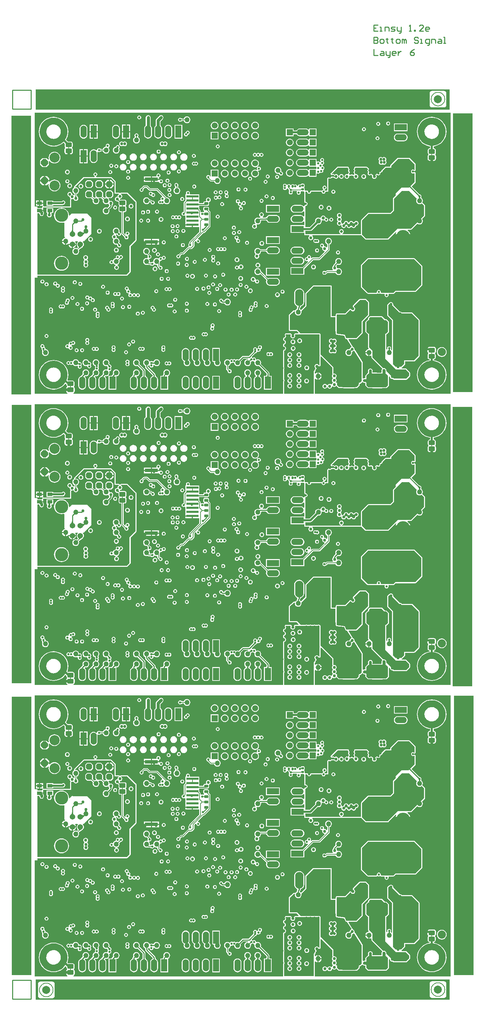
<source format=gbl>
G04*
G04 #@! TF.GenerationSoftware,Altium Limited,Altium Designer,21.0.8 (223)*
G04*
G04 Layer_Physical_Order=6*
G04 Layer_Color=16711680*
%FSLAX24Y24*%
%MOIN*%
G70*
G04*
G04 #@! TF.SameCoordinates,E1815635-7A5D-4FD7-A7C0-F7DF1B681885*
G04*
G04*
G04 #@! TF.FilePolarity,Positive*
G04*
G01*
G75*
%ADD10C,0.0070*%
G04:AMPARAMS|DCode=11|XSize=78.7mil|YSize=78.7mil|CornerRadius=39.4mil|HoleSize=0mil|Usage=FLASHONLY|Rotation=90.000|XOffset=0mil|YOffset=0mil|HoleType=Round|Shape=RoundedRectangle|*
%AMROUNDEDRECTD11*
21,1,0.0787,0.0000,0,0,90.0*
21,1,0.0000,0.0787,0,0,90.0*
1,1,0.0787,0.0000,0.0000*
1,1,0.0787,0.0000,0.0000*
1,1,0.0787,0.0000,0.0000*
1,1,0.0787,0.0000,0.0000*
%
%ADD11ROUNDEDRECTD11*%
%ADD12C,0.0100*%
%ADD13C,0.0650*%
%ADD14C,0.0080*%
G04:AMPARAMS|DCode=19|XSize=22mil|YSize=24mil|CornerRadius=4.4mil|HoleSize=0mil|Usage=FLASHONLY|Rotation=90.000|XOffset=0mil|YOffset=0mil|HoleType=Round|Shape=RoundedRectangle|*
%AMROUNDEDRECTD19*
21,1,0.0220,0.0152,0,0,90.0*
21,1,0.0132,0.0240,0,0,90.0*
1,1,0.0088,0.0076,0.0066*
1,1,0.0088,0.0076,-0.0066*
1,1,0.0088,-0.0076,-0.0066*
1,1,0.0088,-0.0076,0.0066*
%
%ADD19ROUNDEDRECTD19*%
G04:AMPARAMS|DCode=25|XSize=22mil|YSize=24mil|CornerRadius=4.4mil|HoleSize=0mil|Usage=FLASHONLY|Rotation=180.000|XOffset=0mil|YOffset=0mil|HoleType=Round|Shape=RoundedRectangle|*
%AMROUNDEDRECTD25*
21,1,0.0220,0.0152,0,0,180.0*
21,1,0.0132,0.0240,0,0,180.0*
1,1,0.0088,-0.0066,0.0076*
1,1,0.0088,0.0066,0.0076*
1,1,0.0088,0.0066,-0.0076*
1,1,0.0088,-0.0066,-0.0076*
%
%ADD25ROUNDEDRECTD25*%
G04:AMPARAMS|DCode=42|XSize=29.1mil|YSize=39.4mil|CornerRadius=5.8mil|HoleSize=0mil|Usage=FLASHONLY|Rotation=90.000|XOffset=0mil|YOffset=0mil|HoleType=Round|Shape=RoundedRectangle|*
%AMROUNDEDRECTD42*
21,1,0.0291,0.0277,0,0,90.0*
21,1,0.0175,0.0394,0,0,90.0*
1,1,0.0117,0.0139,0.0087*
1,1,0.0117,0.0139,-0.0087*
1,1,0.0117,-0.0139,-0.0087*
1,1,0.0117,-0.0139,0.0087*
%
%ADD42ROUNDEDRECTD42*%
G04:AMPARAMS|DCode=51|XSize=50mil|YSize=50mil|CornerRadius=25mil|HoleSize=0mil|Usage=FLASHONLY|Rotation=270.000|XOffset=0mil|YOffset=0mil|HoleType=Round|Shape=RoundedRectangle|*
%AMROUNDEDRECTD51*
21,1,0.0500,0.0000,0,0,270.0*
21,1,0.0000,0.0500,0,0,270.0*
1,1,0.0500,0.0000,0.0000*
1,1,0.0500,0.0000,0.0000*
1,1,0.0500,0.0000,0.0000*
1,1,0.0500,0.0000,0.0000*
%
%ADD51ROUNDEDRECTD51*%
%ADD77C,0.0060*%
%ADD79C,0.0120*%
%ADD80C,0.0079*%
%ADD81C,0.0160*%
%ADD82C,0.0200*%
%ADD87C,0.0220*%
%ADD88C,0.0250*%
%ADD89C,0.0300*%
%ADD91C,0.0270*%
%ADD101C,0.0500*%
%ADD103C,0.0700*%
%ADD104C,0.0090*%
%ADD115R,0.0591X0.0591*%
%ADD116C,0.0591*%
%ADD117O,0.0825X0.1650*%
%ADD118O,0.1181X0.0591*%
%ADD119R,0.0591X0.0591*%
G04:AMPARAMS|DCode=120|XSize=133mil|YSize=83mil|CornerRadius=0mil|HoleSize=0mil|Usage=FLASHONLY|Rotation=270.000|XOffset=0mil|YOffset=0mil|HoleType=Round|Shape=Octagon|*
%AMOCTAGOND120*
4,1,8,-0.0208,-0.0665,0.0208,-0.0665,0.0415,-0.0458,0.0415,0.0458,0.0208,0.0665,-0.0208,0.0665,-0.0415,0.0458,-0.0415,-0.0458,-0.0208,-0.0665,0.0*
%
%ADD120OCTAGOND120*%

%ADD121P,0.0671X8X22.5*%
%ADD122C,0.0540*%
%ADD123C,0.1305*%
%ADD124P,0.0758X8X292.5*%
%ADD125C,0.1000*%
%ADD126R,0.1200X0.0600*%
%ADD127O,0.1200X0.0600*%
%ADD128R,0.0600X0.1200*%
%ADD129O,0.0600X0.1200*%
%ADD130O,0.1360X0.1360*%
%ADD131R,0.1360X0.1360*%
%ADD132C,0.0800*%
%ADD133C,0.0220*%
%ADD134C,0.0300*%
%ADD135C,0.0290*%
%ADD136C,0.0320*%
%ADD155C,0.0400*%
%ADD157R,0.1299X0.0354*%
%ADD158R,0.1201X0.0240*%
G04:AMPARAMS|DCode=159|XSize=50mil|YSize=50mil|CornerRadius=25mil|HoleSize=0mil|Usage=FLASHONLY|Rotation=180.000|XOffset=0mil|YOffset=0mil|HoleType=Round|Shape=RoundedRectangle|*
%AMROUNDEDRECTD159*
21,1,0.0500,0.0000,0,0,180.0*
21,1,0.0000,0.0500,0,0,180.0*
1,1,0.0500,0.0000,0.0000*
1,1,0.0500,0.0000,0.0000*
1,1,0.0500,0.0000,0.0000*
1,1,0.0500,0.0000,0.0000*
%
%ADD159ROUNDEDRECTD159*%
G04:AMPARAMS|DCode=160|XSize=46mil|YSize=63mil|CornerRadius=11.5mil|HoleSize=0mil|Usage=FLASHONLY|Rotation=270.000|XOffset=0mil|YOffset=0mil|HoleType=Round|Shape=RoundedRectangle|*
%AMROUNDEDRECTD160*
21,1,0.0460,0.0400,0,0,270.0*
21,1,0.0230,0.0630,0,0,270.0*
1,1,0.0230,-0.0200,-0.0115*
1,1,0.0230,-0.0200,0.0115*
1,1,0.0230,0.0200,0.0115*
1,1,0.0230,0.0200,-0.0115*
%
%ADD160ROUNDEDRECTD160*%
%ADD161R,0.0492X0.0335*%
%ADD162R,0.0591X0.0591*%
%ADD163C,0.0850*%
G36*
X52943Y97530D02*
X12008D01*
Y99528D01*
X52943D01*
Y97530D01*
D02*
G37*
G36*
X15999Y88985D02*
X16002Y88973D01*
X16006Y88961D01*
X16011Y88949D01*
X16018Y88937D01*
X16027Y88925D01*
X16038Y88914D01*
X16050Y88902D01*
X16063Y88890D01*
X16078Y88878D01*
X15870Y88850D01*
X15883Y88867D01*
X15914Y88914D01*
X15921Y88928D01*
X15928Y88942D01*
X15932Y88955D01*
X15936Y88967D01*
X15938Y88978D01*
X15939Y88989D01*
X15999Y88997D01*
X15999Y88985D01*
D02*
G37*
G36*
X19819Y90418D02*
Y89232D01*
X20223D01*
X20239Y89182D01*
X20179Y89142D01*
X20128Y89066D01*
X20110Y88976D01*
X20111Y88970D01*
X20078Y88935D01*
X19989Y88917D01*
X19913Y88867D01*
X19862Y88791D01*
X19844Y88701D01*
X19862Y88611D01*
X19913Y88535D01*
X19989Y88484D01*
X20006Y88481D01*
X20007Y88480D01*
X20008Y88479D01*
X20023Y88469D01*
X20038Y88458D01*
X20040Y88457D01*
X20041Y88457D01*
X20059Y88453D01*
X20077Y88449D01*
X20113Y88448D01*
X20124Y88447D01*
X20134Y88445D01*
X20142Y88443D01*
X20148Y88441D01*
X20152Y88440D01*
X20154Y88439D01*
X20154Y88439D01*
X20158Y88435D01*
X20172Y88427D01*
X20186Y88418D01*
X20189Y88417D01*
X20192Y88415D01*
X20202Y88414D01*
Y88207D01*
X20217Y88131D01*
X20260Y88066D01*
X20281Y88052D01*
Y87992D01*
X20260Y87977D01*
X20217Y87913D01*
X20202Y87837D01*
Y87607D01*
X20217Y87531D01*
X20260Y87466D01*
X20324Y87423D01*
X20400Y87408D01*
X20488D01*
Y85316D01*
X20488Y85316D01*
X20497Y85273D01*
X20521Y85236D01*
X20757Y85000D01*
X20760Y84984D01*
X20761Y84981D01*
X20762Y84979D01*
X20771Y84964D01*
X20780Y84949D01*
X20783Y84946D01*
X20783Y84946D01*
X20784Y84944D01*
X20785Y84942D01*
X20785Y84938D01*
X20786Y84933D01*
X20786Y84927D01*
X20787Y84917D01*
X20791Y84898D01*
X20794Y84880D01*
X20795Y84879D01*
X20795Y84878D01*
X20806Y84862D01*
X20816Y84847D01*
X20817Y84846D01*
X20818Y84845D01*
X20819Y84844D01*
X20820Y84843D01*
X20862Y84781D01*
X20924Y84739D01*
X20998Y84724D01*
X21073Y84739D01*
X21135Y84781D01*
X21177Y84843D01*
X21192Y84918D01*
X21177Y84992D01*
X21138Y85051D01*
X21141Y85073D01*
X21151Y85104D01*
X21168Y85108D01*
X21230Y85150D01*
X21272Y85213D01*
X21287Y85287D01*
X21272Y85361D01*
X21230Y85424D01*
X21168Y85466D01*
X21093Y85480D01*
X21019Y85466D01*
X20956Y85424D01*
X20914Y85361D01*
X20900Y85287D01*
X20910Y85235D01*
X20864Y85211D01*
X20713Y85362D01*
Y87408D01*
X20800D01*
X20876Y87423D01*
X20941Y87466D01*
X20984Y87531D01*
X20999Y87607D01*
Y87837D01*
X20984Y87913D01*
X20941Y87977D01*
X20920Y87992D01*
Y88052D01*
X20941Y88066D01*
X20984Y88131D01*
X20999Y88207D01*
Y88437D01*
X20984Y88513D01*
X20941Y88577D01*
X20876Y88620D01*
X20800Y88635D01*
X20400D01*
X20379Y88631D01*
X20367Y88637D01*
X20332Y88672D01*
X20331Y88683D01*
X20331Y88694D01*
X20334Y88705D01*
X20364Y88746D01*
X20434Y88760D01*
X20510Y88811D01*
X20561Y88887D01*
X20579Y88976D01*
X20561Y89066D01*
X20510Y89142D01*
X20450Y89182D01*
X20465Y89232D01*
X21051D01*
X21864Y88437D01*
X21870D01*
Y84636D01*
X21299Y84065D01*
Y81526D01*
X21014Y81240D01*
X12195D01*
Y87299D01*
X12363D01*
X12392Y87269D01*
Y87230D01*
X12408Y87150D01*
X12453Y87082D01*
X12521Y87037D01*
X12601Y87021D01*
X12681Y87037D01*
X12749Y87082D01*
X12794Y87150D01*
X12810Y87230D01*
Y87356D01*
X12810Y87356D01*
X12794Y87436D01*
X12749Y87504D01*
X12737Y87515D01*
Y87516D01*
X12391D01*
Y87616D01*
X12737D01*
Y87833D01*
X12759Y87874D01*
X15532D01*
Y88659D01*
X15570Y88691D01*
X15610Y88683D01*
X15700Y88701D01*
X15720Y88714D01*
X15766Y88695D01*
X15772Y88668D01*
X15823Y88592D01*
X15899Y88541D01*
X15989Y88523D01*
X16078Y88541D01*
X16154Y88592D01*
X16205Y88668D01*
X16223Y88758D01*
X16205Y88847D01*
X16179Y88886D01*
X16180Y88890D01*
X16179Y88891D01*
X16179Y88891D01*
X16173Y88909D01*
X16167Y88928D01*
X16167Y88928D01*
X16166Y88929D01*
X16154Y88943D01*
X16141Y88958D01*
X16128Y88968D01*
X16119Y88976D01*
X16112Y88983D01*
X16107Y88989D01*
X16103Y88994D01*
X16101Y88997D01*
X16101Y88999D01*
X16100Y89004D01*
X16099Y89007D01*
X16100Y89011D01*
X16094Y89027D01*
X16090Y89042D01*
X16088Y89045D01*
X16087Y89049D01*
X16081Y89055D01*
Y89217D01*
X16135Y89239D01*
X16204Y89292D01*
X16257Y89361D01*
X16290Y89441D01*
X16301Y89528D01*
X16290Y89614D01*
X16257Y89694D01*
X16204Y89763D01*
X16135Y89816D01*
X16055Y89849D01*
X15969Y89860D01*
X15941Y89857D01*
X15918Y89904D01*
X16791Y90778D01*
X19459Y90778D01*
X19819Y90418D01*
D02*
G37*
G36*
X20229Y88679D02*
X20232Y88642D01*
X20234Y88626D01*
X20238Y88611D01*
X20242Y88597D01*
X20247Y88584D01*
X20253Y88573D01*
X20260Y88563D01*
X20268Y88554D01*
X20225Y88512D01*
X20216Y88520D01*
X20207Y88526D01*
X20195Y88532D01*
X20183Y88537D01*
X20169Y88542D01*
X20154Y88545D01*
X20137Y88548D01*
X20120Y88550D01*
X20080Y88551D01*
X20229Y88699D01*
X20229Y88679D01*
D02*
G37*
G36*
X20905Y85054D02*
X20913Y85048D01*
X20921Y85043D01*
X20930Y85039D01*
X20940Y85035D01*
X20950Y85032D01*
X20961Y85030D01*
X20972Y85029D01*
X20985Y85028D01*
X20997Y85028D01*
X20889Y84919D01*
X20888Y84931D01*
X20887Y84944D01*
X20886Y84955D01*
X20884Y84966D01*
X20881Y84976D01*
X20877Y84986D01*
X20873Y84995D01*
X20868Y85003D01*
X20862Y85011D01*
X20856Y85018D01*
X20898Y85060D01*
X20905Y85054D01*
D02*
G37*
G36*
X38168Y78145D02*
X38160Y78142D01*
X38152Y78137D01*
X38146Y78129D01*
X38141Y78119D01*
X38136Y78107D01*
X38133Y78093D01*
X38130Y78076D01*
X38129Y78058D01*
X38128Y78037D01*
X38029D01*
X38028Y78058D01*
X38027Y78076D01*
X38024Y78093D01*
X38021Y78107D01*
X38016Y78119D01*
X38011Y78129D01*
X38005Y78137D01*
X37997Y78142D01*
X37989Y78145D01*
X37980Y78146D01*
X38177D01*
X38168Y78145D01*
D02*
G37*
G36*
X44891Y78470D02*
X44891Y77260D01*
X44769Y77138D01*
X44258Y76628D01*
Y75498D01*
X43719Y74958D01*
X42729D01*
X42568Y75288D01*
X41799Y75388D01*
Y77288D01*
X42649Y77288D01*
X43115Y77754D01*
X43173Y77741D01*
X43213Y77682D01*
X43289Y77631D01*
X43379Y77613D01*
X43468Y77631D01*
X43544Y77682D01*
X43595Y77758D01*
X43613Y77848D01*
X43595Y77937D01*
X43544Y78013D01*
X43485Y78053D01*
X43472Y78111D01*
X44081Y78720D01*
X44641D01*
X44891Y78470D01*
D02*
G37*
G36*
X41199Y77018D02*
X41638D01*
Y75678D01*
X41697Y75612D01*
Y75388D01*
X41699Y75374D01*
X41700Y75361D01*
X41703Y75355D01*
X41704Y75349D01*
X41712Y75337D01*
X41718Y75325D01*
X41723Y75321D01*
X41726Y75315D01*
X41738Y75308D01*
X41748Y75299D01*
X41754Y75297D01*
X41759Y75293D01*
X41773Y75291D01*
X41785Y75286D01*
X42501Y75194D01*
X42637Y74913D01*
X42647Y74900D01*
X42656Y74885D01*
X42659Y74884D01*
X42661Y74881D01*
X42675Y74873D01*
X42689Y74863D01*
X42692Y74863D01*
X42695Y74861D01*
X42712Y74859D01*
X42729Y74856D01*
X42798D01*
X43246Y74142D01*
X43226Y74096D01*
X43219Y74094D01*
X43143Y74043D01*
X43092Y73967D01*
X43087Y73941D01*
X43086Y73940D01*
X43085Y73939D01*
X43083Y73938D01*
X43074Y73922D01*
X43064Y73907D01*
X43064Y73905D01*
X43063Y73904D01*
X43060Y73886D01*
X43057Y73868D01*
X43009Y73855D01*
X42969Y73860D01*
X42882Y73849D01*
X42802Y73816D01*
X42733Y73763D01*
X42680Y73694D01*
X42647Y73614D01*
X42636Y73528D01*
X42647Y73441D01*
X42680Y73361D01*
X42733Y73292D01*
X42802Y73239D01*
X42882Y73206D01*
X42969Y73195D01*
X43055Y73206D01*
X43135Y73239D01*
X43204Y73292D01*
X43257Y73361D01*
X43290Y73441D01*
X43301Y73528D01*
X43294Y73583D01*
X43321Y73625D01*
X43336Y73630D01*
X43340Y73631D01*
X43357Y73635D01*
X43359Y73636D01*
X43360Y73637D01*
X43375Y73648D01*
X43389Y73659D01*
X43390Y73659D01*
X43398Y73661D01*
X43462Y73703D01*
X43523Y73701D01*
X44258Y72528D01*
Y70718D01*
X44089Y70548D01*
X43482D01*
Y70113D01*
X43031Y70115D01*
X42462Y70113D01*
Y70118D01*
X42425Y70118D01*
X42444Y70548D01*
X41683D01*
X41676Y70603D01*
X41704Y70622D01*
X41755Y70698D01*
X41773Y70788D01*
X41755Y70877D01*
X41704Y70953D01*
X41668Y70978D01*
Y71028D01*
X41704Y71052D01*
X41755Y71128D01*
X41773Y71218D01*
X41755Y71307D01*
X41704Y71383D01*
X41628Y71434D01*
X41539Y71452D01*
X41498Y71444D01*
X41448Y71485D01*
X41448Y72108D01*
X40193Y73363D01*
X40193Y75320D01*
X40185Y75359D01*
X40163Y75392D01*
X40130Y75414D01*
X40091Y75422D01*
X40053D01*
X40051Y75423D01*
X39977Y75438D01*
X39903Y75423D01*
X39901Y75422D01*
X39653D01*
X39651Y75423D01*
X39577Y75438D01*
X39503Y75423D01*
X39501Y75422D01*
X39253D01*
X39251Y75423D01*
X39177Y75438D01*
X39103Y75423D01*
X39101Y75422D01*
X38853D01*
X38851Y75423D01*
X38777Y75438D01*
X38703Y75423D01*
X38701Y75422D01*
X38201D01*
X37868Y75778D01*
X37151Y75778D01*
Y77230D01*
X37596Y77610D01*
X37643Y77585D01*
X37636Y77528D01*
X37647Y77441D01*
X37680Y77361D01*
X37733Y77292D01*
X37802Y77239D01*
X37882Y77206D01*
X37968Y77195D01*
X38055Y77206D01*
X38135Y77239D01*
X38204Y77292D01*
X38257Y77361D01*
X38290Y77441D01*
X38301Y77528D01*
X38293Y77590D01*
X38301Y77640D01*
X38781Y78120D01*
Y79370D01*
X39481Y80070D01*
X41199D01*
Y77018D01*
D02*
G37*
G36*
X40091Y72284D02*
X40041Y72275D01*
X39997Y72341D01*
X39921Y72392D01*
X39831Y72409D01*
X39741Y72392D01*
X39665Y72341D01*
X39614Y72265D01*
X39597Y72175D01*
X39614Y72085D01*
X39665Y72009D01*
X39694Y71990D01*
Y71940D01*
X39665Y71921D01*
X39614Y71845D01*
X39597Y71755D01*
X39581Y71736D01*
X39529Y71728D01*
X39529Y71728D01*
Y69478D01*
X36598D01*
Y70689D01*
X36610Y70706D01*
X36625Y70780D01*
X36610Y70854D01*
X36598Y70871D01*
Y71969D01*
X36605Y72000D01*
X36598Y72031D01*
X36598Y73723D01*
X36638Y73731D01*
X36714Y73782D01*
X36765Y73858D01*
X36783Y73948D01*
X36765Y74037D01*
X36714Y74113D01*
X36638Y74164D01*
X36598Y74172D01*
Y74341D01*
X36617Y74344D01*
X36693Y74395D01*
X36744Y74471D01*
X36762Y74561D01*
X36744Y74651D01*
X36693Y74727D01*
X36617Y74778D01*
X36598Y74781D01*
Y74927D01*
X36625Y74933D01*
X36701Y74983D01*
X36752Y75060D01*
X36770Y75149D01*
X36752Y75239D01*
X36731Y75270D01*
X36758Y75320D01*
X37214D01*
X37238Y75276D01*
X37232Y75267D01*
X37214Y75177D01*
X37232Y75087D01*
X37283Y75011D01*
X37359Y74960D01*
X37448Y74942D01*
X37538Y74960D01*
X37614Y75011D01*
X37665Y75087D01*
X37683Y75177D01*
X37665Y75267D01*
X37659Y75276D01*
X37682Y75320D01*
X40091D01*
X40091Y72284D01*
D02*
G37*
G36*
X47042Y73865D02*
X47039Y73860D01*
X47037Y73855D01*
X47035Y73848D01*
X47033Y73841D01*
X47031Y73832D01*
X47030Y73823D01*
X47029Y73801D01*
X47028Y73789D01*
X46908D01*
X46908Y73801D01*
X46906Y73832D01*
X46904Y73841D01*
X46902Y73848D01*
X46900Y73855D01*
X46898Y73860D01*
X46895Y73865D01*
X46891Y73869D01*
X47045D01*
X47042Y73865D01*
D02*
G37*
G36*
X43314Y73728D02*
X43302Y73727D01*
X43289Y73725D01*
X43277Y73722D01*
X43265Y73718D01*
X43253Y73712D01*
X43242Y73706D01*
X43230Y73699D01*
X43219Y73691D01*
X43208Y73682D01*
X43197Y73672D01*
X43108Y73752D01*
X43118Y73763D01*
X43128Y73774D01*
X43135Y73785D01*
X43142Y73797D01*
X43148Y73808D01*
X43152Y73820D01*
X43156Y73832D01*
X43158Y73844D01*
X43159Y73857D01*
X43159Y73869D01*
X43314Y73728D01*
D02*
G37*
G36*
X53050Y69469D02*
X39637D01*
X39630Y69478D01*
Y70919D01*
X39658Y70937D01*
X39700Y70949D01*
X39762Y70902D01*
X39847Y70867D01*
X39889Y70861D01*
Y71208D01*
Y71554D01*
X39847Y71549D01*
X39762Y71513D01*
X39700Y71466D01*
X39658Y71478D01*
X39630Y71496D01*
Y71647D01*
X39631Y71648D01*
X39634Y71649D01*
X39647Y71661D01*
X39660Y71671D01*
X39675Y71690D01*
X39678Y71695D01*
X39681Y71698D01*
X39687Y71712D01*
X39694Y71725D01*
X39695Y71730D01*
X39697Y71735D01*
X39710Y71805D01*
X39739Y71847D01*
X39751Y71855D01*
X39758Y71862D01*
X39766Y71868D01*
X39772Y71876D01*
X39779Y71883D01*
X39782Y71893D01*
X39788Y71901D01*
X39790Y71911D01*
X39794Y71920D01*
Y71930D01*
X39796Y71940D01*
Y71990D01*
X39794Y72000D01*
Y72010D01*
X39790Y72019D01*
X39788Y72029D01*
X39782Y72037D01*
X39779Y72047D01*
X39772Y72054D01*
X39766Y72062D01*
X39758Y72068D01*
X39751Y72075D01*
X39739Y72083D01*
X39710Y72125D01*
X39700Y72175D01*
X39710Y72225D01*
X39739Y72267D01*
X39781Y72296D01*
X39831Y72305D01*
X39881Y72296D01*
X39923Y72267D01*
X39956Y72218D01*
X39970Y72205D01*
X39983Y72191D01*
X39984Y72191D01*
X39984Y72190D01*
X40002Y72183D01*
X40019Y72175D01*
X40020Y72175D01*
X40021Y72175D01*
X40040D01*
X40059Y72174D01*
X40109Y72183D01*
X40119Y72187D01*
X40130Y72189D01*
X40138Y72194D01*
X40146Y72198D01*
X40154Y72205D01*
X40163Y72211D01*
X40168Y72219D01*
X40175Y72225D01*
X40179Y72235D01*
X40185Y72245D01*
X40187Y72253D01*
X40191Y72262D01*
X40191Y72273D01*
X40193Y72284D01*
Y73127D01*
X40258Y73154D01*
X41347Y72065D01*
X41347Y71485D01*
X41348Y71480D01*
X41347Y71475D01*
X41351Y71461D01*
X41354Y71446D01*
X41373Y71383D01*
X41322Y71307D01*
X41304Y71218D01*
X41322Y71128D01*
X41373Y71052D01*
X41394Y71038D01*
Y70968D01*
X41373Y70953D01*
X41322Y70877D01*
X41304Y70788D01*
X41322Y70698D01*
X41373Y70622D01*
X41386Y70613D01*
Y70543D01*
X41373Y70533D01*
X41322Y70457D01*
X41313Y70412D01*
X41295Y70400D01*
X41236Y70385D01*
X41178Y70424D01*
X41089Y70442D01*
X40999Y70424D01*
X40923Y70373D01*
X40887Y70321D01*
X40885Y70319D01*
X40812D01*
X40810Y70321D01*
X40774Y70373D01*
X40698Y70424D01*
X40609Y70442D01*
X40519Y70424D01*
X40443Y70373D01*
X40392Y70297D01*
X40374Y70208D01*
X40392Y70118D01*
X40443Y70042D01*
X40519Y69991D01*
X40609Y69973D01*
X40698Y69991D01*
X40774Y70042D01*
X40810Y70095D01*
X40812Y70096D01*
X40885D01*
X40887Y70095D01*
X40923Y70042D01*
X40999Y69991D01*
X41089Y69973D01*
X41178Y69991D01*
X41254Y70042D01*
X41305Y70118D01*
X41314Y70163D01*
X41332Y70175D01*
X41391Y70190D01*
X41449Y70151D01*
X41539Y70133D01*
X41628Y70151D01*
X41704Y70202D01*
X41714Y70216D01*
X41784Y70223D01*
X41971Y70037D01*
X42366D01*
X42367Y70036D01*
X42382Y70025D01*
X42384Y70025D01*
X42385Y70024D01*
X42403Y70020D01*
X42420Y70016D01*
X42422Y70016D01*
X42424Y70016D01*
X42436Y70016D01*
X42443Y70014D01*
X42462Y70011D01*
X42462Y70011D01*
X42462Y70011D01*
X43031Y70013D01*
X43481Y70011D01*
X43482Y70011D01*
X43482Y70011D01*
X43501Y70014D01*
X43520Y70018D01*
X43521Y70018D01*
X43521Y70018D01*
X43536Y70028D01*
X43538D01*
X43602Y70037D01*
X43806D01*
X44053Y70284D01*
Y70446D01*
X44089D01*
X44128Y70453D01*
X44161Y70475D01*
X44288Y70603D01*
X44373Y70602D01*
X44441Y70557D01*
X44446Y70556D01*
X44446Y70556D01*
X44448Y70554D01*
X44449Y70553D01*
X44464Y70543D01*
X44479Y70532D01*
X44480Y70532D01*
X44482Y70531D01*
X44500Y70527D01*
X44517Y70523D01*
X44580Y70521D01*
X44601Y70519D01*
X44618Y70516D01*
X44618Y70516D01*
X44619Y70512D01*
X44623Y70508D01*
Y70280D01*
X44871Y70033D01*
X45223D01*
X45237Y70031D01*
X45269D01*
X45276Y70024D01*
X45282Y70023D01*
X45287Y70019D01*
X45301Y70017D01*
X45314Y70012D01*
X45320Y70013D01*
X45326Y70012D01*
X45788Y70013D01*
X46251Y70012D01*
X46255Y70013D01*
X46259Y70012D01*
X46275Y70016D01*
X46290Y70019D01*
X46294Y70022D01*
X46298Y70023D01*
X46309Y70032D01*
X46315Y70033D01*
X46706D01*
X46954Y70280D01*
Y71139D01*
X47024Y71172D01*
X47047Y71152D01*
X47047Y71150D01*
X47064Y71060D01*
X47115Y70984D01*
X47191Y70933D01*
X47281Y70916D01*
X47319Y70923D01*
X47366Y70875D01*
X47399Y70853D01*
X47439Y70846D01*
X48658D01*
X48698Y70853D01*
X48731Y70875D01*
X48731Y70875D01*
X49011Y71155D01*
X49033Y71189D01*
X49040Y71228D01*
Y71538D01*
X49033Y71577D01*
X49011Y71610D01*
X48681Y71940D01*
X48648Y71962D01*
X48608Y71970D01*
X48205D01*
X48198Y72040D01*
X48218Y72043D01*
X48251Y72065D01*
X48531Y72345D01*
X48553Y72379D01*
X48560Y72418D01*
X48560Y72656D01*
X49341D01*
X49341Y72656D01*
X49341Y72656D01*
X49429D01*
X49468Y72663D01*
X49501Y72685D01*
X49941Y73125D01*
X49963Y73159D01*
X49970Y73198D01*
Y74258D01*
Y76718D01*
X49963Y76757D01*
X49941Y76790D01*
X49268Y77462D01*
X49235Y77484D01*
X49196Y77492D01*
X48239Y77492D01*
X48224Y77513D01*
X48199Y77530D01*
X48182Y77542D01*
X48148Y77564D01*
X48059Y77582D01*
X48037Y77578D01*
X47374Y78241D01*
X47383Y78288D01*
X47365Y78377D01*
X47314Y78453D01*
X47294Y78467D01*
X47238Y78504D01*
X47148Y78522D01*
X47059Y78504D01*
X46983Y78453D01*
X46973Y78438D01*
X46952Y78434D01*
X46919Y78412D01*
X46819Y78312D01*
X46797Y78279D01*
X46789Y78240D01*
X46789Y77235D01*
X46797Y77196D01*
X46819Y77163D01*
X47257Y76725D01*
X47257Y75208D01*
X47257Y73801D01*
X47187Y73776D01*
X47135Y73816D01*
X47143Y73838D01*
X47144Y73853D01*
X47147Y73869D01*
X47147Y73871D01*
X47147Y73873D01*
X47162Y73948D01*
X47147Y74022D01*
X47105Y74085D01*
X47043Y74127D01*
X46968Y74141D01*
X46894Y74127D01*
X46832Y74085D01*
X46790Y74022D01*
X46775Y73948D01*
X46790Y73873D01*
X46790Y73871D01*
X46790Y73869D01*
X46791Y73859D01*
X46779Y73842D01*
X46770Y73835D01*
X46722Y73852D01*
X46700Y73874D01*
Y75333D01*
X46706D01*
X46954Y75580D01*
Y76575D01*
X46706Y76823D01*
X46568D01*
X46301Y77090D01*
X46268Y77112D01*
X46229Y77120D01*
X45089Y77120D01*
X45049Y77112D01*
X45016Y77090D01*
X44896Y76970D01*
X44874Y76937D01*
X44867Y76898D01*
Y76818D01*
X44623Y76575D01*
Y75580D01*
X44867Y75337D01*
Y74068D01*
X44874Y74029D01*
X44896Y73995D01*
X44896Y73995D01*
X44944Y73948D01*
X44919Y73874D01*
X44877Y73869D01*
X44792Y73833D01*
X44719Y73777D01*
X44663Y73704D01*
X44628Y73619D01*
X44622Y73578D01*
X44969D01*
Y73528D01*
X45019D01*
Y73181D01*
X45060Y73187D01*
X45145Y73222D01*
X45157Y73231D01*
X45227Y73196D01*
Y73058D01*
X45234Y73019D01*
X45256Y72985D01*
X46247Y71995D01*
X46285Y71936D01*
X46234Y71860D01*
X46217Y71770D01*
Y71594D01*
X46167Y71545D01*
X45331Y71556D01*
X45328Y71566D01*
X45324Y71592D01*
X45322Y71622D01*
X45325Y71628D01*
X45343Y71718D01*
X45325Y71807D01*
X45274Y71883D01*
X45198Y71934D01*
X45108Y71952D01*
X45019Y71934D01*
X44943Y71883D01*
X44892Y71807D01*
X44874Y71718D01*
X44892Y71628D01*
X44896Y71622D01*
X44896Y71621D01*
X44893Y71587D01*
X44889Y71559D01*
X44883Y71537D01*
X44878Y71523D01*
X44878Y71523D01*
X44871D01*
X44863Y71514D01*
X44860Y71513D01*
X44846Y71510D01*
X44841Y71506D01*
X44836Y71504D01*
X44825Y71495D01*
X44814Y71486D01*
X44811Y71481D01*
X44807Y71477D01*
X44801Y71464D01*
X44793Y71452D01*
X44793Y71446D01*
X44791Y71442D01*
X44623Y71275D01*
Y71052D01*
X44569Y71008D01*
X44549Y71012D01*
X44459Y70994D01*
X44430Y70975D01*
X44360Y71013D01*
Y72528D01*
X44359Y72536D01*
X44359Y72545D01*
X44355Y72555D01*
X44353Y72567D01*
X44348Y72574D01*
X44345Y72582D01*
X43609Y73755D01*
X43603Y73762D01*
X43598Y73770D01*
X43589Y73776D01*
X43582Y73784D01*
X43573Y73788D01*
X43566Y73793D01*
X43555Y73796D01*
X43545Y73800D01*
X43542Y73870D01*
X43543Y73878D01*
X43525Y73967D01*
X43474Y74043D01*
X43398Y74094D01*
X43348Y74140D01*
X43346Y74149D01*
X43347Y74159D01*
X43343Y74169D01*
X43341Y74179D01*
X43336Y74187D01*
X43332Y74196D01*
X42957Y74794D01*
X42991Y74856D01*
X43719D01*
X43758Y74863D01*
X43791Y74885D01*
X44331Y75425D01*
X44353Y75459D01*
X44360Y75498D01*
Y76585D01*
X44841Y77065D01*
X44963Y77188D01*
X44985Y77221D01*
X44993Y77260D01*
X44993Y78470D01*
X44985Y78509D01*
X44963Y78542D01*
X44713Y78792D01*
X44713Y78792D01*
X44680Y78814D01*
X44641Y78822D01*
X44081D01*
X44042Y78814D01*
X44009Y78792D01*
X43400Y78183D01*
X43393Y78173D01*
X43385Y78165D01*
X43382Y78157D01*
X43377Y78150D01*
X43375Y78138D01*
X43371Y78128D01*
X43371Y78119D01*
X43370Y78111D01*
X43372Y78099D01*
X43372Y78088D01*
X43385Y78030D01*
X43393Y78014D01*
X43400Y77997D01*
X43401Y77995D01*
X43402Y77994D01*
X43415Y77981D01*
X43428Y77968D01*
X43471Y77940D01*
X43499Y77898D01*
X43509Y77848D01*
X43499Y77798D01*
X43471Y77755D01*
X43428Y77727D01*
X43379Y77717D01*
X43329Y77727D01*
X43286Y77755D01*
X43258Y77798D01*
X43245Y77811D01*
X43232Y77824D01*
X43231Y77825D01*
X43230Y77826D01*
X43213Y77833D01*
X43196Y77841D01*
X43138Y77854D01*
X43127Y77854D01*
X43115Y77856D01*
X43107Y77855D01*
X43098Y77855D01*
X43088Y77851D01*
X43076Y77849D01*
X43069Y77844D01*
X43061Y77841D01*
X43053Y77833D01*
X43043Y77827D01*
X42606Y77390D01*
X41799Y77390D01*
X41759Y77382D01*
X41726Y77360D01*
X41704Y77327D01*
X41697Y77288D01*
Y77177D01*
X41638Y77120D01*
X41300D01*
Y80070D01*
X41293Y80109D01*
X41271Y80142D01*
X41238Y80164D01*
X41199Y80172D01*
X39481D01*
X39442Y80164D01*
X39409Y80142D01*
X38709Y79442D01*
X38687Y79409D01*
X38679Y79370D01*
Y78162D01*
X38274Y77758D01*
X38204Y77762D01*
X38204Y77763D01*
X38138Y77813D01*
X38134Y77821D01*
X38128Y77895D01*
X38172Y77939D01*
X38180Y77951D01*
X38183Y77953D01*
X38199Y77963D01*
X38200Y77964D01*
X38201Y77965D01*
X38211Y77980D01*
X38222Y77995D01*
X38222Y77997D01*
X38223Y77998D01*
X38226Y78016D01*
X38230Y78034D01*
X38231Y78052D01*
X38232Y78061D01*
X38238Y78067D01*
X38249Y78074D01*
X38253Y78079D01*
X38257Y78083D01*
X38259Y78087D01*
X38327Y78115D01*
X38430Y78194D01*
X38509Y78297D01*
X38558Y78416D01*
X38575Y78545D01*
Y79370D01*
X38558Y79499D01*
X38509Y79618D01*
X38430Y79721D01*
X38327Y79800D01*
X38207Y79850D01*
X38078Y79867D01*
X37950Y79850D01*
X37830Y79800D01*
X37727Y79721D01*
X37648Y79618D01*
X37599Y79499D01*
X37582Y79370D01*
Y78545D01*
X37599Y78416D01*
X37648Y78297D01*
X37727Y78194D01*
X37830Y78115D01*
X37861Y78102D01*
X37880Y78025D01*
X37875Y78016D01*
X37846Y77973D01*
X37836Y77923D01*
Y77830D01*
X37802Y77816D01*
X37733Y77763D01*
X37704Y77725D01*
X37642Y77701D01*
X37625Y77706D01*
X37607Y77712D01*
X37605Y77712D01*
X37604Y77712D01*
X37586Y77710D01*
X37567Y77708D01*
X37566Y77707D01*
X37565Y77707D01*
X37548Y77698D01*
X37532Y77689D01*
X37531Y77688D01*
X37530Y77688D01*
X37085Y77308D01*
X37082Y77304D01*
X37079Y77302D01*
X37070Y77289D01*
X37060Y77276D01*
X37059Y77272D01*
X37057Y77269D01*
X37054Y77253D01*
X37049Y77238D01*
X37050Y77234D01*
X37049Y77230D01*
Y75778D01*
X37057Y75739D01*
X37079Y75705D01*
X37112Y75683D01*
X37151Y75676D01*
X37824Y75676D01*
X38001Y75486D01*
X37973Y75422D01*
X37682D01*
X37668Y75419D01*
X37653Y75418D01*
X37648Y75415D01*
X37643Y75414D01*
X37631Y75406D01*
X37618Y75399D01*
X37614Y75395D01*
X37610Y75392D01*
X37602Y75380D01*
X37592Y75368D01*
X37569Y75324D01*
X37565Y75310D01*
X37559Y75296D01*
Y75291D01*
X37557Y75286D01*
X37559Y75271D01*
Y75256D01*
X37561Y75251D01*
X37561Y75246D01*
X37567Y75235D01*
X37579Y75177D01*
X37569Y75127D01*
X37541Y75085D01*
X37498Y75056D01*
X37448Y75046D01*
X37398Y75056D01*
X37356Y75085D01*
X37328Y75127D01*
X37318Y75177D01*
X37329Y75235D01*
X37336Y75246D01*
X37336Y75251D01*
X37338Y75256D01*
Y75271D01*
X37340Y75286D01*
X37338Y75291D01*
Y75296D01*
X37332Y75310D01*
X37328Y75324D01*
X37304Y75368D01*
X37295Y75380D01*
X37287Y75392D01*
X37282Y75395D01*
X37279Y75399D01*
X37266Y75406D01*
X37253Y75414D01*
X37249Y75415D01*
X37244Y75418D01*
X37229Y75419D01*
X37214Y75422D01*
X36758D01*
X36743Y75419D01*
X36728Y75418D01*
X36724Y75415D01*
X36719Y75414D01*
X36706Y75406D01*
X36693Y75399D01*
X36690Y75395D01*
X36686Y75392D01*
X36677Y75380D01*
X36668Y75368D01*
X36641Y75318D01*
X36637Y75304D01*
X36631Y75290D01*
Y75285D01*
X36629Y75280D01*
X36631Y75265D01*
Y75250D01*
X36633Y75246D01*
X36633Y75240D01*
X36640Y75227D01*
X36646Y75213D01*
X36656Y75199D01*
X36666Y75149D01*
X36656Y75099D01*
X36627Y75057D01*
X36585Y75029D01*
X36579Y75027D01*
X36569Y75024D01*
X36559Y75022D01*
X36551Y75016D01*
X36542Y75012D01*
X36535Y75005D01*
X36526Y75000D01*
X36521Y74991D01*
X36514Y74984D01*
X36510Y74975D01*
X36504Y74966D01*
X36502Y74957D01*
X36498Y74947D01*
Y74937D01*
X36497Y74927D01*
Y74781D01*
X36498Y74772D01*
Y74762D01*
X36502Y74752D01*
X36504Y74742D01*
X36510Y74734D01*
X36514Y74725D01*
X36521Y74718D01*
X36526Y74709D01*
X36535Y74704D01*
X36542Y74697D01*
X36551Y74693D01*
X36559Y74687D01*
X36569Y74685D01*
X36576Y74683D01*
X36619Y74653D01*
X36648Y74611D01*
X36658Y74561D01*
X36648Y74511D01*
X36619Y74469D01*
X36576Y74440D01*
X36569Y74437D01*
X36559Y74435D01*
X36551Y74429D01*
X36542Y74426D01*
X36535Y74418D01*
X36526Y74413D01*
X36521Y74405D01*
X36514Y74397D01*
X36510Y74388D01*
X36504Y74380D01*
X36502Y74370D01*
X36498Y74361D01*
Y74351D01*
X36497Y74341D01*
Y74172D01*
X36498Y74162D01*
Y74152D01*
X36502Y74143D01*
X36504Y74133D01*
X36510Y74125D01*
X36514Y74115D01*
X36521Y74108D01*
X36526Y74100D01*
X36535Y74094D01*
X36542Y74087D01*
X36551Y74083D01*
X36559Y74078D01*
X36569Y74076D01*
X36579Y74072D01*
X36598Y74068D01*
X36641Y74040D01*
X36669Y73998D01*
X36679Y73948D01*
X36669Y73898D01*
X36641Y73855D01*
X36598Y73827D01*
X36579Y73823D01*
X36569Y73819D01*
X36559Y73817D01*
X36551Y73812D01*
X36542Y73808D01*
X36535Y73801D01*
X36526Y73795D01*
X36521Y73787D01*
X36514Y73780D01*
X36510Y73770D01*
X36504Y73762D01*
X36502Y73752D01*
X36498Y73743D01*
Y73733D01*
X36497Y73723D01*
X36497Y72031D01*
X36498Y72022D01*
Y72012D01*
X36501Y72000D01*
X36498Y71989D01*
Y71979D01*
X36497Y71969D01*
Y70871D01*
X36498Y70862D01*
Y70852D01*
X36502Y70842D01*
X36504Y70832D01*
X36510Y70824D01*
X36514Y70815D01*
X36514Y70814D01*
X36521Y70780D01*
X36514Y70746D01*
X36514Y70745D01*
X36510Y70736D01*
X36504Y70728D01*
X36502Y70718D01*
X36498Y70709D01*
Y70699D01*
X36497Y70689D01*
Y69478D01*
X36490Y69469D01*
X15757D01*
X15747Y69497D01*
X15745Y69539D01*
X15806Y69580D01*
X15854Y69651D01*
X15870Y69735D01*
Y69965D01*
X15854Y70049D01*
X15806Y70120D01*
X15794Y70128D01*
X15801Y70208D01*
X15835Y70259D01*
X15850Y70335D01*
Y70565D01*
X15835Y70641D01*
X15792Y70706D01*
X15727Y70749D01*
X15651Y70764D01*
X15251D01*
X15202Y70754D01*
X15138Y70818D01*
X15167Y70888D01*
X15221Y71110D01*
X15239Y71339D01*
X15221Y71567D01*
X15167Y71790D01*
X15080Y72001D01*
X14960Y72196D01*
X14811Y72370D01*
X14637Y72519D01*
X14442Y72639D01*
X14230Y72726D01*
X14008Y72780D01*
X13780Y72798D01*
X13551Y72780D01*
X13329Y72726D01*
X13117Y72639D01*
X12922Y72519D01*
X12748Y72370D01*
X12599Y72196D01*
X12479Y72001D01*
X12392Y71790D01*
X12338Y71567D01*
X12320Y71339D01*
X12338Y71110D01*
X12392Y70888D01*
X12479Y70676D01*
X12599Y70481D01*
X12748Y70307D01*
X12922Y70158D01*
X13117Y70038D01*
X13329Y69951D01*
X13551Y69897D01*
X13780Y69879D01*
X14008Y69897D01*
X14230Y69951D01*
X14442Y70038D01*
X14637Y70158D01*
X14811Y70307D01*
X14925Y70439D01*
X14995Y70442D01*
X15052Y70385D01*
Y70335D01*
X15067Y70259D01*
X15101Y70208D01*
X15108Y70128D01*
X15096Y70120D01*
X15049Y70049D01*
X15032Y69965D01*
Y69735D01*
X15049Y69651D01*
X15096Y69580D01*
X15157Y69539D01*
X15155Y69497D01*
X15145Y69469D01*
X11910D01*
Y80923D01*
X12195D01*
Y81138D01*
X21014D01*
X21053Y81146D01*
X21086Y81168D01*
X21371Y81454D01*
X21393Y81487D01*
X21401Y81526D01*
Y84023D01*
X21942Y84564D01*
X21964Y84597D01*
X21972Y84636D01*
Y88437D01*
X21964Y88476D01*
X21942Y88509D01*
X21924Y88521D01*
X21122Y89305D01*
X21106Y89316D01*
X21090Y89326D01*
X21089Y89327D01*
X21089Y89327D01*
X21070Y89330D01*
X21051Y89334D01*
X20465D01*
X20461Y89333D01*
X20455Y89334D01*
X20441Y89329D01*
X20426Y89326D01*
X20422Y89324D01*
X20417Y89322D01*
X20406Y89313D01*
X20393Y89304D01*
X20391Y89300D01*
X20387Y89297D01*
X20383Y89291D01*
X20378Y89289D01*
X20361Y89284D01*
X20328D01*
X20311Y89289D01*
X20306Y89291D01*
X20302Y89297D01*
X20298Y89300D01*
X20296Y89304D01*
X20283Y89313D01*
X20272Y89322D01*
X20267Y89324D01*
X20263Y89326D01*
X20248Y89329D01*
X20233Y89334D01*
X20228Y89333D01*
X20223Y89334D01*
X19920D01*
Y90418D01*
X19913Y90457D01*
X19891Y90490D01*
X19531Y90850D01*
X19498Y90872D01*
X19459Y90880D01*
X18043Y90880D01*
X18000Y90944D01*
X18000Y90950D01*
X18058Y90988D01*
X18100Y91051D01*
X18115Y91125D01*
X18100Y91199D01*
X18058Y91262D01*
X17995Y91304D01*
X17921Y91319D01*
X17847Y91304D01*
X17784Y91262D01*
X17742Y91199D01*
X17727Y91125D01*
X17742Y91051D01*
X17784Y90988D01*
X17842Y90950D01*
X17842Y90944D01*
X17800Y90880D01*
X16791D01*
X16752Y90872D01*
X16719Y90850D01*
X15846Y89976D01*
X15844Y89973D01*
X15841Y89971D01*
X15833Y89957D01*
X15824Y89943D01*
X15823Y89940D01*
X15821Y89937D01*
X15819Y89920D01*
X15816Y89904D01*
X15817Y89901D01*
X15816Y89898D01*
X15821Y89881D01*
X15824Y89865D01*
X15802Y89816D01*
X15733Y89763D01*
X15680Y89694D01*
X15647Y89614D01*
X15636Y89528D01*
X15647Y89441D01*
X15680Y89361D01*
X15733Y89292D01*
X15802Y89239D01*
X15856Y89217D01*
Y89089D01*
X15786Y89068D01*
X15776Y89083D01*
X15700Y89134D01*
X15618Y89151D01*
X15623Y89178D01*
X15605Y89267D01*
X15554Y89343D01*
X15478Y89394D01*
X15388Y89412D01*
X15299Y89394D01*
X15223Y89343D01*
X15172Y89267D01*
X15154Y89178D01*
X15172Y89088D01*
X15223Y89012D01*
X15299Y88961D01*
X15381Y88945D01*
X15376Y88918D01*
X15394Y88828D01*
X15444Y88752D01*
X15437Y88698D01*
X15434Y88684D01*
X15430Y88669D01*
X15431Y88664D01*
X15430Y88659D01*
Y87976D01*
X12836D01*
X12772Y87989D01*
X12745Y88018D01*
X12737Y88043D01*
X12737Y88057D01*
X12737Y88057D01*
Y88244D01*
X12441D01*
Y88027D01*
X12671D01*
X12674Y88027D01*
X12706Y87966D01*
X12702Y87957D01*
X12695Y87953D01*
X12692Y87949D01*
X12687Y87946D01*
X12679Y87934D01*
X12670Y87923D01*
X12648Y87882D01*
X12646Y87877D01*
X12643Y87872D01*
X12640Y87858D01*
X12636Y87844D01*
X12576Y87813D01*
X12195D01*
Y87945D01*
X12190Y87950D01*
X11910D01*
Y97224D01*
X53050D01*
X53050Y69469D01*
D02*
G37*
G36*
X48081Y77390D02*
X49196Y77390D01*
X49868Y76718D01*
Y74258D01*
Y73198D01*
X49429Y72758D01*
X48458D01*
X48458Y72418D01*
X48179Y72138D01*
X47618Y72138D01*
X47358Y72398D01*
X47358Y75208D01*
X47358Y76768D01*
X46891Y77235D01*
X46891Y78240D01*
X46991Y78340D01*
X47131Y78340D01*
X48081Y77390D01*
D02*
G37*
G36*
X46229Y77018D02*
X46599Y76648D01*
Y72918D01*
X47649Y71868D01*
X48608D01*
X48938Y71538D01*
Y71228D01*
X48658Y70948D01*
X47439D01*
X46686Y71701D01*
Y71770D01*
X46668Y71860D01*
X46617Y71936D01*
X46541Y71987D01*
X46451Y72005D01*
X46393Y71993D01*
X45328Y73058D01*
X45328Y73708D01*
X44969Y74068D01*
X44969Y76898D01*
X45089Y77018D01*
X46229Y77018D01*
D02*
G37*
G36*
X44706Y70566D02*
X44704Y70578D01*
X44699Y70588D01*
X44689Y70596D01*
X44676Y70604D01*
X44660Y70610D01*
X44639Y70616D01*
X44615Y70620D01*
X44588Y70623D01*
X44521Y70625D01*
Y70875D01*
X44556Y70876D01*
X44615Y70880D01*
X44639Y70884D01*
X44660Y70890D01*
X44676Y70896D01*
X44689Y70904D01*
X44699Y70913D01*
X44704Y70923D01*
X44706Y70934D01*
Y70566D01*
D02*
G37*
G36*
X45220Y71618D02*
X45223Y71579D01*
X45228Y71545D01*
X45236Y71516D01*
X45246Y71491D01*
X45258Y71471D01*
X45272Y71455D01*
X45287Y71446D01*
Y71455D01*
X46252Y71441D01*
X46188Y70967D01*
X46301Y70965D01*
X46226Y70453D01*
X46252Y70114D01*
X45788Y70114D01*
X45325Y70114D01*
X45353Y70361D01*
X45306Y70605D01*
X45287Y70605D01*
Y70705D01*
X45237Y70965D01*
X45287Y70966D01*
Y71436D01*
X44889Y71417D01*
X44910Y71421D01*
X44929Y71429D01*
X44945Y71441D01*
X44959Y71459D01*
X44971Y71481D01*
X44981Y71508D01*
X44989Y71539D01*
X44994Y71575D01*
X44997Y71616D01*
X44998Y71661D01*
X45219D01*
X45220Y71618D01*
D02*
G37*
G36*
X55225Y69632D02*
X53286D01*
Y97152D01*
X55225D01*
Y69632D01*
D02*
G37*
G36*
X11565Y69402D02*
X9626D01*
Y96922D01*
X11565D01*
Y69402D01*
D02*
G37*
G36*
X15999Y60206D02*
X16002Y60194D01*
X16006Y60182D01*
X16011Y60170D01*
X16018Y60158D01*
X16027Y60146D01*
X16038Y60134D01*
X16050Y60122D01*
X16063Y60110D01*
X16078Y60098D01*
X15870Y60070D01*
X15883Y60087D01*
X15914Y60135D01*
X15921Y60149D01*
X15928Y60162D01*
X15932Y60175D01*
X15936Y60187D01*
X15938Y60199D01*
X15939Y60209D01*
X15999Y60218D01*
X15999Y60206D01*
D02*
G37*
G36*
X19819Y61638D02*
Y60453D01*
X20223D01*
X20239Y60403D01*
X20179Y60363D01*
X20128Y60287D01*
X20110Y60197D01*
X20111Y60190D01*
X20078Y60156D01*
X19989Y60138D01*
X19913Y60087D01*
X19862Y60011D01*
X19844Y59921D01*
X19862Y59832D01*
X19913Y59755D01*
X19989Y59705D01*
X20006Y59701D01*
X20007Y59700D01*
X20008Y59699D01*
X20023Y59689D01*
X20038Y59678D01*
X20040Y59678D01*
X20041Y59677D01*
X20059Y59673D01*
X20077Y59669D01*
X20113Y59668D01*
X20124Y59667D01*
X20134Y59665D01*
X20142Y59664D01*
X20148Y59662D01*
X20152Y59660D01*
X20154Y59659D01*
X20154Y59659D01*
X20158Y59656D01*
X20172Y59648D01*
X20186Y59638D01*
X20189Y59638D01*
X20192Y59636D01*
X20202Y59635D01*
Y59427D01*
X20217Y59351D01*
X20260Y59287D01*
X20281Y59272D01*
Y59212D01*
X20260Y59198D01*
X20217Y59133D01*
X20202Y59057D01*
Y58827D01*
X20217Y58751D01*
X20260Y58687D01*
X20324Y58643D01*
X20400Y58628D01*
X20488D01*
Y56536D01*
X20488Y56536D01*
X20497Y56493D01*
X20521Y56457D01*
X20757Y56221D01*
X20760Y56204D01*
X20761Y56202D01*
X20762Y56199D01*
X20771Y56185D01*
X20780Y56170D01*
X20783Y56167D01*
X20783Y56166D01*
X20784Y56165D01*
X20785Y56162D01*
X20785Y56158D01*
X20786Y56154D01*
X20786Y56147D01*
X20787Y56137D01*
X20791Y56119D01*
X20794Y56100D01*
X20795Y56099D01*
X20795Y56099D01*
X20806Y56083D01*
X20816Y56067D01*
X20817Y56067D01*
X20818Y56066D01*
X20819Y56065D01*
X20820Y56064D01*
X20862Y56001D01*
X20924Y55959D01*
X20998Y55944D01*
X21073Y55959D01*
X21135Y56001D01*
X21177Y56064D01*
X21192Y56138D01*
X21177Y56212D01*
X21138Y56271D01*
X21141Y56293D01*
X21151Y56325D01*
X21168Y56328D01*
X21230Y56370D01*
X21272Y56433D01*
X21287Y56507D01*
X21272Y56581D01*
X21230Y56644D01*
X21168Y56686D01*
X21093Y56701D01*
X21019Y56686D01*
X20956Y56644D01*
X20914Y56581D01*
X20900Y56507D01*
X20910Y56456D01*
X20864Y56431D01*
X20713Y56583D01*
Y58628D01*
X20800D01*
X20876Y58643D01*
X20941Y58687D01*
X20984Y58751D01*
X20999Y58827D01*
Y59057D01*
X20984Y59133D01*
X20941Y59198D01*
X20920Y59212D01*
Y59272D01*
X20941Y59287D01*
X20984Y59351D01*
X20999Y59427D01*
Y59657D01*
X20984Y59733D01*
X20941Y59798D01*
X20876Y59841D01*
X20800Y59856D01*
X20400D01*
X20379Y59852D01*
X20367Y59858D01*
X20332Y59893D01*
X20331Y59904D01*
X20331Y59914D01*
X20334Y59925D01*
X20364Y59966D01*
X20434Y59980D01*
X20510Y60031D01*
X20561Y60107D01*
X20579Y60197D01*
X20561Y60287D01*
X20510Y60363D01*
X20450Y60403D01*
X20465Y60453D01*
X21051D01*
X21864Y59657D01*
X21870D01*
Y55856D01*
X21299Y55285D01*
Y52746D01*
X21014Y52461D01*
X12195D01*
Y58519D01*
X12363D01*
X12392Y58490D01*
Y58451D01*
X12408Y58371D01*
X12453Y58303D01*
X12521Y58257D01*
X12601Y58242D01*
X12681Y58257D01*
X12749Y58303D01*
X12794Y58371D01*
X12810Y58451D01*
Y58576D01*
X12810Y58576D01*
X12794Y58656D01*
X12749Y58724D01*
X12737Y58736D01*
Y58736D01*
X12391D01*
Y58836D01*
X12737D01*
Y59054D01*
X12759Y59094D01*
X15532D01*
Y59880D01*
X15570Y59911D01*
X15610Y59904D01*
X15700Y59921D01*
X15720Y59935D01*
X15766Y59916D01*
X15772Y59888D01*
X15823Y59812D01*
X15899Y59761D01*
X15989Y59744D01*
X16078Y59761D01*
X16154Y59812D01*
X16205Y59888D01*
X16223Y59978D01*
X16205Y60068D01*
X16179Y60107D01*
X16180Y60110D01*
X16179Y60111D01*
X16179Y60112D01*
X16173Y60130D01*
X16167Y60148D01*
X16167Y60149D01*
X16166Y60149D01*
X16154Y60164D01*
X16141Y60178D01*
X16128Y60189D01*
X16119Y60196D01*
X16112Y60204D01*
X16107Y60210D01*
X16103Y60214D01*
X16101Y60218D01*
X16101Y60220D01*
X16100Y60224D01*
X16099Y60228D01*
X16100Y60232D01*
X16094Y60247D01*
X16090Y60263D01*
X16088Y60266D01*
X16087Y60269D01*
X16081Y60276D01*
Y60437D01*
X16135Y60460D01*
X16204Y60513D01*
X16257Y60582D01*
X16290Y60662D01*
X16301Y60748D01*
X16290Y60834D01*
X16257Y60914D01*
X16204Y60983D01*
X16135Y61036D01*
X16055Y61070D01*
X15969Y61081D01*
X15941Y61077D01*
X15918Y61125D01*
X16791Y61998D01*
X19459Y61998D01*
X19819Y61638D01*
D02*
G37*
G36*
X20229Y59899D02*
X20232Y59863D01*
X20234Y59846D01*
X20238Y59831D01*
X20242Y59817D01*
X20247Y59805D01*
X20253Y59793D01*
X20260Y59784D01*
X20268Y59775D01*
X20225Y59732D01*
X20216Y59740D01*
X20207Y59747D01*
X20195Y59753D01*
X20183Y59758D01*
X20169Y59762D01*
X20154Y59766D01*
X20137Y59768D01*
X20120Y59770D01*
X20080Y59771D01*
X20229Y59920D01*
X20229Y59899D01*
D02*
G37*
G36*
X20905Y56274D02*
X20913Y56269D01*
X20921Y56264D01*
X20930Y56259D01*
X20940Y56256D01*
X20950Y56253D01*
X20961Y56251D01*
X20972Y56249D01*
X20985Y56248D01*
X20997Y56248D01*
X20889Y56139D01*
X20888Y56152D01*
X20887Y56164D01*
X20886Y56176D01*
X20884Y56187D01*
X20881Y56197D01*
X20877Y56206D01*
X20873Y56215D01*
X20868Y56224D01*
X20862Y56231D01*
X20856Y56238D01*
X20898Y56281D01*
X20905Y56274D01*
D02*
G37*
G36*
X38168Y49366D02*
X38160Y49363D01*
X38152Y49357D01*
X38146Y49349D01*
X38141Y49340D01*
X38136Y49327D01*
X38133Y49313D01*
X38130Y49297D01*
X38129Y49278D01*
X38128Y49257D01*
X38029D01*
X38028Y49278D01*
X38027Y49297D01*
X38024Y49313D01*
X38021Y49327D01*
X38016Y49340D01*
X38011Y49349D01*
X38005Y49357D01*
X37997Y49363D01*
X37989Y49366D01*
X37980Y49367D01*
X38177D01*
X38168Y49366D01*
D02*
G37*
G36*
X44891Y49691D02*
X44891Y48481D01*
X44769Y48358D01*
X44258Y47848D01*
Y46718D01*
X43719Y46178D01*
X42729D01*
X42568Y46508D01*
X41799Y46608D01*
Y48508D01*
X42649Y48508D01*
X43115Y48975D01*
X43173Y48962D01*
X43213Y48902D01*
X43289Y48851D01*
X43379Y48834D01*
X43468Y48851D01*
X43544Y48902D01*
X43595Y48978D01*
X43613Y49068D01*
X43595Y49158D01*
X43544Y49234D01*
X43485Y49274D01*
X43472Y49331D01*
X44081Y49941D01*
X44641D01*
X44891Y49691D01*
D02*
G37*
G36*
X41199Y48238D02*
X41638D01*
Y46898D01*
X41697Y46833D01*
Y46608D01*
X41699Y46595D01*
X41700Y46581D01*
X41703Y46576D01*
X41704Y46569D01*
X41712Y46558D01*
X41718Y46546D01*
X41723Y46541D01*
X41726Y46536D01*
X41738Y46528D01*
X41748Y46520D01*
X41754Y46518D01*
X41759Y46514D01*
X41773Y46511D01*
X41785Y46507D01*
X42501Y46414D01*
X42637Y46134D01*
X42647Y46120D01*
X42656Y46106D01*
X42659Y46104D01*
X42661Y46102D01*
X42675Y46093D01*
X42689Y46084D01*
X42692Y46083D01*
X42695Y46082D01*
X42712Y46079D01*
X42729Y46076D01*
X42798D01*
X43246Y45362D01*
X43226Y45316D01*
X43219Y45315D01*
X43143Y45264D01*
X43092Y45188D01*
X43087Y45161D01*
X43086Y45161D01*
X43085Y45159D01*
X43083Y45158D01*
X43074Y45143D01*
X43064Y45127D01*
X43064Y45126D01*
X43063Y45124D01*
X43060Y45106D01*
X43057Y45088D01*
X43009Y45076D01*
X42969Y45081D01*
X42882Y45070D01*
X42802Y45036D01*
X42733Y44983D01*
X42680Y44914D01*
X42647Y44834D01*
X42636Y44748D01*
X42647Y44662D01*
X42680Y44582D01*
X42733Y44513D01*
X42802Y44460D01*
X42882Y44427D01*
X42969Y44415D01*
X43055Y44427D01*
X43135Y44460D01*
X43204Y44513D01*
X43257Y44582D01*
X43290Y44662D01*
X43301Y44748D01*
X43294Y44804D01*
X43321Y44845D01*
X43336Y44850D01*
X43340Y44851D01*
X43357Y44856D01*
X43359Y44857D01*
X43360Y44857D01*
X43375Y44869D01*
X43389Y44880D01*
X43390Y44880D01*
X43398Y44881D01*
X43462Y44924D01*
X43523Y44921D01*
X44258Y43748D01*
Y41938D01*
X44089Y41768D01*
X43482D01*
Y41333D01*
X43031Y41335D01*
X42462Y41333D01*
Y41338D01*
X42425Y41338D01*
X42444Y41768D01*
X41683D01*
X41676Y41823D01*
X41704Y41842D01*
X41755Y41918D01*
X41773Y42008D01*
X41755Y42098D01*
X41704Y42174D01*
X41668Y42198D01*
Y42248D01*
X41704Y42272D01*
X41755Y42348D01*
X41773Y42438D01*
X41755Y42528D01*
X41704Y42604D01*
X41628Y42655D01*
X41539Y42673D01*
X41498Y42665D01*
X41448Y42706D01*
X41448Y43328D01*
X40193Y44584D01*
X40193Y46541D01*
X40185Y46580D01*
X40163Y46613D01*
X40130Y46635D01*
X40091Y46643D01*
X40053D01*
X40051Y46644D01*
X39977Y46659D01*
X39903Y46644D01*
X39901Y46643D01*
X39653D01*
X39651Y46644D01*
X39577Y46659D01*
X39503Y46644D01*
X39501Y46643D01*
X39253D01*
X39251Y46644D01*
X39177Y46659D01*
X39103Y46644D01*
X39101Y46643D01*
X38853D01*
X38851Y46644D01*
X38777Y46659D01*
X38703Y46644D01*
X38701Y46643D01*
X38201D01*
X37868Y46998D01*
X37151Y46998D01*
Y48451D01*
X37596Y48831D01*
X37643Y48805D01*
X37636Y48748D01*
X37647Y48662D01*
X37680Y48582D01*
X37733Y48513D01*
X37802Y48460D01*
X37882Y48427D01*
X37968Y48415D01*
X38055Y48427D01*
X38135Y48460D01*
X38204Y48513D01*
X38257Y48582D01*
X38290Y48662D01*
X38301Y48748D01*
X38293Y48811D01*
X38301Y48861D01*
X38781Y49341D01*
Y50591D01*
X39481Y51291D01*
X41199D01*
Y48238D01*
D02*
G37*
G36*
X40091Y43504D02*
X40041Y43495D01*
X39997Y43561D01*
X39921Y43612D01*
X39831Y43630D01*
X39741Y43612D01*
X39665Y43561D01*
X39614Y43485D01*
X39597Y43395D01*
X39614Y43306D01*
X39665Y43230D01*
X39694Y43210D01*
Y43160D01*
X39665Y43141D01*
X39614Y43065D01*
X39597Y42975D01*
X39581Y42956D01*
X39529Y42948D01*
X39529Y42948D01*
Y40698D01*
X36598D01*
Y41909D01*
X36610Y41926D01*
X36625Y42001D01*
X36610Y42075D01*
X36598Y42092D01*
Y43189D01*
X36605Y43221D01*
X36598Y43252D01*
X36598Y44943D01*
X36638Y44951D01*
X36714Y45002D01*
X36765Y45078D01*
X36783Y45168D01*
X36765Y45258D01*
X36714Y45334D01*
X36638Y45385D01*
X36598Y45393D01*
Y45561D01*
X36617Y45565D01*
X36693Y45616D01*
X36744Y45692D01*
X36762Y45782D01*
X36744Y45871D01*
X36693Y45947D01*
X36617Y45998D01*
X36598Y46002D01*
Y46148D01*
X36625Y46153D01*
X36701Y46204D01*
X36752Y46280D01*
X36770Y46370D01*
X36752Y46460D01*
X36731Y46491D01*
X36758Y46541D01*
X37214D01*
X37238Y46496D01*
X37232Y46487D01*
X37214Y46397D01*
X37232Y46308D01*
X37283Y46231D01*
X37359Y46181D01*
X37448Y46163D01*
X37538Y46181D01*
X37614Y46231D01*
X37665Y46308D01*
X37683Y46397D01*
X37665Y46487D01*
X37659Y46496D01*
X37682Y46541D01*
X40091D01*
X40091Y43504D01*
D02*
G37*
G36*
X47042Y45086D02*
X47039Y45081D01*
X47037Y45075D01*
X47035Y45069D01*
X47033Y45061D01*
X47031Y45053D01*
X47030Y45043D01*
X47029Y45022D01*
X47028Y45010D01*
X46908D01*
X46908Y45022D01*
X46906Y45053D01*
X46904Y45061D01*
X46902Y45069D01*
X46900Y45075D01*
X46898Y45081D01*
X46895Y45086D01*
X46891Y45089D01*
X47045D01*
X47042Y45086D01*
D02*
G37*
G36*
X43314Y44948D02*
X43302Y44947D01*
X43289Y44945D01*
X43277Y44942D01*
X43265Y44938D01*
X43253Y44933D01*
X43242Y44927D01*
X43230Y44920D01*
X43219Y44912D01*
X43208Y44902D01*
X43197Y44892D01*
X43108Y44973D01*
X43118Y44983D01*
X43128Y44995D01*
X43135Y45006D01*
X43142Y45017D01*
X43148Y45029D01*
X43152Y45041D01*
X43156Y45053D01*
X43158Y45065D01*
X43159Y45077D01*
X43159Y45089D01*
X43314Y44948D01*
D02*
G37*
G36*
X53050Y40690D02*
X39637D01*
X39630Y40698D01*
Y42140D01*
X39658Y42158D01*
X39700Y42170D01*
X39762Y42122D01*
X39847Y42087D01*
X39889Y42082D01*
Y42428D01*
Y42774D01*
X39847Y42769D01*
X39762Y42734D01*
X39700Y42687D01*
X39658Y42698D01*
X39630Y42717D01*
Y42868D01*
X39631Y42868D01*
X39634Y42870D01*
X39647Y42881D01*
X39660Y42892D01*
X39675Y42911D01*
X39678Y42915D01*
X39681Y42919D01*
X39687Y42933D01*
X39694Y42946D01*
X39695Y42951D01*
X39697Y42956D01*
X39710Y43025D01*
X39739Y43068D01*
X39751Y43076D01*
X39758Y43083D01*
X39766Y43088D01*
X39772Y43097D01*
X39779Y43104D01*
X39782Y43113D01*
X39788Y43121D01*
X39790Y43131D01*
X39794Y43141D01*
Y43151D01*
X39796Y43160D01*
Y43210D01*
X39794Y43220D01*
Y43230D01*
X39790Y43240D01*
X39788Y43249D01*
X39782Y43258D01*
X39779Y43267D01*
X39772Y43274D01*
X39766Y43283D01*
X39758Y43288D01*
X39751Y43295D01*
X39739Y43303D01*
X39710Y43345D01*
X39700Y43395D01*
X39710Y43445D01*
X39739Y43488D01*
X39781Y43516D01*
X39831Y43526D01*
X39881Y43516D01*
X39923Y43488D01*
X39956Y43438D01*
X39970Y43425D01*
X39983Y43411D01*
X39984Y43411D01*
X39984Y43410D01*
X40002Y43403D01*
X40019Y43396D01*
X40020Y43396D01*
X40021Y43395D01*
X40040D01*
X40059Y43395D01*
X40109Y43404D01*
X40119Y43408D01*
X40130Y43410D01*
X40138Y43415D01*
X40146Y43418D01*
X40154Y43426D01*
X40163Y43432D01*
X40168Y43439D01*
X40175Y43446D01*
X40179Y43456D01*
X40185Y43465D01*
X40187Y43474D01*
X40191Y43482D01*
X40191Y43493D01*
X40193Y43504D01*
Y44348D01*
X40258Y44375D01*
X41347Y43286D01*
X41347Y42706D01*
X41348Y42701D01*
X41347Y42696D01*
X41351Y42681D01*
X41354Y42667D01*
X41373Y42604D01*
X41322Y42528D01*
X41304Y42438D01*
X41322Y42348D01*
X41373Y42272D01*
X41394Y42258D01*
Y42188D01*
X41373Y42174D01*
X41322Y42098D01*
X41304Y42008D01*
X41322Y41918D01*
X41373Y41842D01*
X41386Y41833D01*
Y41763D01*
X41373Y41754D01*
X41322Y41678D01*
X41313Y41632D01*
X41295Y41621D01*
X41236Y41606D01*
X41178Y41645D01*
X41089Y41663D01*
X40999Y41645D01*
X40923Y41594D01*
X40887Y41541D01*
X40885Y41540D01*
X40812D01*
X40810Y41541D01*
X40774Y41594D01*
X40698Y41645D01*
X40609Y41663D01*
X40519Y41645D01*
X40443Y41594D01*
X40392Y41518D01*
X40374Y41428D01*
X40392Y41338D01*
X40443Y41262D01*
X40519Y41211D01*
X40609Y41194D01*
X40698Y41211D01*
X40774Y41262D01*
X40810Y41315D01*
X40812Y41316D01*
X40885D01*
X40887Y41315D01*
X40923Y41262D01*
X40999Y41211D01*
X41089Y41194D01*
X41178Y41211D01*
X41254Y41262D01*
X41305Y41338D01*
X41314Y41384D01*
X41332Y41395D01*
X41391Y41410D01*
X41449Y41371D01*
X41539Y41354D01*
X41628Y41371D01*
X41704Y41422D01*
X41714Y41437D01*
X41784Y41444D01*
X41971Y41257D01*
X42366D01*
X42367Y41256D01*
X42382Y41246D01*
X42384Y41245D01*
X42385Y41244D01*
X42403Y41241D01*
X42420Y41236D01*
X42422Y41237D01*
X42424Y41236D01*
X42436Y41236D01*
X42443Y41235D01*
X42462Y41231D01*
X42462Y41231D01*
X42462Y41231D01*
X43031Y41233D01*
X43481Y41231D01*
X43482Y41231D01*
X43482Y41231D01*
X43501Y41235D01*
X43520Y41239D01*
X43521Y41239D01*
X43521Y41239D01*
X43536Y41249D01*
X43538D01*
X43602Y41257D01*
X43806D01*
X44053Y41504D01*
Y41666D01*
X44089D01*
X44128Y41674D01*
X44161Y41696D01*
X44288Y41824D01*
X44373Y41823D01*
X44441Y41777D01*
X44446Y41776D01*
X44446Y41776D01*
X44448Y41775D01*
X44449Y41773D01*
X44464Y41763D01*
X44479Y41753D01*
X44480Y41752D01*
X44482Y41751D01*
X44500Y41748D01*
X44517Y41744D01*
X44580Y41741D01*
X44601Y41739D01*
X44618Y41736D01*
X44618Y41736D01*
X44619Y41733D01*
X44623Y41729D01*
Y41501D01*
X44871Y41253D01*
X45223D01*
X45237Y41251D01*
X45269D01*
X45276Y41245D01*
X45282Y41243D01*
X45287Y41240D01*
X45301Y41237D01*
X45314Y41233D01*
X45320Y41233D01*
X45326Y41232D01*
X45788Y41233D01*
X46251Y41232D01*
X46255Y41233D01*
X46259Y41233D01*
X46275Y41237D01*
X46290Y41240D01*
X46294Y41242D01*
X46298Y41243D01*
X46309Y41252D01*
X46315Y41253D01*
X46706D01*
X46954Y41501D01*
Y42360D01*
X47024Y42392D01*
X47047Y42373D01*
X47047Y42371D01*
X47064Y42281D01*
X47115Y42205D01*
X47191Y42154D01*
X47281Y42136D01*
X47319Y42144D01*
X47366Y42096D01*
X47399Y42074D01*
X47439Y42066D01*
X48658D01*
X48698Y42074D01*
X48731Y42096D01*
X48731Y42096D01*
X49011Y42376D01*
X49033Y42409D01*
X49040Y42448D01*
Y42758D01*
X49033Y42797D01*
X49011Y42830D01*
X48681Y43160D01*
X48648Y43182D01*
X48608Y43190D01*
X48205D01*
X48198Y43260D01*
X48218Y43264D01*
X48251Y43286D01*
X48531Y43566D01*
X48553Y43599D01*
X48560Y43638D01*
X48560Y43876D01*
X49341D01*
X49341Y43876D01*
X49341Y43876D01*
X49429D01*
X49468Y43884D01*
X49501Y43906D01*
X49941Y44346D01*
X49963Y44379D01*
X49970Y44418D01*
Y45478D01*
Y47938D01*
X49963Y47977D01*
X49941Y48010D01*
X49268Y48683D01*
X49235Y48705D01*
X49196Y48713D01*
X48239Y48713D01*
X48224Y48734D01*
X48199Y48751D01*
X48182Y48762D01*
X48148Y48785D01*
X48059Y48803D01*
X48037Y48798D01*
X47374Y49462D01*
X47383Y49508D01*
X47365Y49598D01*
X47314Y49674D01*
X47294Y49688D01*
X47238Y49725D01*
X47148Y49743D01*
X47059Y49725D01*
X46983Y49674D01*
X46973Y49659D01*
X46952Y49655D01*
X46919Y49633D01*
X46819Y49533D01*
X46797Y49500D01*
X46789Y49461D01*
X46789Y48456D01*
X46797Y48416D01*
X46819Y48383D01*
X47257Y47946D01*
X47257Y46428D01*
X47257Y45021D01*
X47187Y44997D01*
X47135Y45036D01*
X47143Y45058D01*
X47144Y45074D01*
X47147Y45089D01*
X47147Y45092D01*
X47147Y45094D01*
X47162Y45168D01*
X47147Y45242D01*
X47105Y45305D01*
X47043Y45347D01*
X46968Y45362D01*
X46894Y45347D01*
X46832Y45305D01*
X46790Y45242D01*
X46775Y45168D01*
X46790Y45094D01*
X46790Y45092D01*
X46790Y45089D01*
X46791Y45080D01*
X46779Y45063D01*
X46770Y45056D01*
X46722Y45073D01*
X46700Y45094D01*
Y46553D01*
X46706D01*
X46954Y46801D01*
Y47796D01*
X46706Y48043D01*
X46568D01*
X46301Y48310D01*
X46268Y48332D01*
X46229Y48340D01*
X45089Y48340D01*
X45049Y48332D01*
X45016Y48310D01*
X44896Y48190D01*
X44874Y48157D01*
X44867Y48118D01*
Y48039D01*
X44623Y47796D01*
Y46801D01*
X44867Y46557D01*
Y45288D01*
X44874Y45249D01*
X44896Y45216D01*
X44896Y45216D01*
X44944Y45168D01*
X44919Y45095D01*
X44877Y45089D01*
X44792Y45054D01*
X44719Y44998D01*
X44663Y44925D01*
X44628Y44839D01*
X44622Y44798D01*
X44969D01*
Y44748D01*
X45019D01*
Y44402D01*
X45060Y44407D01*
X45145Y44442D01*
X45157Y44451D01*
X45227Y44417D01*
Y44278D01*
X45234Y44239D01*
X45256Y44206D01*
X46247Y43215D01*
X46285Y43156D01*
X46234Y43080D01*
X46217Y42991D01*
Y42814D01*
X46167Y42765D01*
X45331Y42777D01*
X45328Y42786D01*
X45324Y42812D01*
X45322Y42843D01*
X45325Y42848D01*
X45343Y42938D01*
X45325Y43028D01*
X45274Y43104D01*
X45198Y43155D01*
X45108Y43173D01*
X45019Y43155D01*
X44943Y43104D01*
X44892Y43028D01*
X44874Y42938D01*
X44892Y42848D01*
X44896Y42843D01*
X44896Y42842D01*
X44893Y42807D01*
X44889Y42779D01*
X44883Y42758D01*
X44878Y42744D01*
X44878Y42743D01*
X44871D01*
X44863Y42735D01*
X44860Y42734D01*
X44846Y42730D01*
X44841Y42727D01*
X44836Y42725D01*
X44825Y42715D01*
X44814Y42707D01*
X44811Y42702D01*
X44807Y42698D01*
X44801Y42685D01*
X44793Y42673D01*
X44793Y42667D01*
X44791Y42663D01*
X44623Y42496D01*
Y42273D01*
X44569Y42228D01*
X44549Y42233D01*
X44459Y42215D01*
X44430Y42196D01*
X44360Y42233D01*
Y43748D01*
X44359Y43756D01*
X44359Y43765D01*
X44355Y43776D01*
X44353Y43787D01*
X44348Y43794D01*
X44345Y43802D01*
X43609Y44975D01*
X43603Y44982D01*
X43598Y44990D01*
X43589Y44997D01*
X43582Y45004D01*
X43573Y45008D01*
X43566Y45014D01*
X43555Y45016D01*
X43545Y45021D01*
X43542Y45091D01*
X43543Y45098D01*
X43525Y45188D01*
X43474Y45264D01*
X43398Y45315D01*
X43348Y45361D01*
X43346Y45370D01*
X43347Y45379D01*
X43343Y45389D01*
X43341Y45400D01*
X43336Y45408D01*
X43332Y45416D01*
X42957Y46015D01*
X42991Y46076D01*
X43719D01*
X43758Y46084D01*
X43791Y46106D01*
X44331Y46646D01*
X44353Y46679D01*
X44360Y46718D01*
Y47806D01*
X44841Y48286D01*
X44963Y48408D01*
X44985Y48442D01*
X44993Y48481D01*
X44993Y49691D01*
X44985Y49730D01*
X44963Y49763D01*
X44713Y50013D01*
X44713Y50013D01*
X44680Y50035D01*
X44641Y50043D01*
X44081D01*
X44042Y50035D01*
X44009Y50013D01*
X43400Y49403D01*
X43393Y49394D01*
X43385Y49385D01*
X43382Y49377D01*
X43377Y49370D01*
X43375Y49359D01*
X43371Y49348D01*
X43371Y49339D01*
X43370Y49331D01*
X43372Y49320D01*
X43372Y49308D01*
X43385Y49251D01*
X43393Y49234D01*
X43400Y49217D01*
X43401Y49216D01*
X43402Y49215D01*
X43415Y49202D01*
X43428Y49189D01*
X43471Y49160D01*
X43499Y49118D01*
X43509Y49068D01*
X43499Y49018D01*
X43471Y48976D01*
X43428Y48947D01*
X43379Y48937D01*
X43329Y48947D01*
X43286Y48976D01*
X43258Y49018D01*
X43245Y49031D01*
X43232Y49045D01*
X43231Y49045D01*
X43230Y49047D01*
X43213Y49054D01*
X43196Y49061D01*
X43138Y49074D01*
X43127Y49075D01*
X43115Y49077D01*
X43107Y49075D01*
X43098Y49075D01*
X43088Y49071D01*
X43076Y49069D01*
X43069Y49064D01*
X43061Y49061D01*
X43053Y49053D01*
X43043Y49047D01*
X42606Y48610D01*
X41799Y48610D01*
X41759Y48602D01*
X41726Y48580D01*
X41704Y48547D01*
X41697Y48508D01*
Y48397D01*
X41638Y48340D01*
X41300D01*
Y51291D01*
X41293Y51330D01*
X41271Y51363D01*
X41238Y51385D01*
X41199Y51393D01*
X39481D01*
X39442Y51385D01*
X39409Y51363D01*
X38709Y50663D01*
X38687Y50630D01*
X38679Y50591D01*
Y49383D01*
X38274Y48978D01*
X38204Y48983D01*
X38204Y48983D01*
X38138Y49034D01*
X38134Y49042D01*
X38128Y49115D01*
X38172Y49159D01*
X38180Y49172D01*
X38183Y49173D01*
X38199Y49183D01*
X38200Y49184D01*
X38201Y49185D01*
X38211Y49201D01*
X38222Y49216D01*
X38222Y49217D01*
X38223Y49218D01*
X38226Y49236D01*
X38230Y49255D01*
X38231Y49273D01*
X38232Y49282D01*
X38238Y49287D01*
X38249Y49295D01*
X38253Y49300D01*
X38257Y49304D01*
X38259Y49307D01*
X38327Y49335D01*
X38430Y49414D01*
X38509Y49517D01*
X38558Y49637D01*
X38575Y49766D01*
Y50591D01*
X38558Y50719D01*
X38509Y50839D01*
X38430Y50942D01*
X38327Y51021D01*
X38207Y51070D01*
X38078Y51087D01*
X37950Y51070D01*
X37830Y51021D01*
X37727Y50942D01*
X37648Y50839D01*
X37599Y50719D01*
X37582Y50591D01*
Y49766D01*
X37599Y49637D01*
X37648Y49517D01*
X37727Y49414D01*
X37830Y49335D01*
X37861Y49322D01*
X37880Y49246D01*
X37875Y49237D01*
X37846Y49194D01*
X37836Y49143D01*
Y49050D01*
X37802Y49036D01*
X37733Y48983D01*
X37704Y48945D01*
X37642Y48922D01*
X37625Y48927D01*
X37607Y48932D01*
X37605Y48932D01*
X37604Y48932D01*
X37586Y48930D01*
X37567Y48928D01*
X37566Y48928D01*
X37565Y48928D01*
X37548Y48919D01*
X37532Y48910D01*
X37531Y48909D01*
X37530Y48908D01*
X37085Y48528D01*
X37082Y48525D01*
X37079Y48523D01*
X37070Y48509D01*
X37060Y48497D01*
X37059Y48493D01*
X37057Y48490D01*
X37054Y48474D01*
X37049Y48459D01*
X37050Y48455D01*
X37049Y48451D01*
Y46998D01*
X37057Y46959D01*
X37079Y46926D01*
X37112Y46904D01*
X37151Y46896D01*
X37824Y46896D01*
X38001Y46707D01*
X37973Y46643D01*
X37682D01*
X37668Y46640D01*
X37653Y46638D01*
X37648Y46636D01*
X37643Y46635D01*
X37631Y46626D01*
X37618Y46619D01*
X37614Y46615D01*
X37610Y46613D01*
X37602Y46600D01*
X37592Y46589D01*
X37569Y46545D01*
X37565Y46530D01*
X37559Y46516D01*
Y46511D01*
X37557Y46506D01*
X37559Y46492D01*
Y46477D01*
X37561Y46472D01*
X37561Y46467D01*
X37567Y46455D01*
X37579Y46397D01*
X37569Y46347D01*
X37541Y46305D01*
X37498Y46277D01*
X37448Y46267D01*
X37398Y46277D01*
X37356Y46305D01*
X37328Y46347D01*
X37318Y46397D01*
X37329Y46455D01*
X37336Y46467D01*
X37336Y46472D01*
X37338Y46477D01*
Y46492D01*
X37340Y46506D01*
X37338Y46511D01*
Y46516D01*
X37332Y46530D01*
X37328Y46545D01*
X37304Y46589D01*
X37295Y46600D01*
X37287Y46613D01*
X37282Y46615D01*
X37279Y46619D01*
X37266Y46626D01*
X37253Y46635D01*
X37249Y46636D01*
X37244Y46638D01*
X37229Y46640D01*
X37214Y46643D01*
X36758D01*
X36743Y46640D01*
X36728Y46638D01*
X36724Y46636D01*
X36719Y46635D01*
X36706Y46626D01*
X36693Y46619D01*
X36690Y46615D01*
X36686Y46613D01*
X36677Y46600D01*
X36668Y46589D01*
X36641Y46539D01*
X36637Y46524D01*
X36631Y46510D01*
Y46505D01*
X36629Y46501D01*
X36631Y46486D01*
Y46471D01*
X36633Y46466D01*
X36633Y46461D01*
X36640Y46448D01*
X36646Y46434D01*
X36656Y46420D01*
X36666Y46370D01*
X36656Y46320D01*
X36627Y46277D01*
X36585Y46249D01*
X36579Y46248D01*
X36569Y46244D01*
X36559Y46242D01*
X36551Y46237D01*
X36542Y46233D01*
X36535Y46226D01*
X36526Y46220D01*
X36521Y46212D01*
X36514Y46205D01*
X36510Y46195D01*
X36504Y46187D01*
X36502Y46177D01*
X36498Y46168D01*
Y46158D01*
X36497Y46148D01*
Y46002D01*
X36498Y45992D01*
Y45982D01*
X36502Y45973D01*
X36504Y45963D01*
X36510Y45955D01*
X36514Y45945D01*
X36521Y45938D01*
X36526Y45930D01*
X36535Y45924D01*
X36542Y45917D01*
X36551Y45913D01*
X36559Y45908D01*
X36569Y45906D01*
X36576Y45903D01*
X36619Y45874D01*
X36648Y45832D01*
X36658Y45782D01*
X36648Y45732D01*
X36619Y45689D01*
X36576Y45660D01*
X36569Y45657D01*
X36559Y45655D01*
X36551Y45650D01*
X36542Y45646D01*
X36535Y45639D01*
X36526Y45633D01*
X36521Y45625D01*
X36514Y45618D01*
X36510Y45609D01*
X36504Y45600D01*
X36502Y45590D01*
X36498Y45581D01*
Y45571D01*
X36497Y45561D01*
Y45393D01*
X36498Y45383D01*
Y45373D01*
X36502Y45363D01*
X36504Y45354D01*
X36510Y45345D01*
X36514Y45336D01*
X36521Y45329D01*
X36526Y45321D01*
X36535Y45315D01*
X36542Y45308D01*
X36551Y45304D01*
X36559Y45298D01*
X36569Y45296D01*
X36579Y45293D01*
X36598Y45289D01*
X36641Y45260D01*
X36669Y45218D01*
X36679Y45168D01*
X36669Y45118D01*
X36641Y45076D01*
X36598Y45047D01*
X36579Y45043D01*
X36569Y45040D01*
X36559Y45038D01*
X36551Y45032D01*
X36542Y45028D01*
X36535Y45021D01*
X36526Y45016D01*
X36521Y45007D01*
X36514Y45000D01*
X36510Y44991D01*
X36504Y44982D01*
X36502Y44973D01*
X36498Y44963D01*
Y44953D01*
X36497Y44943D01*
X36497Y43252D01*
X36498Y43242D01*
Y43232D01*
X36501Y43221D01*
X36498Y43209D01*
Y43199D01*
X36497Y43189D01*
Y42092D01*
X36498Y42082D01*
Y42072D01*
X36502Y42063D01*
X36504Y42053D01*
X36510Y42045D01*
X36514Y42035D01*
X36514Y42035D01*
X36521Y42001D01*
X36514Y41966D01*
X36514Y41966D01*
X36510Y41957D01*
X36504Y41948D01*
X36502Y41938D01*
X36498Y41929D01*
Y41919D01*
X36497Y41909D01*
Y40698D01*
X36490Y40690D01*
X15757D01*
X15747Y40717D01*
X15745Y40760D01*
X15806Y40801D01*
X15854Y40872D01*
X15870Y40956D01*
Y41186D01*
X15854Y41269D01*
X15806Y41341D01*
X15794Y41349D01*
X15801Y41428D01*
X15835Y41479D01*
X15850Y41556D01*
Y41786D01*
X15835Y41862D01*
X15792Y41926D01*
X15727Y41969D01*
X15651Y41984D01*
X15251D01*
X15202Y41975D01*
X15138Y42038D01*
X15167Y42108D01*
X15221Y42331D01*
X15239Y42559D01*
X15221Y42787D01*
X15167Y43010D01*
X15080Y43222D01*
X14960Y43417D01*
X14811Y43591D01*
X14637Y43740D01*
X14442Y43859D01*
X14230Y43947D01*
X14008Y44000D01*
X13780Y44018D01*
X13551Y44000D01*
X13329Y43947D01*
X13117Y43859D01*
X12922Y43740D01*
X12748Y43591D01*
X12599Y43417D01*
X12479Y43222D01*
X12392Y43010D01*
X12338Y42787D01*
X12320Y42559D01*
X12338Y42331D01*
X12392Y42108D01*
X12479Y41897D01*
X12599Y41701D01*
X12748Y41527D01*
X12922Y41378D01*
X13117Y41259D01*
X13329Y41171D01*
X13551Y41118D01*
X13780Y41100D01*
X14008Y41118D01*
X14230Y41171D01*
X14442Y41259D01*
X14637Y41378D01*
X14811Y41527D01*
X14925Y41660D01*
X14995Y41663D01*
X15052Y41605D01*
Y41556D01*
X15067Y41479D01*
X15101Y41428D01*
X15108Y41349D01*
X15096Y41341D01*
X15049Y41269D01*
X15032Y41186D01*
Y40956D01*
X15049Y40872D01*
X15096Y40801D01*
X15157Y40760D01*
X15155Y40717D01*
X15145Y40690D01*
X11910D01*
Y52143D01*
X12195D01*
Y52359D01*
X21014D01*
X21053Y52366D01*
X21086Y52388D01*
X21371Y52674D01*
X21393Y52707D01*
X21401Y52746D01*
Y55243D01*
X21942Y55784D01*
X21964Y55817D01*
X21972Y55856D01*
Y59657D01*
X21964Y59696D01*
X21942Y59729D01*
X21924Y59741D01*
X21122Y60526D01*
X21106Y60536D01*
X21090Y60547D01*
X21089Y60547D01*
X21089Y60547D01*
X21070Y60551D01*
X21051Y60555D01*
X20465D01*
X20461Y60554D01*
X20455Y60554D01*
X20441Y60550D01*
X20426Y60547D01*
X20422Y60544D01*
X20417Y60543D01*
X20406Y60533D01*
X20393Y60525D01*
X20391Y60521D01*
X20387Y60517D01*
X20383Y60511D01*
X20378Y60509D01*
X20361Y60504D01*
X20328D01*
X20311Y60509D01*
X20306Y60511D01*
X20302Y60517D01*
X20298Y60521D01*
X20296Y60525D01*
X20283Y60533D01*
X20272Y60543D01*
X20267Y60544D01*
X20263Y60547D01*
X20248Y60550D01*
X20233Y60554D01*
X20228Y60554D01*
X20223Y60555D01*
X19920D01*
Y61638D01*
X19913Y61677D01*
X19891Y61710D01*
X19531Y62070D01*
X19498Y62092D01*
X19459Y62100D01*
X18043Y62100D01*
X18000Y62165D01*
X18000Y62170D01*
X18058Y62209D01*
X18100Y62271D01*
X18115Y62346D01*
X18100Y62420D01*
X18058Y62482D01*
X17995Y62524D01*
X17921Y62539D01*
X17847Y62524D01*
X17784Y62482D01*
X17742Y62420D01*
X17727Y62346D01*
X17742Y62271D01*
X17784Y62209D01*
X17842Y62170D01*
X17842Y62165D01*
X17800Y62100D01*
X16791D01*
X16752Y62092D01*
X16719Y62070D01*
X15846Y61197D01*
X15844Y61194D01*
X15841Y61192D01*
X15833Y61178D01*
X15824Y61164D01*
X15823Y61160D01*
X15821Y61157D01*
X15819Y61141D01*
X15816Y61125D01*
X15817Y61121D01*
X15816Y61118D01*
X15821Y61102D01*
X15824Y61086D01*
X15802Y61036D01*
X15733Y60983D01*
X15680Y60914D01*
X15647Y60834D01*
X15636Y60748D01*
X15647Y60662D01*
X15680Y60582D01*
X15733Y60513D01*
X15802Y60460D01*
X15856Y60437D01*
Y60310D01*
X15786Y60288D01*
X15776Y60304D01*
X15700Y60355D01*
X15618Y60371D01*
X15623Y60398D01*
X15605Y60488D01*
X15554Y60564D01*
X15478Y60615D01*
X15388Y60633D01*
X15299Y60615D01*
X15223Y60564D01*
X15172Y60488D01*
X15154Y60398D01*
X15172Y60308D01*
X15223Y60232D01*
X15299Y60181D01*
X15381Y60165D01*
X15376Y60138D01*
X15394Y60048D01*
X15444Y59972D01*
X15437Y59919D01*
X15434Y59904D01*
X15430Y59890D01*
X15431Y59885D01*
X15430Y59880D01*
Y59196D01*
X12836D01*
X12772Y59209D01*
X12745Y59238D01*
X12737Y59263D01*
X12737Y59278D01*
X12737Y59278D01*
Y59465D01*
X12441D01*
Y59247D01*
X12671D01*
X12674Y59247D01*
X12706Y59186D01*
X12702Y59177D01*
X12695Y59174D01*
X12692Y59170D01*
X12687Y59167D01*
X12679Y59154D01*
X12670Y59143D01*
X12648Y59103D01*
X12646Y59097D01*
X12643Y59093D01*
X12640Y59078D01*
X12636Y59065D01*
X12576Y59034D01*
X12195D01*
Y59166D01*
X12190Y59171D01*
X11910D01*
Y68444D01*
X53050D01*
X53050Y40690D01*
D02*
G37*
G36*
X48081Y48611D02*
X49196Y48611D01*
X49868Y47938D01*
Y45478D01*
Y44418D01*
X49429Y43978D01*
X48458D01*
X48458Y43638D01*
X48179Y43358D01*
X47618Y43358D01*
X47358Y43618D01*
X47358Y46428D01*
X47358Y47988D01*
X46891Y48456D01*
X46891Y49461D01*
X46991Y49561D01*
X47131Y49561D01*
X48081Y48611D01*
D02*
G37*
G36*
X46229Y48238D02*
X46599Y47868D01*
Y44138D01*
X47649Y43088D01*
X48608D01*
X48938Y42758D01*
Y42448D01*
X48658Y42168D01*
X47439D01*
X46686Y42921D01*
Y42991D01*
X46668Y43080D01*
X46617Y43156D01*
X46541Y43207D01*
X46451Y43225D01*
X46393Y43214D01*
X45328Y44278D01*
X45328Y44928D01*
X44969Y45288D01*
X44969Y48118D01*
X45089Y48238D01*
X46229Y48238D01*
D02*
G37*
G36*
X44706Y41787D02*
X44704Y41798D01*
X44699Y41808D01*
X44689Y41817D01*
X44676Y41824D01*
X44660Y41831D01*
X44639Y41836D01*
X44615Y41840D01*
X44588Y41843D01*
X44521Y41846D01*
Y42096D01*
X44556Y42096D01*
X44615Y42101D01*
X44639Y42105D01*
X44660Y42110D01*
X44676Y42117D01*
X44689Y42124D01*
X44699Y42133D01*
X44704Y42143D01*
X44706Y42154D01*
Y41787D01*
D02*
G37*
G36*
X45220Y42838D02*
X45223Y42800D01*
X45228Y42766D01*
X45236Y42736D01*
X45246Y42711D01*
X45258Y42691D01*
X45272Y42676D01*
X45287Y42666D01*
Y42676D01*
X46252Y42662D01*
X46188Y42188D01*
X46301Y42186D01*
X46226Y41674D01*
X46252Y41334D01*
X45788Y41335D01*
X45325Y41334D01*
X45353Y41582D01*
X45306Y41825D01*
X45287Y41826D01*
Y41926D01*
X45237Y42186D01*
X45287Y42187D01*
Y42656D01*
X44889Y42638D01*
X44910Y42641D01*
X44929Y42649D01*
X44945Y42662D01*
X44959Y42679D01*
X44971Y42701D01*
X44981Y42728D01*
X44989Y42760D01*
X44994Y42796D01*
X44997Y42836D01*
X44998Y42882D01*
X45219D01*
X45220Y42838D01*
D02*
G37*
G36*
X11585Y40859D02*
X9646D01*
Y68379D01*
X11585D01*
Y40859D01*
D02*
G37*
G36*
X55195Y40570D02*
X53256D01*
Y68169D01*
X55195D01*
Y40570D01*
D02*
G37*
G36*
X15999Y31426D02*
X16002Y31414D01*
X16006Y31402D01*
X16011Y31390D01*
X16018Y31378D01*
X16027Y31366D01*
X16038Y31354D01*
X16050Y31343D01*
X16063Y31331D01*
X16078Y31319D01*
X15870Y31291D01*
X15883Y31308D01*
X15914Y31355D01*
X15921Y31369D01*
X15928Y31383D01*
X15932Y31396D01*
X15936Y31408D01*
X15938Y31419D01*
X15939Y31430D01*
X15999Y31438D01*
X15999Y31426D01*
D02*
G37*
G36*
X19819Y32859D02*
Y31673D01*
X20223D01*
X20239Y31623D01*
X20179Y31583D01*
X20128Y31507D01*
X20110Y31417D01*
X20111Y31411D01*
X20078Y31376D01*
X19989Y31358D01*
X19913Y31308D01*
X19862Y31231D01*
X19844Y31142D01*
X19862Y31052D01*
X19913Y30976D01*
X19989Y30925D01*
X20006Y30922D01*
X20007Y30921D01*
X20008Y30920D01*
X20023Y30909D01*
X20038Y30899D01*
X20040Y30898D01*
X20041Y30898D01*
X20059Y30894D01*
X20077Y30890D01*
X20113Y30889D01*
X20124Y30888D01*
X20134Y30886D01*
X20142Y30884D01*
X20148Y30882D01*
X20152Y30881D01*
X20154Y30880D01*
X20154Y30880D01*
X20158Y30876D01*
X20172Y30868D01*
X20186Y30859D01*
X20189Y30858D01*
X20192Y30856D01*
X20202Y30855D01*
Y30648D01*
X20217Y30572D01*
X20260Y30507D01*
X20281Y30493D01*
Y30433D01*
X20260Y30418D01*
X20217Y30354D01*
X20202Y30278D01*
Y30048D01*
X20217Y29972D01*
X20260Y29907D01*
X20324Y29864D01*
X20400Y29849D01*
X20488D01*
Y27757D01*
X20488Y27757D01*
X20497Y27714D01*
X20521Y27677D01*
X20757Y27441D01*
X20760Y27425D01*
X20761Y27422D01*
X20762Y27420D01*
X20771Y27405D01*
X20780Y27390D01*
X20783Y27387D01*
X20783Y27387D01*
X20784Y27385D01*
X20785Y27383D01*
X20785Y27379D01*
X20786Y27374D01*
X20786Y27368D01*
X20787Y27358D01*
X20791Y27339D01*
X20794Y27321D01*
X20795Y27320D01*
X20795Y27319D01*
X20806Y27303D01*
X20816Y27288D01*
X20817Y27287D01*
X20818Y27286D01*
X20819Y27285D01*
X20820Y27284D01*
X20862Y27222D01*
X20924Y27180D01*
X20998Y27165D01*
X21073Y27180D01*
X21135Y27222D01*
X21177Y27284D01*
X21192Y27359D01*
X21177Y27433D01*
X21138Y27492D01*
X21141Y27514D01*
X21151Y27545D01*
X21168Y27549D01*
X21230Y27591D01*
X21272Y27654D01*
X21287Y27728D01*
X21272Y27802D01*
X21230Y27865D01*
X21168Y27907D01*
X21093Y27921D01*
X21019Y27907D01*
X20956Y27865D01*
X20914Y27802D01*
X20900Y27728D01*
X20910Y27676D01*
X20864Y27652D01*
X20713Y27803D01*
Y29849D01*
X20800D01*
X20876Y29864D01*
X20941Y29907D01*
X20984Y29972D01*
X20999Y30048D01*
Y30278D01*
X20984Y30354D01*
X20941Y30418D01*
X20920Y30433D01*
Y30493D01*
X20941Y30507D01*
X20984Y30572D01*
X20999Y30648D01*
Y30878D01*
X20984Y30954D01*
X20941Y31018D01*
X20876Y31061D01*
X20800Y31076D01*
X20400D01*
X20379Y31072D01*
X20367Y31078D01*
X20332Y31113D01*
X20331Y31124D01*
X20331Y31135D01*
X20334Y31146D01*
X20364Y31187D01*
X20434Y31201D01*
X20510Y31251D01*
X20561Y31328D01*
X20579Y31417D01*
X20561Y31507D01*
X20510Y31583D01*
X20450Y31623D01*
X20465Y31673D01*
X21051D01*
X21864Y30878D01*
X21870D01*
Y27077D01*
X21299Y26506D01*
Y23967D01*
X21014Y23681D01*
X12195D01*
Y29740D01*
X12363D01*
X12392Y29710D01*
Y29671D01*
X12408Y29591D01*
X12453Y29523D01*
X12521Y29478D01*
X12601Y29462D01*
X12681Y29478D01*
X12749Y29523D01*
X12794Y29591D01*
X12810Y29671D01*
Y29797D01*
X12810Y29797D01*
X12794Y29877D01*
X12749Y29945D01*
X12737Y29956D01*
Y29957D01*
X12391D01*
Y30057D01*
X12737D01*
Y30274D01*
X12759Y30315D01*
X15532D01*
Y31100D01*
X15570Y31132D01*
X15610Y31124D01*
X15700Y31142D01*
X15720Y31155D01*
X15766Y31136D01*
X15772Y31109D01*
X15823Y31033D01*
X15899Y30982D01*
X15989Y30964D01*
X16078Y30982D01*
X16154Y31033D01*
X16205Y31109D01*
X16223Y31198D01*
X16205Y31288D01*
X16179Y31327D01*
X16180Y31331D01*
X16179Y31331D01*
X16179Y31332D01*
X16173Y31350D01*
X16167Y31369D01*
X16167Y31369D01*
X16166Y31370D01*
X16154Y31384D01*
X16141Y31399D01*
X16128Y31409D01*
X16119Y31417D01*
X16112Y31424D01*
X16107Y31430D01*
X16103Y31435D01*
X16101Y31438D01*
X16101Y31440D01*
X16100Y31445D01*
X16099Y31448D01*
X16100Y31452D01*
X16094Y31468D01*
X16090Y31483D01*
X16088Y31486D01*
X16087Y31490D01*
X16081Y31496D01*
Y31658D01*
X16135Y31680D01*
X16204Y31733D01*
X16257Y31802D01*
X16290Y31882D01*
X16301Y31969D01*
X16290Y32055D01*
X16257Y32135D01*
X16204Y32204D01*
X16135Y32257D01*
X16055Y32290D01*
X15969Y32301D01*
X15941Y32298D01*
X15918Y32345D01*
X16791Y33219D01*
X19459Y33219D01*
X19819Y32859D01*
D02*
G37*
G36*
X20229Y31120D02*
X20232Y31083D01*
X20234Y31067D01*
X20238Y31052D01*
X20242Y31038D01*
X20247Y31025D01*
X20253Y31014D01*
X20260Y31004D01*
X20268Y30995D01*
X20225Y30953D01*
X20216Y30961D01*
X20207Y30967D01*
X20195Y30973D01*
X20183Y30978D01*
X20169Y30983D01*
X20154Y30986D01*
X20137Y30989D01*
X20120Y30991D01*
X20080Y30992D01*
X20229Y31140D01*
X20229Y31120D01*
D02*
G37*
G36*
X20905Y27495D02*
X20913Y27489D01*
X20921Y27484D01*
X20930Y27480D01*
X20940Y27476D01*
X20950Y27473D01*
X20961Y27471D01*
X20972Y27470D01*
X20985Y27469D01*
X20997Y27469D01*
X20889Y27360D01*
X20888Y27372D01*
X20887Y27385D01*
X20886Y27396D01*
X20884Y27407D01*
X20881Y27417D01*
X20877Y27427D01*
X20873Y27436D01*
X20868Y27444D01*
X20862Y27452D01*
X20856Y27459D01*
X20898Y27501D01*
X20905Y27495D01*
D02*
G37*
G36*
X38168Y20586D02*
X38160Y20583D01*
X38152Y20578D01*
X38146Y20570D01*
X38141Y20560D01*
X38136Y20548D01*
X38133Y20534D01*
X38130Y20517D01*
X38129Y20498D01*
X38128Y20478D01*
X38029D01*
X38028Y20498D01*
X38027Y20517D01*
X38024Y20534D01*
X38021Y20548D01*
X38016Y20560D01*
X38011Y20570D01*
X38005Y20578D01*
X37997Y20583D01*
X37989Y20586D01*
X37980Y20587D01*
X38177D01*
X38168Y20586D01*
D02*
G37*
G36*
X44891Y20911D02*
X44891Y19701D01*
X44769Y19578D01*
X44258Y19068D01*
Y17938D01*
X43719Y17399D01*
X42729D01*
X42568Y17729D01*
X41799Y17829D01*
Y19728D01*
X42649Y19728D01*
X43115Y20195D01*
X43173Y20182D01*
X43213Y20123D01*
X43289Y20072D01*
X43379Y20054D01*
X43468Y20072D01*
X43544Y20123D01*
X43595Y20199D01*
X43613Y20289D01*
X43595Y20378D01*
X43544Y20454D01*
X43485Y20494D01*
X43472Y20552D01*
X44081Y21161D01*
X44641D01*
X44891Y20911D01*
D02*
G37*
G36*
X41199Y19459D02*
X41638D01*
Y18118D01*
X41697Y18053D01*
Y17829D01*
X41699Y17815D01*
X41700Y17802D01*
X41703Y17796D01*
X41704Y17789D01*
X41712Y17778D01*
X41718Y17766D01*
X41723Y17762D01*
X41726Y17756D01*
X41738Y17749D01*
X41748Y17740D01*
X41754Y17738D01*
X41759Y17734D01*
X41773Y17732D01*
X41785Y17727D01*
X42501Y17634D01*
X42637Y17354D01*
X42647Y17341D01*
X42656Y17326D01*
X42659Y17325D01*
X42661Y17322D01*
X42675Y17314D01*
X42689Y17304D01*
X42692Y17304D01*
X42695Y17302D01*
X42712Y17300D01*
X42729Y17297D01*
X42798D01*
X43246Y16583D01*
X43226Y16537D01*
X43219Y16535D01*
X43143Y16484D01*
X43092Y16408D01*
X43087Y16382D01*
X43086Y16381D01*
X43085Y16380D01*
X43083Y16379D01*
X43074Y16363D01*
X43064Y16348D01*
X43064Y16346D01*
X43063Y16344D01*
X43060Y16327D01*
X43057Y16309D01*
X43009Y16296D01*
X42969Y16301D01*
X42882Y16290D01*
X42802Y16257D01*
X42733Y16204D01*
X42680Y16135D01*
X42647Y16055D01*
X42636Y15969D01*
X42647Y15882D01*
X42680Y15802D01*
X42733Y15733D01*
X42802Y15680D01*
X42882Y15647D01*
X42969Y15636D01*
X43055Y15647D01*
X43135Y15680D01*
X43204Y15733D01*
X43257Y15802D01*
X43290Y15882D01*
X43301Y15969D01*
X43294Y16024D01*
X43321Y16066D01*
X43336Y16071D01*
X43340Y16072D01*
X43357Y16076D01*
X43359Y16077D01*
X43360Y16078D01*
X43375Y16089D01*
X43389Y16100D01*
X43390Y16100D01*
X43398Y16102D01*
X43462Y16144D01*
X43523Y16142D01*
X44258Y14969D01*
Y13159D01*
X44089Y12989D01*
X43482D01*
Y12553D01*
X43031Y12556D01*
X42462Y12553D01*
Y12558D01*
X42425Y12559D01*
X42444Y12989D01*
X41683D01*
X41676Y13044D01*
X41704Y13063D01*
X41755Y13139D01*
X41773Y13228D01*
X41755Y13318D01*
X41704Y13394D01*
X41668Y13419D01*
Y13469D01*
X41704Y13493D01*
X41755Y13569D01*
X41773Y13658D01*
X41755Y13748D01*
X41704Y13824D01*
X41628Y13875D01*
X41539Y13893D01*
X41498Y13885D01*
X41448Y13926D01*
X41448Y14548D01*
X40193Y15804D01*
X40193Y17761D01*
X40185Y17800D01*
X40163Y17833D01*
X40130Y17855D01*
X40091Y17863D01*
X40053D01*
X40051Y17864D01*
X39977Y17879D01*
X39903Y17864D01*
X39901Y17863D01*
X39653D01*
X39651Y17864D01*
X39577Y17879D01*
X39503Y17864D01*
X39501Y17863D01*
X39253D01*
X39251Y17864D01*
X39177Y17879D01*
X39103Y17864D01*
X39101Y17863D01*
X38853D01*
X38851Y17864D01*
X38777Y17879D01*
X38703Y17864D01*
X38701Y17863D01*
X38201D01*
X37868Y18218D01*
X37151Y18218D01*
Y19671D01*
X37596Y20051D01*
X37643Y20026D01*
X37636Y19969D01*
X37647Y19882D01*
X37680Y19802D01*
X37733Y19733D01*
X37802Y19680D01*
X37882Y19647D01*
X37968Y19636D01*
X38055Y19647D01*
X38135Y19680D01*
X38204Y19733D01*
X38257Y19802D01*
X38290Y19882D01*
X38301Y19969D01*
X38293Y20031D01*
X38301Y20081D01*
X38781Y20561D01*
Y21811D01*
X39481Y22511D01*
X41199D01*
Y19459D01*
D02*
G37*
G36*
X40091Y14724D02*
X40041Y14716D01*
X39997Y14782D01*
X39921Y14833D01*
X39831Y14850D01*
X39741Y14833D01*
X39665Y14782D01*
X39614Y14706D01*
X39597Y14616D01*
X39614Y14526D01*
X39665Y14450D01*
X39694Y14431D01*
Y14381D01*
X39665Y14362D01*
X39614Y14286D01*
X39597Y14196D01*
X39581Y14177D01*
X39529Y14168D01*
X39529Y14168D01*
Y11918D01*
X36598D01*
Y13130D01*
X36610Y13147D01*
X36625Y13221D01*
X36610Y13295D01*
X36598Y13312D01*
Y14410D01*
X36605Y14441D01*
X36598Y14472D01*
X36598Y16164D01*
X36638Y16172D01*
X36714Y16223D01*
X36765Y16299D01*
X36783Y16388D01*
X36765Y16478D01*
X36714Y16554D01*
X36638Y16605D01*
X36598Y16613D01*
Y16782D01*
X36617Y16785D01*
X36693Y16836D01*
X36744Y16912D01*
X36762Y17002D01*
X36744Y17092D01*
X36693Y17168D01*
X36617Y17219D01*
X36598Y17222D01*
Y17368D01*
X36625Y17374D01*
X36701Y17424D01*
X36752Y17500D01*
X36770Y17590D01*
X36752Y17680D01*
X36731Y17711D01*
X36758Y17761D01*
X37214D01*
X37238Y17717D01*
X37232Y17708D01*
X37214Y17618D01*
X37232Y17528D01*
X37283Y17452D01*
X37359Y17401D01*
X37448Y17383D01*
X37538Y17401D01*
X37614Y17452D01*
X37665Y17528D01*
X37683Y17618D01*
X37665Y17708D01*
X37659Y17717D01*
X37682Y17761D01*
X40091D01*
X40091Y14724D01*
D02*
G37*
G36*
X47042Y16306D02*
X47039Y16301D01*
X47037Y16296D01*
X47035Y16289D01*
X47033Y16282D01*
X47031Y16273D01*
X47030Y16264D01*
X47029Y16242D01*
X47028Y16230D01*
X46908D01*
X46908Y16242D01*
X46906Y16273D01*
X46904Y16282D01*
X46902Y16289D01*
X46900Y16296D01*
X46898Y16301D01*
X46895Y16306D01*
X46891Y16310D01*
X47045D01*
X47042Y16306D01*
D02*
G37*
G36*
X43314Y16169D02*
X43302Y16168D01*
X43289Y16166D01*
X43277Y16163D01*
X43265Y16159D01*
X43253Y16153D01*
X43242Y16147D01*
X43230Y16140D01*
X43219Y16132D01*
X43208Y16123D01*
X43197Y16113D01*
X43108Y16193D01*
X43118Y16204D01*
X43128Y16215D01*
X43135Y16226D01*
X43142Y16238D01*
X43148Y16249D01*
X43152Y16261D01*
X43156Y16273D01*
X43158Y16285D01*
X43159Y16297D01*
X43159Y16310D01*
X43314Y16169D01*
D02*
G37*
G36*
X53050Y11910D02*
X39637D01*
X39630Y11919D01*
Y13360D01*
X39658Y13378D01*
X39700Y13390D01*
X39762Y13343D01*
X39847Y13308D01*
X39889Y13302D01*
Y13649D01*
Y13995D01*
X39847Y13989D01*
X39762Y13954D01*
X39700Y13907D01*
X39658Y13919D01*
X39630Y13937D01*
Y14088D01*
X39631Y14089D01*
X39634Y14090D01*
X39647Y14102D01*
X39660Y14112D01*
X39675Y14131D01*
X39678Y14136D01*
X39681Y14139D01*
X39687Y14153D01*
X39694Y14166D01*
X39695Y14171D01*
X39697Y14176D01*
X39710Y14246D01*
X39739Y14288D01*
X39751Y14296D01*
X39758Y14303D01*
X39766Y14309D01*
X39772Y14317D01*
X39779Y14324D01*
X39782Y14334D01*
X39788Y14342D01*
X39790Y14352D01*
X39794Y14361D01*
Y14371D01*
X39796Y14381D01*
Y14431D01*
X39794Y14441D01*
Y14451D01*
X39790Y14460D01*
X39788Y14470D01*
X39782Y14478D01*
X39779Y14488D01*
X39772Y14495D01*
X39766Y14503D01*
X39758Y14509D01*
X39751Y14516D01*
X39739Y14524D01*
X39710Y14566D01*
X39700Y14616D01*
X39710Y14666D01*
X39739Y14708D01*
X39781Y14736D01*
X39831Y14746D01*
X39881Y14736D01*
X39923Y14708D01*
X39956Y14659D01*
X39970Y14646D01*
X39983Y14632D01*
X39984Y14632D01*
X39984Y14631D01*
X40002Y14624D01*
X40019Y14616D01*
X40020Y14616D01*
X40021Y14616D01*
X40040D01*
X40059Y14615D01*
X40109Y14624D01*
X40119Y14628D01*
X40130Y14630D01*
X40138Y14635D01*
X40146Y14639D01*
X40154Y14646D01*
X40163Y14652D01*
X40168Y14660D01*
X40175Y14666D01*
X40179Y14676D01*
X40185Y14685D01*
X40187Y14694D01*
X40191Y14703D01*
X40191Y14714D01*
X40193Y14724D01*
Y15568D01*
X40258Y15595D01*
X41347Y14506D01*
X41347Y13926D01*
X41348Y13921D01*
X41347Y13916D01*
X41351Y13902D01*
X41354Y13887D01*
X41373Y13824D01*
X41322Y13748D01*
X41304Y13658D01*
X41322Y13569D01*
X41373Y13493D01*
X41394Y13478D01*
Y13408D01*
X41373Y13394D01*
X41322Y13318D01*
X41304Y13228D01*
X41322Y13139D01*
X41373Y13063D01*
X41386Y13053D01*
Y12983D01*
X41373Y12974D01*
X41322Y12898D01*
X41313Y12853D01*
X41295Y12841D01*
X41236Y12826D01*
X41178Y12865D01*
X41089Y12883D01*
X40999Y12865D01*
X40923Y12814D01*
X40887Y12762D01*
X40885Y12760D01*
X40812D01*
X40810Y12762D01*
X40774Y12814D01*
X40698Y12865D01*
X40609Y12883D01*
X40519Y12865D01*
X40443Y12814D01*
X40392Y12738D01*
X40374Y12649D01*
X40392Y12559D01*
X40443Y12483D01*
X40519Y12432D01*
X40609Y12414D01*
X40698Y12432D01*
X40774Y12483D01*
X40810Y12536D01*
X40812Y12537D01*
X40885D01*
X40887Y12536D01*
X40923Y12483D01*
X40999Y12432D01*
X41089Y12414D01*
X41178Y12432D01*
X41254Y12483D01*
X41305Y12559D01*
X41314Y12604D01*
X41332Y12616D01*
X41391Y12631D01*
X41449Y12592D01*
X41539Y12574D01*
X41628Y12592D01*
X41704Y12643D01*
X41714Y12657D01*
X41784Y12664D01*
X41971Y12477D01*
X42366D01*
X42367Y12477D01*
X42382Y12466D01*
X42384Y12466D01*
X42385Y12465D01*
X42403Y12461D01*
X42420Y12457D01*
X42422Y12457D01*
X42424Y12457D01*
X42436Y12457D01*
X42443Y12455D01*
X42462Y12452D01*
X42462Y12452D01*
X42462Y12452D01*
X43031Y12454D01*
X43481Y12452D01*
X43482Y12452D01*
X43482Y12452D01*
X43501Y12455D01*
X43520Y12459D01*
X43521Y12459D01*
X43521Y12459D01*
X43536Y12469D01*
X43538D01*
X43602Y12477D01*
X43806D01*
X44053Y12725D01*
Y12887D01*
X44089D01*
X44128Y12894D01*
X44161Y12916D01*
X44288Y13044D01*
X44373Y13043D01*
X44441Y12998D01*
X44446Y12997D01*
X44446Y12997D01*
X44448Y12995D01*
X44449Y12994D01*
X44464Y12984D01*
X44479Y12973D01*
X44480Y12973D01*
X44482Y12972D01*
X44500Y12968D01*
X44517Y12964D01*
X44580Y12962D01*
X44601Y12960D01*
X44618Y12957D01*
X44618Y12957D01*
X44619Y12953D01*
X44623Y12949D01*
Y12721D01*
X44871Y12473D01*
X45223D01*
X45237Y12472D01*
X45269D01*
X45276Y12465D01*
X45282Y12464D01*
X45287Y12460D01*
X45301Y12458D01*
X45314Y12453D01*
X45320Y12454D01*
X45326Y12453D01*
X45788Y12453D01*
X46251Y12453D01*
X46255Y12454D01*
X46259Y12453D01*
X46275Y12457D01*
X46290Y12460D01*
X46294Y12463D01*
X46298Y12464D01*
X46309Y12473D01*
X46315Y12473D01*
X46706D01*
X46954Y12721D01*
Y13580D01*
X47024Y13613D01*
X47047Y13593D01*
X47047Y13591D01*
X47064Y13501D01*
X47115Y13425D01*
X47191Y13374D01*
X47281Y13357D01*
X47319Y13364D01*
X47366Y13316D01*
X47399Y13294D01*
X47439Y13287D01*
X48658D01*
X48698Y13294D01*
X48731Y13316D01*
X48731Y13316D01*
X49011Y13596D01*
X49033Y13629D01*
X49040Y13669D01*
Y13979D01*
X49033Y14018D01*
X49011Y14051D01*
X48681Y14381D01*
X48648Y14403D01*
X48608Y14410D01*
X48205D01*
X48198Y14480D01*
X48218Y14484D01*
X48251Y14506D01*
X48531Y14786D01*
X48553Y14819D01*
X48560Y14858D01*
X48560Y15097D01*
X49341D01*
X49341Y15097D01*
X49341Y15097D01*
X49429D01*
X49468Y15104D01*
X49501Y15126D01*
X49941Y15566D01*
X49963Y15599D01*
X49970Y15639D01*
Y16698D01*
Y19159D01*
X49963Y19198D01*
X49941Y19231D01*
X49268Y19903D01*
X49235Y19925D01*
X49196Y19933D01*
X48239Y19933D01*
X48224Y19954D01*
X48199Y19971D01*
X48182Y19983D01*
X48148Y20005D01*
X48059Y20023D01*
X48037Y20019D01*
X47374Y20682D01*
X47383Y20728D01*
X47365Y20818D01*
X47314Y20894D01*
X47294Y20908D01*
X47238Y20945D01*
X47148Y20963D01*
X47059Y20945D01*
X46983Y20894D01*
X46973Y20879D01*
X46952Y20875D01*
X46919Y20853D01*
X46819Y20753D01*
X46797Y20720D01*
X46789Y20681D01*
X46789Y19676D01*
X46797Y19637D01*
X46819Y19604D01*
X47257Y19166D01*
X47257Y17649D01*
X47257Y16242D01*
X47187Y16217D01*
X47135Y16257D01*
X47143Y16279D01*
X47144Y16294D01*
X47147Y16310D01*
X47147Y16312D01*
X47147Y16314D01*
X47162Y16388D01*
X47147Y16463D01*
X47105Y16525D01*
X47043Y16567D01*
X46968Y16582D01*
X46894Y16567D01*
X46832Y16525D01*
X46790Y16463D01*
X46775Y16388D01*
X46790Y16314D01*
X46790Y16312D01*
X46790Y16310D01*
X46791Y16300D01*
X46779Y16283D01*
X46770Y16276D01*
X46722Y16293D01*
X46700Y16315D01*
Y17773D01*
X46706D01*
X46954Y18021D01*
Y19016D01*
X46706Y19263D01*
X46568D01*
X46301Y19531D01*
X46268Y19553D01*
X46229Y19560D01*
X45089Y19560D01*
X45049Y19553D01*
X45016Y19531D01*
X44896Y19411D01*
X44874Y19378D01*
X44867Y19339D01*
Y19259D01*
X44623Y19016D01*
Y18021D01*
X44867Y17778D01*
Y16509D01*
X44874Y16469D01*
X44896Y16436D01*
X44896Y16436D01*
X44944Y16389D01*
X44919Y16315D01*
X44877Y16309D01*
X44792Y16274D01*
X44719Y16218D01*
X44663Y16145D01*
X44628Y16060D01*
X44622Y16019D01*
X44969D01*
Y15969D01*
X45019D01*
Y15622D01*
X45060Y15628D01*
X45145Y15663D01*
X45157Y15672D01*
X45227Y15637D01*
Y15499D01*
X45234Y15459D01*
X45256Y15426D01*
X46247Y14436D01*
X46285Y14377D01*
X46234Y14301D01*
X46217Y14211D01*
Y14035D01*
X46167Y13985D01*
X45331Y13997D01*
X45328Y14007D01*
X45324Y14032D01*
X45322Y14063D01*
X45325Y14069D01*
X45343Y14159D01*
X45325Y14248D01*
X45274Y14324D01*
X45198Y14375D01*
X45108Y14393D01*
X45019Y14375D01*
X44943Y14324D01*
X44892Y14248D01*
X44874Y14159D01*
X44892Y14069D01*
X44896Y14063D01*
X44896Y14062D01*
X44893Y14028D01*
X44889Y14000D01*
X44883Y13978D01*
X44878Y13964D01*
X44878Y13964D01*
X44871D01*
X44863Y13955D01*
X44860Y13954D01*
X44846Y13951D01*
X44841Y13947D01*
X44836Y13945D01*
X44825Y13936D01*
X44814Y13927D01*
X44811Y13922D01*
X44807Y13918D01*
X44801Y13905D01*
X44793Y13893D01*
X44793Y13887D01*
X44791Y13883D01*
X44623Y13716D01*
Y13493D01*
X44569Y13449D01*
X44549Y13453D01*
X44459Y13435D01*
X44430Y13416D01*
X44360Y13454D01*
Y14969D01*
X44359Y14977D01*
X44359Y14986D01*
X44355Y14996D01*
X44353Y15008D01*
X44348Y15015D01*
X44345Y15023D01*
X43609Y16196D01*
X43603Y16203D01*
X43598Y16211D01*
X43589Y16217D01*
X43582Y16225D01*
X43573Y16229D01*
X43566Y16234D01*
X43555Y16237D01*
X43545Y16241D01*
X43542Y16311D01*
X43543Y16319D01*
X43525Y16408D01*
X43474Y16484D01*
X43398Y16535D01*
X43348Y16581D01*
X43346Y16590D01*
X43347Y16600D01*
X43343Y16610D01*
X43341Y16620D01*
X43336Y16628D01*
X43332Y16637D01*
X42957Y17235D01*
X42991Y17297D01*
X43719D01*
X43758Y17304D01*
X43791Y17326D01*
X44331Y17866D01*
X44353Y17899D01*
X44360Y17938D01*
Y19026D01*
X44841Y19506D01*
X44963Y19629D01*
X44985Y19662D01*
X44993Y19701D01*
X44993Y20911D01*
X44985Y20950D01*
X44963Y20983D01*
X44713Y21233D01*
X44713Y21233D01*
X44680Y21255D01*
X44641Y21263D01*
X44081D01*
X44042Y21255D01*
X44009Y21233D01*
X43400Y20624D01*
X43393Y20614D01*
X43385Y20606D01*
X43382Y20598D01*
X43377Y20591D01*
X43375Y20579D01*
X43371Y20569D01*
X43371Y20560D01*
X43370Y20552D01*
X43372Y20540D01*
X43372Y20529D01*
X43385Y20471D01*
X43393Y20454D01*
X43400Y20437D01*
X43401Y20436D01*
X43402Y20435D01*
X43415Y20422D01*
X43428Y20409D01*
X43471Y20381D01*
X43499Y20338D01*
X43509Y20289D01*
X43499Y20239D01*
X43471Y20196D01*
X43428Y20168D01*
X43379Y20158D01*
X43329Y20168D01*
X43286Y20196D01*
X43258Y20239D01*
X43245Y20252D01*
X43232Y20265D01*
X43231Y20266D01*
X43230Y20267D01*
X43213Y20274D01*
X43196Y20282D01*
X43138Y20295D01*
X43127Y20295D01*
X43115Y20297D01*
X43107Y20296D01*
X43098Y20296D01*
X43088Y20292D01*
X43076Y20290D01*
X43069Y20285D01*
X43061Y20282D01*
X43053Y20274D01*
X43043Y20268D01*
X42606Y19830D01*
X41799Y19830D01*
X41759Y19823D01*
X41726Y19801D01*
X41704Y19768D01*
X41697Y19728D01*
Y19618D01*
X41638Y19560D01*
X41300D01*
Y22511D01*
X41293Y22550D01*
X41271Y22583D01*
X41238Y22605D01*
X41199Y22613D01*
X39481D01*
X39442Y22605D01*
X39409Y22583D01*
X38709Y21883D01*
X38687Y21850D01*
X38679Y21811D01*
Y20603D01*
X38274Y20199D01*
X38204Y20203D01*
X38204Y20204D01*
X38138Y20254D01*
X38134Y20262D01*
X38128Y20335D01*
X38172Y20380D01*
X38180Y20392D01*
X38183Y20394D01*
X38199Y20404D01*
X38200Y20405D01*
X38201Y20406D01*
X38211Y20421D01*
X38222Y20436D01*
X38222Y20438D01*
X38223Y20439D01*
X38226Y20457D01*
X38230Y20475D01*
X38231Y20493D01*
X38232Y20502D01*
X38238Y20508D01*
X38249Y20515D01*
X38253Y20520D01*
X38257Y20524D01*
X38259Y20528D01*
X38327Y20556D01*
X38430Y20635D01*
X38509Y20738D01*
X38558Y20857D01*
X38575Y20986D01*
Y21811D01*
X38558Y21940D01*
X38509Y22059D01*
X38430Y22162D01*
X38327Y22241D01*
X38207Y22291D01*
X38078Y22308D01*
X37950Y22291D01*
X37830Y22241D01*
X37727Y22162D01*
X37648Y22059D01*
X37599Y21940D01*
X37582Y21811D01*
Y20986D01*
X37599Y20857D01*
X37648Y20738D01*
X37727Y20635D01*
X37830Y20556D01*
X37861Y20543D01*
X37880Y20466D01*
X37875Y20457D01*
X37846Y20414D01*
X37836Y20364D01*
Y20271D01*
X37802Y20257D01*
X37733Y20204D01*
X37704Y20166D01*
X37642Y20142D01*
X37625Y20147D01*
X37607Y20153D01*
X37605Y20152D01*
X37604Y20153D01*
X37586Y20151D01*
X37567Y20149D01*
X37566Y20148D01*
X37565Y20148D01*
X37548Y20139D01*
X37532Y20130D01*
X37531Y20129D01*
X37530Y20129D01*
X37085Y19749D01*
X37082Y19745D01*
X37079Y19743D01*
X37070Y19730D01*
X37060Y19717D01*
X37059Y19713D01*
X37057Y19710D01*
X37054Y19694D01*
X37049Y19679D01*
X37050Y19675D01*
X37049Y19671D01*
Y18218D01*
X37057Y18179D01*
X37079Y18146D01*
X37112Y18124D01*
X37151Y18117D01*
X37824Y18117D01*
X38001Y17927D01*
X37973Y17863D01*
X37682D01*
X37668Y17860D01*
X37653Y17859D01*
X37648Y17856D01*
X37643Y17855D01*
X37631Y17847D01*
X37618Y17840D01*
X37614Y17836D01*
X37610Y17833D01*
X37602Y17821D01*
X37592Y17809D01*
X37569Y17765D01*
X37565Y17751D01*
X37559Y17737D01*
Y17732D01*
X37557Y17727D01*
X37559Y17712D01*
Y17697D01*
X37561Y17692D01*
X37561Y17687D01*
X37567Y17676D01*
X37579Y17618D01*
X37569Y17568D01*
X37541Y17525D01*
X37498Y17497D01*
X37448Y17487D01*
X37398Y17497D01*
X37356Y17525D01*
X37328Y17568D01*
X37318Y17618D01*
X37329Y17676D01*
X37336Y17687D01*
X37336Y17692D01*
X37338Y17697D01*
Y17712D01*
X37340Y17727D01*
X37338Y17732D01*
Y17737D01*
X37332Y17751D01*
X37328Y17765D01*
X37304Y17809D01*
X37295Y17821D01*
X37287Y17833D01*
X37282Y17836D01*
X37279Y17840D01*
X37266Y17847D01*
X37253Y17855D01*
X37249Y17856D01*
X37244Y17859D01*
X37229Y17860D01*
X37214Y17863D01*
X36758D01*
X36743Y17860D01*
X36728Y17859D01*
X36724Y17856D01*
X36719Y17855D01*
X36706Y17847D01*
X36693Y17840D01*
X36690Y17836D01*
X36686Y17833D01*
X36677Y17821D01*
X36668Y17809D01*
X36641Y17759D01*
X36637Y17745D01*
X36631Y17731D01*
Y17726D01*
X36629Y17721D01*
X36631Y17706D01*
Y17691D01*
X36633Y17686D01*
X36633Y17681D01*
X36640Y17668D01*
X36646Y17654D01*
X36656Y17640D01*
X36666Y17590D01*
X36656Y17540D01*
X36627Y17498D01*
X36585Y17470D01*
X36579Y17468D01*
X36569Y17465D01*
X36559Y17463D01*
X36551Y17457D01*
X36542Y17453D01*
X36535Y17446D01*
X36526Y17440D01*
X36521Y17432D01*
X36514Y17425D01*
X36510Y17416D01*
X36504Y17407D01*
X36502Y17398D01*
X36498Y17388D01*
Y17378D01*
X36497Y17368D01*
Y17222D01*
X36498Y17213D01*
Y17202D01*
X36502Y17193D01*
X36504Y17183D01*
X36510Y17175D01*
X36514Y17166D01*
X36521Y17159D01*
X36526Y17150D01*
X36535Y17145D01*
X36542Y17138D01*
X36551Y17134D01*
X36559Y17128D01*
X36569Y17126D01*
X36576Y17124D01*
X36619Y17094D01*
X36648Y17052D01*
X36658Y17002D01*
X36648Y16952D01*
X36619Y16910D01*
X36576Y16881D01*
X36569Y16878D01*
X36559Y16876D01*
X36551Y16870D01*
X36542Y16867D01*
X36535Y16859D01*
X36526Y16854D01*
X36521Y16845D01*
X36514Y16838D01*
X36510Y16829D01*
X36504Y16821D01*
X36502Y16811D01*
X36498Y16802D01*
Y16792D01*
X36497Y16782D01*
Y16613D01*
X36498Y16603D01*
Y16593D01*
X36502Y16584D01*
X36504Y16574D01*
X36510Y16566D01*
X36514Y16556D01*
X36521Y16549D01*
X36526Y16541D01*
X36535Y16535D01*
X36542Y16528D01*
X36551Y16524D01*
X36559Y16519D01*
X36569Y16517D01*
X36579Y16513D01*
X36598Y16509D01*
X36641Y16481D01*
X36669Y16438D01*
X36679Y16388D01*
X36669Y16339D01*
X36641Y16296D01*
X36598Y16268D01*
X36579Y16264D01*
X36569Y16260D01*
X36559Y16258D01*
X36551Y16253D01*
X36542Y16249D01*
X36535Y16242D01*
X36526Y16236D01*
X36521Y16228D01*
X36514Y16221D01*
X36510Y16211D01*
X36504Y16203D01*
X36502Y16193D01*
X36498Y16184D01*
Y16174D01*
X36497Y16164D01*
X36497Y14472D01*
X36498Y14463D01*
Y14453D01*
X36501Y14441D01*
X36498Y14430D01*
Y14419D01*
X36497Y14410D01*
Y13312D01*
X36498Y13303D01*
Y13292D01*
X36502Y13283D01*
X36504Y13273D01*
X36510Y13265D01*
X36514Y13256D01*
X36514Y13255D01*
X36521Y13221D01*
X36514Y13187D01*
X36514Y13186D01*
X36510Y13177D01*
X36504Y13169D01*
X36502Y13159D01*
X36498Y13150D01*
Y13140D01*
X36497Y13130D01*
Y11919D01*
X36490Y11910D01*
X15757D01*
X15747Y11938D01*
X15745Y11980D01*
X15806Y12021D01*
X15854Y12092D01*
X15870Y12176D01*
Y12406D01*
X15854Y12490D01*
X15806Y12561D01*
X15794Y12569D01*
X15801Y12649D01*
X15835Y12700D01*
X15850Y12776D01*
Y13006D01*
X15835Y13082D01*
X15792Y13147D01*
X15727Y13190D01*
X15651Y13205D01*
X15251D01*
X15202Y13195D01*
X15138Y13258D01*
X15167Y13329D01*
X15221Y13551D01*
X15239Y13780D01*
X15221Y14008D01*
X15167Y14230D01*
X15080Y14442D01*
X14960Y14637D01*
X14811Y14811D01*
X14637Y14960D01*
X14442Y15080D01*
X14230Y15167D01*
X14008Y15221D01*
X13780Y15239D01*
X13551Y15221D01*
X13329Y15167D01*
X13117Y15080D01*
X12922Y14960D01*
X12748Y14811D01*
X12599Y14637D01*
X12479Y14442D01*
X12392Y14230D01*
X12338Y14008D01*
X12320Y13780D01*
X12338Y13551D01*
X12392Y13329D01*
X12479Y13117D01*
X12599Y12922D01*
X12748Y12748D01*
X12922Y12599D01*
X13117Y12479D01*
X13329Y12392D01*
X13551Y12338D01*
X13780Y12320D01*
X14008Y12338D01*
X14230Y12392D01*
X14442Y12479D01*
X14637Y12599D01*
X14811Y12748D01*
X14925Y12880D01*
X14995Y12883D01*
X15052Y12826D01*
Y12776D01*
X15067Y12700D01*
X15101Y12649D01*
X15108Y12569D01*
X15096Y12561D01*
X15049Y12490D01*
X15032Y12406D01*
Y12176D01*
X15049Y12092D01*
X15096Y12021D01*
X15157Y11980D01*
X15155Y11938D01*
X15145Y11910D01*
X11910D01*
Y23364D01*
X12195D01*
Y23579D01*
X21014D01*
X21053Y23587D01*
X21086Y23609D01*
X21371Y23894D01*
X21393Y23928D01*
X21401Y23967D01*
Y26464D01*
X21942Y27005D01*
X21964Y27038D01*
X21972Y27077D01*
Y30878D01*
X21964Y30917D01*
X21942Y30950D01*
X21924Y30962D01*
X21122Y31746D01*
X21106Y31757D01*
X21090Y31767D01*
X21089Y31768D01*
X21089Y31768D01*
X21070Y31771D01*
X21051Y31775D01*
X20465D01*
X20461Y31774D01*
X20455Y31775D01*
X20441Y31770D01*
X20426Y31767D01*
X20422Y31765D01*
X20417Y31763D01*
X20406Y31754D01*
X20393Y31745D01*
X20391Y31741D01*
X20387Y31738D01*
X20383Y31731D01*
X20378Y31730D01*
X20361Y31725D01*
X20328D01*
X20311Y31730D01*
X20306Y31731D01*
X20302Y31738D01*
X20298Y31741D01*
X20296Y31745D01*
X20283Y31754D01*
X20272Y31763D01*
X20267Y31765D01*
X20263Y31767D01*
X20248Y31770D01*
X20233Y31775D01*
X20228Y31774D01*
X20223Y31775D01*
X19920D01*
Y32859D01*
X19913Y32898D01*
X19891Y32931D01*
X19531Y33291D01*
X19498Y33313D01*
X19459Y33320D01*
X18043Y33320D01*
X18000Y33385D01*
X18000Y33390D01*
X18058Y33429D01*
X18100Y33492D01*
X18115Y33566D01*
X18100Y33640D01*
X18058Y33703D01*
X17995Y33745D01*
X17921Y33760D01*
X17847Y33745D01*
X17784Y33703D01*
X17742Y33640D01*
X17727Y33566D01*
X17742Y33492D01*
X17784Y33429D01*
X17842Y33390D01*
X17842Y33385D01*
X17800Y33320D01*
X16791D01*
X16752Y33313D01*
X16719Y33291D01*
X15846Y32417D01*
X15844Y32414D01*
X15841Y32412D01*
X15833Y32398D01*
X15824Y32384D01*
X15823Y32381D01*
X15821Y32378D01*
X15819Y32361D01*
X15816Y32345D01*
X15817Y32342D01*
X15816Y32338D01*
X15821Y32322D01*
X15824Y32306D01*
X15802Y32257D01*
X15733Y32204D01*
X15680Y32135D01*
X15647Y32055D01*
X15636Y31969D01*
X15647Y31882D01*
X15680Y31802D01*
X15733Y31733D01*
X15802Y31680D01*
X15856Y31658D01*
Y31530D01*
X15786Y31509D01*
X15776Y31524D01*
X15700Y31575D01*
X15618Y31592D01*
X15623Y31618D01*
X15605Y31708D01*
X15554Y31784D01*
X15478Y31835D01*
X15388Y31853D01*
X15299Y31835D01*
X15223Y31784D01*
X15172Y31708D01*
X15154Y31618D01*
X15172Y31529D01*
X15223Y31453D01*
X15299Y31402D01*
X15381Y31385D01*
X15376Y31358D01*
X15394Y31269D01*
X15444Y31193D01*
X15437Y31139D01*
X15434Y31125D01*
X15430Y31110D01*
X15431Y31105D01*
X15430Y31100D01*
Y30417D01*
X12836D01*
X12772Y30430D01*
X12745Y30459D01*
X12737Y30484D01*
X12737Y30498D01*
X12737Y30498D01*
Y30685D01*
X12441D01*
Y30468D01*
X12671D01*
X12674Y30468D01*
X12706Y30407D01*
X12702Y30398D01*
X12695Y30394D01*
X12692Y30390D01*
X12687Y30387D01*
X12679Y30375D01*
X12670Y30364D01*
X12648Y30323D01*
X12646Y30318D01*
X12643Y30313D01*
X12640Y30299D01*
X12636Y30285D01*
X12576Y30254D01*
X12195D01*
Y30386D01*
X12190Y30391D01*
X11910D01*
Y39664D01*
X53050D01*
X53050Y11910D01*
D02*
G37*
G36*
X48081Y19831D02*
X49196Y19831D01*
X49868Y19159D01*
Y16698D01*
Y15639D01*
X49429Y15199D01*
X48458D01*
X48458Y14858D01*
X48179Y14578D01*
X47618Y14578D01*
X47358Y14839D01*
X47358Y17649D01*
X47358Y19209D01*
X46891Y19676D01*
X46891Y20681D01*
X46991Y20781D01*
X47131Y20781D01*
X48081Y19831D01*
D02*
G37*
G36*
X46229Y19459D02*
X46599Y19089D01*
Y15359D01*
X47649Y14309D01*
X48608D01*
X48938Y13979D01*
Y13669D01*
X48658Y13389D01*
X47439D01*
X46686Y14141D01*
Y14211D01*
X46668Y14301D01*
X46617Y14377D01*
X46541Y14428D01*
X46451Y14446D01*
X46393Y14434D01*
X45328Y15499D01*
X45328Y16149D01*
X44969Y16509D01*
X44969Y19339D01*
X45089Y19459D01*
X46229Y19459D01*
D02*
G37*
G36*
X44706Y13007D02*
X44704Y13018D01*
X44699Y13028D01*
X44689Y13037D01*
X44676Y13045D01*
X44660Y13051D01*
X44639Y13057D01*
X44615Y13061D01*
X44588Y13064D01*
X44521Y13066D01*
Y13316D01*
X44556Y13317D01*
X44615Y13321D01*
X44639Y13325D01*
X44660Y13331D01*
X44676Y13337D01*
X44689Y13345D01*
X44699Y13354D01*
X44704Y13364D01*
X44706Y13375D01*
Y13007D01*
D02*
G37*
G36*
X45220Y14059D02*
X45223Y14020D01*
X45228Y13986D01*
X45236Y13957D01*
X45246Y13932D01*
X45258Y13912D01*
X45272Y13896D01*
X45287Y13887D01*
Y13896D01*
X46252Y13882D01*
X46188Y13408D01*
X46301Y13406D01*
X46226Y12894D01*
X46252Y12555D01*
X45788Y12555D01*
X45325Y12555D01*
X45353Y12802D01*
X45306Y13046D01*
X45287Y13046D01*
Y13146D01*
X45237Y13406D01*
X45287Y13407D01*
Y13876D01*
X44889Y13858D01*
X44910Y13862D01*
X44929Y13870D01*
X44945Y13882D01*
X44959Y13900D01*
X44971Y13922D01*
X44981Y13949D01*
X44989Y13980D01*
X44994Y14016D01*
X44997Y14057D01*
X44998Y14102D01*
X45219D01*
X45220Y14059D01*
D02*
G37*
G36*
X55315Y12047D02*
X53376D01*
Y39616D01*
X55315D01*
Y12047D01*
D02*
G37*
G36*
X11585D02*
X9646D01*
Y39518D01*
X11585D01*
Y12047D01*
D02*
G37*
G36*
X52943Y9606D02*
X12008D01*
Y11604D01*
X52943D01*
Y9606D01*
D02*
G37*
%LPC*%
G36*
X52391Y99396D02*
Y99395D01*
X51209D01*
Y99396D01*
X51120Y99378D01*
X51045Y99328D01*
X50994Y99252D01*
X50976Y99163D01*
X50978D01*
Y97982D01*
X50976D01*
X50994Y97893D01*
X51045Y97817D01*
X51120Y97766D01*
X51209Y97749D01*
Y97750D01*
X52391D01*
Y97749D01*
X52480Y97766D01*
X52555Y97817D01*
X52606Y97893D01*
X52624Y97982D01*
X52622D01*
Y99163D01*
X52624D01*
X52606Y99252D01*
X52555Y99328D01*
X52480Y99378D01*
X52391Y99396D01*
D02*
G37*
G36*
X19499Y90583D02*
X19344D01*
Y90223D01*
X19704D01*
Y90378D01*
X19499Y90583D01*
D02*
G37*
G36*
X19244D02*
X19089D01*
X18884Y90378D01*
Y90223D01*
X19244D01*
Y90583D01*
D02*
G37*
G36*
X18489Y90563D02*
X18099D01*
X17904Y90368D01*
Y89978D01*
X18099Y89783D01*
X18489D01*
X18684Y89978D01*
Y90368D01*
X18489Y90563D01*
D02*
G37*
G36*
X17489D02*
X17099D01*
X16904Y90368D01*
Y89978D01*
X17099Y89783D01*
X17489D01*
X17684Y89978D01*
Y90368D01*
X17489Y90563D01*
D02*
G37*
G36*
X19704Y90123D02*
X19344D01*
Y89763D01*
X19499D01*
X19704Y89968D01*
Y90123D01*
D02*
G37*
G36*
X19244D02*
X18884D01*
Y89968D01*
X19089Y89763D01*
X19244D01*
Y90123D01*
D02*
G37*
G36*
X16490Y90213D02*
X16401Y90195D01*
X16325Y90144D01*
X16274Y90068D01*
X16256Y89978D01*
X16274Y89888D01*
X16325Y89812D01*
X16401Y89761D01*
X16490Y89744D01*
X16580Y89761D01*
X16656Y89812D01*
X16707Y89888D01*
X16725Y89978D01*
X16707Y90068D01*
X16656Y90144D01*
X16580Y90195D01*
X16490Y90213D01*
D02*
G37*
G36*
X19489Y89563D02*
X19099D01*
X18904Y89368D01*
Y88978D01*
X18976Y88906D01*
X18953Y88858D01*
X18882Y88849D01*
X18807Y88818D01*
X18687Y88938D01*
X18687Y88939D01*
X18684Y88957D01*
X18683Y88958D01*
X18683Y88959D01*
X18676Y88970D01*
X18684Y88978D01*
Y89368D01*
X18489Y89563D01*
X18099D01*
X17904Y89368D01*
Y88978D01*
X17976Y88906D01*
X17953Y88858D01*
X17882Y88849D01*
X17807Y88818D01*
X17687Y88938D01*
X17687Y88939D01*
X17684Y88957D01*
X17683Y88958D01*
X17683Y88959D01*
X17676Y88970D01*
X17684Y88978D01*
Y89368D01*
X17489Y89563D01*
X17099D01*
X16904Y89368D01*
Y88978D01*
X17099Y88783D01*
X17489D01*
X17497Y88791D01*
X17508Y88784D01*
X17509Y88783D01*
X17510Y88783D01*
X17528Y88780D01*
X17529Y88779D01*
X17661Y88647D01*
X17647Y88614D01*
X17636Y88528D01*
X17647Y88441D01*
X17680Y88361D01*
X17733Y88292D01*
X17802Y88239D01*
X17882Y88206D01*
X17968Y88195D01*
X18055Y88206D01*
X18135Y88239D01*
X18204Y88292D01*
X18257Y88361D01*
X18290Y88441D01*
X18301Y88528D01*
X18290Y88614D01*
X18257Y88694D01*
X18227Y88733D01*
X18251Y88783D01*
X18489D01*
X18497Y88791D01*
X18508Y88784D01*
X18509Y88783D01*
X18510Y88783D01*
X18528Y88780D01*
X18529Y88779D01*
X18661Y88647D01*
X18647Y88614D01*
X18636Y88528D01*
X18647Y88441D01*
X18680Y88361D01*
X18733Y88292D01*
X18802Y88239D01*
X18882Y88206D01*
X18968Y88195D01*
X19055Y88206D01*
X19135Y88239D01*
X19159Y88258D01*
X19214Y88237D01*
X19222Y88198D01*
X19232Y88183D01*
X19232Y88183D01*
X19232Y88182D01*
X19232Y88180D01*
X19235Y88162D01*
X19238Y88144D01*
X19239Y88143D01*
X19239Y88141D01*
X19250Y88126D01*
X19260Y88110D01*
X19268Y88102D01*
X19272Y88096D01*
X19276Y88091D01*
X19279Y88086D01*
X19281Y88081D01*
X19283Y88077D01*
X19285Y88072D01*
X19286Y88067D01*
X19286Y88062D01*
X19287Y88052D01*
X19290Y88037D01*
X19089Y87835D01*
X19055Y87849D01*
X18968Y87860D01*
X18882Y87849D01*
X18802Y87816D01*
X18733Y87763D01*
X18680Y87694D01*
X18647Y87614D01*
X18636Y87528D01*
X18647Y87441D01*
X18680Y87361D01*
X18733Y87292D01*
X18802Y87239D01*
X18882Y87206D01*
X18968Y87195D01*
X19055Y87206D01*
X19135Y87239D01*
X19204Y87292D01*
X19257Y87361D01*
X19290Y87441D01*
X19301Y87528D01*
X19290Y87614D01*
X19276Y87648D01*
X19532Y87904D01*
X19561Y87947D01*
X19571Y87998D01*
Y88000D01*
X19581Y88013D01*
X19582Y88015D01*
X19583Y88017D01*
X19586Y88035D01*
X19590Y88052D01*
X19591Y88062D01*
X19591Y88067D01*
X19592Y88072D01*
X19594Y88077D01*
X19596Y88081D01*
X19598Y88086D01*
X19601Y88091D01*
X19605Y88096D01*
X19609Y88102D01*
X19617Y88110D01*
X19627Y88126D01*
X19638Y88141D01*
X19638Y88143D01*
X19639Y88144D01*
X19642Y88162D01*
X19645Y88180D01*
X19645Y88182D01*
X19645Y88183D01*
X19645Y88183D01*
X19655Y88198D01*
X19673Y88288D01*
X19655Y88377D01*
X19604Y88453D01*
X19528Y88504D01*
X19439Y88522D01*
X19349Y88504D01*
X19344Y88501D01*
X19326Y88512D01*
X19301Y88532D01*
X19290Y88614D01*
X19257Y88694D01*
X19227Y88733D01*
X19251Y88783D01*
X19489D01*
X19684Y88978D01*
Y89368D01*
X19489Y89563D01*
D02*
G37*
G36*
X21446Y88234D02*
X21356Y88216D01*
X21280Y88165D01*
X21229Y88089D01*
X21211Y87999D01*
X21229Y87909D01*
X21280Y87833D01*
X21356Y87783D01*
X21446Y87765D01*
X21535Y87783D01*
X21611Y87833D01*
X21662Y87909D01*
X21680Y87999D01*
X21662Y88089D01*
X21611Y88165D01*
X21535Y88216D01*
X21446Y88234D01*
D02*
G37*
G36*
X19871Y88064D02*
X19797Y88049D01*
X19734Y88007D01*
X19692Y87944D01*
X19677Y87870D01*
X19692Y87796D01*
X19734Y87733D01*
X19797Y87691D01*
X19871Y87676D01*
X19945Y87691D01*
X20008Y87733D01*
X20050Y87796D01*
X20065Y87870D01*
X20050Y87944D01*
X20008Y88007D01*
X19945Y88049D01*
X19871Y88064D01*
D02*
G37*
G36*
X13737Y87813D02*
X13085D01*
Y87319D01*
X13134D01*
X13145Y87313D01*
X13149Y87309D01*
X13149Y87309D01*
X13163Y87269D01*
X13162Y87266D01*
X13161Y87262D01*
X13159Y87259D01*
X13157Y87243D01*
X13154Y87227D01*
X13154Y87225D01*
X13144Y87210D01*
X13127Y87120D01*
X13144Y87030D01*
X13195Y86954D01*
X13271Y86903D01*
X13361Y86886D01*
X13451Y86903D01*
X13527Y86954D01*
X13578Y87030D01*
X13596Y87120D01*
X13578Y87210D01*
X13568Y87225D01*
X13568Y87227D01*
X13565Y87243D01*
X13563Y87259D01*
X13561Y87262D01*
X13560Y87266D01*
X13559Y87269D01*
X13573Y87309D01*
X13573Y87309D01*
X13577Y87313D01*
X13588Y87319D01*
X13737D01*
Y87813D01*
D02*
G37*
G36*
X21093Y86967D02*
X21003Y86949D01*
X20927Y86898D01*
X20876Y86822D01*
X20858Y86732D01*
X20876Y86643D01*
X20927Y86566D01*
X21003Y86516D01*
X21093Y86498D01*
X21182Y86516D01*
X21258Y86566D01*
X21309Y86643D01*
X21327Y86732D01*
X21309Y86822D01*
X21258Y86898D01*
X21182Y86949D01*
X21093Y86967D01*
D02*
G37*
G36*
X18309Y85762D02*
X18219Y85744D01*
X18143Y85693D01*
X18092Y85617D01*
X18074Y85528D01*
X18092Y85438D01*
X18143Y85362D01*
X18219Y85311D01*
X18309Y85293D01*
X18398Y85311D01*
X18474Y85362D01*
X18525Y85438D01*
X18543Y85528D01*
X18525Y85617D01*
X18474Y85693D01*
X18398Y85744D01*
X18309Y85762D01*
D02*
G37*
G36*
X19969Y85860D02*
X19882Y85849D01*
X19802Y85816D01*
X19733Y85763D01*
X19680Y85694D01*
X19647Y85614D01*
X19636Y85528D01*
X19647Y85441D01*
X19680Y85361D01*
X19733Y85292D01*
X19778Y85258D01*
X19765Y85205D01*
X19700Y85192D01*
X19624Y85141D01*
X19573Y85065D01*
X19555Y84975D01*
X19573Y84885D01*
X19624Y84809D01*
X19678Y84773D01*
X19694Y84712D01*
X19680Y84694D01*
X19647Y84614D01*
X19636Y84528D01*
X19647Y84441D01*
X19680Y84361D01*
X19733Y84292D01*
X19802Y84239D01*
X19882Y84206D01*
X19969Y84195D01*
X19994Y84198D01*
X20041Y84189D01*
X20049Y84174D01*
X20056Y84157D01*
X20061Y84150D01*
X20064Y84146D01*
X20066Y84142D01*
X20068Y84139D01*
X20068Y84138D01*
X20068Y84138D01*
X20068Y84137D01*
X20068Y84136D01*
X20070Y84123D01*
X20071Y84105D01*
X20072Y84103D01*
X20073Y84101D01*
X20081Y84085D01*
X20089Y84070D01*
X20091Y84068D01*
X20092Y84066D01*
X20096Y84063D01*
X20100Y84043D01*
X20142Y83981D01*
X20204Y83939D01*
X20278Y83924D01*
X20353Y83939D01*
X20415Y83981D01*
X20457Y84043D01*
X20472Y84118D01*
X20457Y84192D01*
X20415Y84255D01*
X20377Y84281D01*
X20374Y84286D01*
X20373Y84287D01*
X20371Y84290D01*
X20358Y84301D01*
X20345Y84313D01*
X20343Y84314D01*
X20341Y84316D01*
X20325Y84321D01*
X20312Y84326D01*
X20312Y84326D01*
X20312Y84326D01*
X20311Y84327D01*
X20303Y84336D01*
X20298Y84341D01*
X20283Y84354D01*
X20268Y84367D01*
X20279Y84414D01*
X20290Y84441D01*
X20301Y84528D01*
X20290Y84614D01*
X20257Y84694D01*
X20204Y84763D01*
X20135Y84816D01*
X20055Y84849D01*
X20039Y84851D01*
X20010Y84905D01*
X20024Y84975D01*
X20006Y85065D01*
X19956Y85141D01*
X19946Y85147D01*
X19964Y85195D01*
X19969Y85195D01*
X20053Y85206D01*
X20054Y85200D01*
X20055Y85199D01*
X20055Y85198D01*
X20066Y85182D01*
X20076Y85167D01*
X20077Y85166D01*
X20078Y85165D01*
X20079Y85164D01*
X20080Y85163D01*
X20122Y85101D01*
X20184Y85059D01*
X20259Y85044D01*
X20333Y85059D01*
X20395Y85101D01*
X20437Y85163D01*
X20452Y85238D01*
X20437Y85312D01*
X20395Y85375D01*
X20333Y85417D01*
X20332Y85417D01*
X20331Y85418D01*
X20330Y85419D01*
X20329Y85420D01*
X20314Y85430D01*
X20298Y85441D01*
X20297Y85441D01*
X20296Y85442D01*
X20290Y85443D01*
X20301Y85528D01*
X20290Y85614D01*
X20257Y85694D01*
X20204Y85763D01*
X20135Y85816D01*
X20055Y85849D01*
X19969Y85860D01*
D02*
G37*
G36*
X17438Y84952D02*
X17349Y84934D01*
X17273Y84883D01*
X17222Y84807D01*
X17204Y84718D01*
X17222Y84628D01*
X17273Y84552D01*
X17349Y84501D01*
X17438Y84483D01*
X17528Y84501D01*
X17604Y84552D01*
X17655Y84628D01*
X17673Y84718D01*
X17655Y84807D01*
X17604Y84883D01*
X17528Y84934D01*
X17438Y84952D01*
D02*
G37*
G36*
X14919Y84478D02*
X14622D01*
X14628Y84436D01*
X14663Y84351D01*
X14719Y84278D01*
X14792Y84222D01*
X14877Y84187D01*
X14919Y84181D01*
Y84478D01*
D02*
G37*
G36*
X16004Y84174D02*
X15687D01*
Y83858D01*
X15734Y83864D01*
X15824Y83901D01*
X15901Y83961D01*
X15960Y84038D01*
X15997Y84128D01*
X16004Y84174D01*
D02*
G37*
G36*
X15587D02*
X15270D01*
X15276Y84128D01*
X15314Y84038D01*
X15373Y83961D01*
X15450Y83901D01*
X15540Y83864D01*
X15587Y83858D01*
Y84174D01*
D02*
G37*
G36*
X14567Y87823D02*
X14423Y87809D01*
X14285Y87767D01*
X14158Y87699D01*
X14046Y87607D01*
X13955Y87496D01*
X13887Y87368D01*
X13845Y87230D01*
X13831Y87087D01*
X13845Y86943D01*
X13887Y86805D01*
X13955Y86678D01*
X14046Y86566D01*
X14158Y86475D01*
X14285Y86407D01*
X14423Y86365D01*
X14567Y86351D01*
X14711Y86365D01*
X14801Y86392D01*
X14851Y86355D01*
Y84990D01*
X14921Y84920D01*
X14905Y84872D01*
X14877Y84869D01*
X14792Y84833D01*
X14719Y84777D01*
X14663Y84704D01*
X14628Y84619D01*
X14622Y84578D01*
X14969D01*
Y84528D01*
X15019D01*
Y84181D01*
X15060Y84187D01*
X15145Y84222D01*
X15218Y84278D01*
X15221Y84281D01*
X15238Y84274D01*
X15637D01*
X16004D01*
X15997Y84321D01*
X15960Y84411D01*
X15915Y84470D01*
X15938Y84520D01*
X16162D01*
X16169Y84500D01*
X16174Y84470D01*
X16121Y84401D01*
X16086Y84316D01*
X16074Y84224D01*
X16086Y84133D01*
X16117Y84057D01*
X16118Y84049D01*
X16118Y84030D01*
X16119Y84029D01*
X16119Y84028D01*
X16127Y84011D01*
X16135Y83994D01*
X16136Y83993D01*
X16137Y83992D01*
X16153Y83970D01*
X16164Y83953D01*
X16171Y83939D01*
X16175Y83930D01*
X16176Y83924D01*
X16176Y83923D01*
X16169Y83914D01*
X16164Y83905D01*
X16157Y83896D01*
X16154Y83888D01*
X16150Y83879D01*
X16148Y83869D01*
X16147Y83865D01*
X16109Y83827D01*
X16055Y83849D01*
X15969Y83860D01*
X15882Y83849D01*
X15802Y83816D01*
X15733Y83763D01*
X15680Y83694D01*
X15647Y83614D01*
X15636Y83528D01*
X15647Y83441D01*
X15680Y83361D01*
X15733Y83292D01*
X15802Y83239D01*
X15882Y83206D01*
X15969Y83195D01*
X16055Y83206D01*
X16135Y83239D01*
X16204Y83292D01*
X16257Y83361D01*
X16290Y83441D01*
X16301Y83528D01*
X16290Y83614D01*
X16268Y83668D01*
X16339Y83740D01*
X16341Y83740D01*
X16346Y83742D01*
X16353Y83742D01*
X16365Y83749D01*
X16378Y83754D01*
X16625Y83910D01*
X16628Y83912D01*
X16631Y83913D01*
X16642Y83926D01*
X16654Y83937D01*
X16656Y83940D01*
X16658Y83942D01*
X16664Y83958D01*
X16668Y83968D01*
X16677Y83975D01*
X16733Y84048D01*
X16768Y84133D01*
X16780Y84224D01*
X16768Y84316D01*
X16733Y84401D01*
X16680Y84470D01*
X16685Y84500D01*
X16692Y84520D01*
X16771D01*
X17531Y85280D01*
Y86840D01*
X17101Y87270D01*
X15811D01*
X15571Y87280D01*
X15347Y87056D01*
X15302Y87078D01*
X15303Y87087D01*
X15289Y87230D01*
X15247Y87368D01*
X15179Y87496D01*
X15087Y87607D01*
X14976Y87699D01*
X14849Y87767D01*
X14711Y87809D01*
X14567Y87823D01*
D02*
G37*
G36*
X19990Y83896D02*
X19900Y83878D01*
X19824Y83827D01*
X19773Y83751D01*
X19756Y83661D01*
X19773Y83572D01*
X19824Y83496D01*
X19900Y83445D01*
X19990Y83427D01*
X20080Y83445D01*
X20156Y83496D01*
X20207Y83572D01*
X20225Y83661D01*
X20207Y83751D01*
X20156Y83827D01*
X20080Y83878D01*
X19990Y83896D01*
D02*
G37*
G36*
X20441Y83164D02*
X20367Y83149D01*
X20304Y83107D01*
X20297Y83097D01*
X20268D01*
X20205Y83139D01*
X20131Y83154D01*
X20057Y83139D01*
X19994Y83097D01*
X19952Y83034D01*
X19937Y82960D01*
X19948Y82908D01*
X19921Y82859D01*
X19914Y82853D01*
X19882Y82849D01*
X19802Y82816D01*
X19733Y82763D01*
X19680Y82694D01*
X19661Y82648D01*
X19601Y82629D01*
X19585Y82639D01*
X19511Y82654D01*
X19437Y82639D01*
X19374Y82597D01*
X19332Y82534D01*
X19317Y82460D01*
X19332Y82386D01*
X19374Y82323D01*
X19437Y82281D01*
X19511Y82266D01*
X19585Y82281D01*
X19648Y82323D01*
X19709Y82324D01*
X19733Y82292D01*
X19802Y82239D01*
X19882Y82206D01*
X19907Y82203D01*
X19914Y82177D01*
X19914Y82151D01*
X19844Y82105D01*
X19793Y82029D01*
X19775Y81939D01*
X19793Y81849D01*
X19844Y81773D01*
X19920Y81722D01*
X20010Y81704D01*
X20100Y81722D01*
X20176Y81773D01*
X20227Y81849D01*
X20244Y81939D01*
X20227Y82029D01*
X20176Y82105D01*
X20100Y82156D01*
X20075Y82160D01*
X20070Y82212D01*
X20135Y82239D01*
X20204Y82292D01*
X20257Y82361D01*
X20290Y82441D01*
X20301Y82528D01*
X20290Y82614D01*
X20285Y82626D01*
X20378Y82718D01*
X20382Y82718D01*
X20389Y82721D01*
X20397Y82723D01*
X20407Y82729D01*
X20419Y82734D01*
X20424Y82739D01*
X20431Y82743D01*
X20434Y82746D01*
X20435Y82747D01*
X20436Y82748D01*
X20439Y82749D01*
X20443Y82751D01*
X20448Y82753D01*
X20453Y82755D01*
X20471Y82760D01*
X20482Y82762D01*
X20500Y82770D01*
X20518Y82777D01*
X20518Y82777D01*
X20518Y82777D01*
X20532Y82791D01*
X20546Y82805D01*
X20546Y82805D01*
X20546Y82806D01*
X20550Y82814D01*
X20578Y82833D01*
X20620Y82896D01*
X20635Y82970D01*
X20620Y83044D01*
X20578Y83107D01*
X20515Y83149D01*
X20441Y83164D01*
D02*
G37*
G36*
X16959Y83152D02*
X16869Y83134D01*
X16793Y83083D01*
X16742Y83007D01*
X16724Y82918D01*
X16742Y82828D01*
X16793Y82752D01*
X16826Y82729D01*
Y82679D01*
X16803Y82663D01*
X16752Y82587D01*
X16734Y82498D01*
X16752Y82408D01*
X16799Y82338D01*
X16752Y82267D01*
X16734Y82178D01*
X16752Y82088D01*
X16803Y82012D01*
X16879Y81961D01*
X16968Y81943D01*
X17058Y81961D01*
X17134Y82012D01*
X17185Y82088D01*
X17203Y82178D01*
X17185Y82267D01*
X17138Y82338D01*
X17185Y82408D01*
X17203Y82498D01*
X17185Y82587D01*
X17134Y82663D01*
X17101Y82686D01*
Y82736D01*
X17124Y82752D01*
X17175Y82828D01*
X17193Y82918D01*
X17175Y83007D01*
X17124Y83083D01*
X17048Y83134D01*
X16959Y83152D01*
D02*
G37*
G36*
X14567Y83090D02*
X14423Y83076D01*
X14285Y83034D01*
X14158Y82966D01*
X14046Y82875D01*
X13955Y82763D01*
X13887Y82636D01*
X13845Y82498D01*
X13831Y82354D01*
X13845Y82211D01*
X13887Y82073D01*
X13955Y81945D01*
X14046Y81834D01*
X14158Y81742D01*
X14285Y81674D01*
X14423Y81633D01*
X14567Y81618D01*
X14711Y81633D01*
X14849Y81674D01*
X14976Y81742D01*
X15087Y81834D01*
X15179Y81945D01*
X15247Y82073D01*
X15289Y82211D01*
X15303Y82354D01*
X15289Y82498D01*
X15247Y82636D01*
X15179Y82763D01*
X15087Y82875D01*
X14976Y82966D01*
X14849Y83034D01*
X14711Y83076D01*
X14567Y83090D01*
D02*
G37*
%LPD*%
G36*
X18563Y88980D02*
X18561Y88975D01*
X18560Y88970D01*
X18560Y88964D01*
X18562Y88958D01*
X18565Y88951D01*
X18569Y88944D01*
X18574Y88937D01*
X18581Y88929D01*
X18589Y88920D01*
X18547Y88878D01*
X18538Y88886D01*
X18530Y88893D01*
X18523Y88898D01*
X18515Y88902D01*
X18509Y88905D01*
X18503Y88907D01*
X18497Y88907D01*
X18491Y88906D01*
X18487Y88904D01*
X18482Y88900D01*
X18567Y88985D01*
X18563Y88980D01*
D02*
G37*
G36*
X17563D02*
X17561Y88975D01*
X17560Y88970D01*
X17560Y88964D01*
X17562Y88958D01*
X17565Y88951D01*
X17569Y88944D01*
X17574Y88937D01*
X17581Y88929D01*
X17589Y88920D01*
X17547Y88878D01*
X17538Y88886D01*
X17530Y88893D01*
X17523Y88898D01*
X17515Y88902D01*
X17509Y88905D01*
X17503Y88907D01*
X17497Y88907D01*
X17491Y88906D01*
X17487Y88904D01*
X17482Y88900D01*
X17567Y88985D01*
X17563Y88980D01*
D02*
G37*
G36*
X19533Y88169D02*
X19524Y88158D01*
X19515Y88147D01*
X19508Y88135D01*
X19502Y88122D01*
X19497Y88110D01*
X19493Y88097D01*
X19491Y88084D01*
X19489Y88070D01*
X19489Y88056D01*
X19389D01*
X19388Y88070D01*
X19386Y88084D01*
X19384Y88097D01*
X19380Y88110D01*
X19375Y88122D01*
X19369Y88135D01*
X19362Y88147D01*
X19353Y88158D01*
X19344Y88169D01*
X19333Y88180D01*
X19543D01*
X19533Y88169D01*
D02*
G37*
G36*
X13441Y87321D02*
X13443Y87291D01*
X13445Y87278D01*
X13447Y87267D01*
X13450Y87257D01*
X13453Y87247D01*
X13457Y87239D01*
X13461Y87233D01*
X13466Y87227D01*
X13256D01*
X13261Y87233D01*
X13265Y87239D01*
X13269Y87247D01*
X13272Y87257D01*
X13275Y87267D01*
X13277Y87278D01*
X13279Y87291D01*
X13281Y87321D01*
X13281Y87337D01*
X13441D01*
X13441Y87321D01*
D02*
G37*
G36*
X20165Y85374D02*
X20173Y85368D01*
X20181Y85363D01*
X20190Y85359D01*
X20200Y85355D01*
X20210Y85352D01*
X20221Y85350D01*
X20232Y85349D01*
X20245Y85348D01*
X20257Y85348D01*
X20149Y85239D01*
X20148Y85252D01*
X20147Y85264D01*
X20146Y85275D01*
X20144Y85286D01*
X20141Y85296D01*
X20137Y85306D01*
X20133Y85315D01*
X20128Y85323D01*
X20122Y85331D01*
X20116Y85338D01*
X20158Y85380D01*
X20165Y85374D01*
D02*
G37*
G36*
X20225Y84269D02*
X20239Y84254D01*
X20247Y84247D01*
X20254Y84242D01*
X20261Y84237D01*
X20269Y84233D01*
X20276Y84230D01*
X20283Y84228D01*
X20291Y84227D01*
X20169Y84132D01*
X20170Y84140D01*
X20170Y84148D01*
X20169Y84156D01*
X20167Y84164D01*
X20164Y84172D01*
X20161Y84181D01*
X20157Y84189D01*
X20152Y84198D01*
X20146Y84207D01*
X20139Y84217D01*
X20218Y84278D01*
X20225Y84269D01*
D02*
G37*
G36*
X16647Y86533D02*
X16641Y86535D01*
X16634Y86535D01*
X16627Y86534D01*
X16620Y86532D01*
X16613Y86528D01*
X16605Y86524D01*
X16597Y86519D01*
X16588Y86512D01*
X16579Y86504D01*
X16570Y86496D01*
X16507Y86559D01*
X16515Y86568D01*
X16530Y86586D01*
X16535Y86594D01*
X16539Y86602D01*
X16543Y86609D01*
X16545Y86616D01*
X16546Y86623D01*
X16546Y86630D01*
X16544Y86636D01*
X16647Y86533D01*
D02*
G37*
G36*
X17062Y85839D02*
X17052Y85827D01*
X17043Y85814D01*
X17035Y85802D01*
X17028Y85790D01*
X17023Y85777D01*
X17019Y85764D01*
X17016Y85751D01*
X17014Y85738D01*
X17013Y85724D01*
X16924D01*
X16923Y85738D01*
X16921Y85751D01*
X16918Y85764D01*
X16914Y85777D01*
X16909Y85790D01*
X16902Y85802D01*
X16894Y85814D01*
X16885Y85827D01*
X16875Y85839D01*
X16863Y85850D01*
X17074D01*
X17062Y85839D01*
D02*
G37*
G36*
X15683Y85625D02*
X15688Y85605D01*
X15695Y85584D01*
X15705Y85562D01*
X15718Y85539D01*
X15734Y85515D01*
X15752Y85490D01*
X15799Y85437D01*
X15826Y85409D01*
X15448D01*
X15475Y85437D01*
X15521Y85490D01*
X15540Y85515D01*
X15556Y85539D01*
X15569Y85562D01*
X15579Y85584D01*
X15586Y85605D01*
X15590Y85625D01*
X15592Y85645D01*
X15682D01*
X15683Y85625D01*
D02*
G37*
G36*
X16616Y85413D02*
X16639Y85400D01*
X16661Y85390D01*
X16683Y85383D01*
X16704Y85380D01*
X16724Y85381D01*
X16743Y85385D01*
X16762Y85393D01*
X16780Y85404D01*
X16797Y85419D01*
X16810Y85306D01*
X16803Y85297D01*
X16794Y85286D01*
X16755Y85232D01*
X16658Y85076D01*
X16592Y85430D01*
X16616Y85413D01*
D02*
G37*
G36*
X16571Y83996D02*
X16323Y83840D01*
X16247Y83848D01*
X16260Y83864D01*
X16270Y83881D01*
X16276Y83899D01*
X16279Y83918D01*
X16278Y83938D01*
X16273Y83959D01*
X16265Y83981D01*
X16253Y84004D01*
X16237Y84028D01*
X16218Y84054D01*
X16571Y83996D01*
D02*
G37*
G36*
X20461Y82862D02*
X20448Y82859D01*
X20423Y82853D01*
X20412Y82849D01*
X20402Y82845D01*
X20392Y82840D01*
X20384Y82835D01*
X20376Y82830D01*
X20368Y82824D01*
X20362Y82818D01*
X20311Y82852D01*
X20317Y82859D01*
X20323Y82867D01*
X20327Y82875D01*
X20331Y82884D01*
X20334Y82894D01*
X20336Y82903D01*
X20337Y82914D01*
X20336Y82925D01*
X20335Y82936D01*
X20333Y82948D01*
X20461Y82862D01*
D02*
G37*
%LPC*%
G36*
X41238Y74922D02*
X41149Y74904D01*
X41073Y74853D01*
X41022Y74777D01*
X41004Y74688D01*
X41022Y74598D01*
X41073Y74522D01*
X41149Y74471D01*
X41188Y74463D01*
Y74412D01*
X41149Y74404D01*
X41073Y74353D01*
X41022Y74277D01*
X41004Y74188D01*
X41022Y74098D01*
X41073Y74022D01*
X41149Y73971D01*
X41188Y73963D01*
Y73912D01*
X41149Y73904D01*
X41073Y73853D01*
X41022Y73777D01*
X41004Y73688D01*
X41022Y73598D01*
X41073Y73522D01*
X41149Y73471D01*
X41238Y73453D01*
X41328Y73471D01*
X41401Y73520D01*
X41463Y73478D01*
X41551Y73461D01*
X41639Y73478D01*
X41713Y73528D01*
X41763Y73602D01*
X41780Y73690D01*
X41763Y73778D01*
X41713Y73852D01*
X41639Y73902D01*
X41576Y73915D01*
Y73966D01*
X41639Y73978D01*
X41713Y74028D01*
X41763Y74102D01*
X41780Y74190D01*
X41763Y74278D01*
X41713Y74352D01*
X41639Y74402D01*
X41601Y74410D01*
Y74461D01*
X41639Y74468D01*
X41713Y74518D01*
X41763Y74592D01*
X41780Y74680D01*
X41763Y74768D01*
X41713Y74842D01*
X41639Y74892D01*
X41551Y74909D01*
X41463Y74892D01*
X41405Y74853D01*
X41404Y74853D01*
X41328Y74904D01*
X41238Y74922D01*
D02*
G37*
%LPD*%
G36*
X41288Y74808D02*
X41347Y74769D01*
X41348Y74768D01*
X41348Y74768D01*
X41348Y74768D01*
X41367Y74760D01*
X41385Y74753D01*
X41385D01*
X41385Y74753D01*
X41405D01*
X41424Y74753D01*
X41425Y74753D01*
X41425D01*
X41442Y74760D01*
X41461Y74768D01*
X41461Y74768D01*
X41461Y74768D01*
X41503Y74796D01*
X41551Y74806D01*
X41599Y74796D01*
X41640Y74769D01*
X41667Y74728D01*
X41676Y74680D01*
X41667Y74632D01*
X41640Y74591D01*
X41599Y74564D01*
X41581Y74561D01*
X41572Y74557D01*
X41562Y74555D01*
X41553Y74549D01*
X41544Y74545D01*
X41537Y74538D01*
X41529Y74533D01*
X41523Y74524D01*
X41516Y74517D01*
X41512Y74508D01*
X41507Y74500D01*
X41505Y74490D01*
X41501Y74480D01*
Y74470D01*
X41499Y74461D01*
Y74410D01*
X41501Y74400D01*
Y74390D01*
X41505Y74380D01*
X41507Y74371D01*
X41512Y74362D01*
X41516Y74353D01*
X41523Y74346D01*
X41529Y74337D01*
X41537Y74332D01*
X41544Y74325D01*
X41553Y74321D01*
X41562Y74315D01*
X41572Y74313D01*
X41581Y74310D01*
X41599Y74306D01*
X41640Y74279D01*
X41667Y74238D01*
X41676Y74190D01*
X41667Y74142D01*
X41640Y74101D01*
X41599Y74074D01*
X41556Y74066D01*
X41546Y74062D01*
X41537Y74060D01*
X41528Y74054D01*
X41519Y74050D01*
X41512Y74043D01*
X41504Y74038D01*
X41498Y74029D01*
X41491Y74022D01*
X41487Y74013D01*
X41481Y74005D01*
X41479Y73995D01*
X41476Y73985D01*
Y73975D01*
X41474Y73966D01*
Y73915D01*
X41476Y73905D01*
Y73895D01*
X41479Y73885D01*
X41481Y73876D01*
X41487Y73867D01*
X41491Y73858D01*
X41498Y73851D01*
X41504Y73842D01*
X41512Y73837D01*
X41519Y73830D01*
X41528Y73826D01*
X41537Y73820D01*
X41546Y73818D01*
X41556Y73815D01*
X41599Y73806D01*
X41640Y73779D01*
X41667Y73738D01*
X41676Y73690D01*
X41667Y73642D01*
X41640Y73601D01*
X41599Y73574D01*
X41551Y73565D01*
X41503Y73574D01*
X41458Y73604D01*
X41436Y73613D01*
X41421Y73620D01*
X41381D01*
X41344Y73604D01*
X41344Y73604D01*
X41288Y73567D01*
X41238Y73557D01*
X41189Y73567D01*
X41146Y73595D01*
X41118Y73638D01*
X41108Y73688D01*
X41118Y73738D01*
X41146Y73780D01*
X41189Y73808D01*
X41208Y73812D01*
X41217Y73816D01*
X41227Y73818D01*
X41236Y73823D01*
X41245Y73827D01*
X41252Y73834D01*
X41260Y73840D01*
X41266Y73848D01*
X41273Y73855D01*
X41277Y73865D01*
X41282Y73873D01*
X41284Y73883D01*
X41288Y73892D01*
Y73902D01*
X41290Y73912D01*
Y73963D01*
X41288Y73973D01*
Y73983D01*
X41284Y73992D01*
X41282Y74002D01*
X41277Y74010D01*
X41273Y74020D01*
X41266Y74027D01*
X41260Y74035D01*
X41252Y74041D01*
X41245Y74048D01*
X41236Y74052D01*
X41227Y74057D01*
X41217Y74059D01*
X41208Y74063D01*
X41189Y74067D01*
X41146Y74095D01*
X41118Y74138D01*
X41108Y74188D01*
X41118Y74238D01*
X41146Y74280D01*
X41189Y74308D01*
X41208Y74312D01*
X41217Y74316D01*
X41227Y74318D01*
X41236Y74323D01*
X41245Y74327D01*
X41252Y74334D01*
X41260Y74340D01*
X41266Y74348D01*
X41273Y74355D01*
X41277Y74365D01*
X41282Y74373D01*
X41284Y74383D01*
X41288Y74392D01*
Y74402D01*
X41290Y74412D01*
Y74463D01*
X41288Y74473D01*
Y74483D01*
X41284Y74492D01*
X41282Y74502D01*
X41277Y74510D01*
X41273Y74520D01*
X41266Y74527D01*
X41260Y74535D01*
X41252Y74541D01*
X41245Y74548D01*
X41236Y74552D01*
X41227Y74557D01*
X41217Y74559D01*
X41208Y74563D01*
X41189Y74567D01*
X41146Y74595D01*
X41118Y74638D01*
X41108Y74688D01*
X41118Y74738D01*
X41146Y74780D01*
X41189Y74808D01*
X41238Y74818D01*
X41288Y74808D01*
D02*
G37*
%LPC*%
G36*
X38119Y74932D02*
X38029Y74914D01*
X37953Y74863D01*
X37902Y74787D01*
X37884Y74698D01*
X37902Y74608D01*
X37953Y74532D01*
X38029Y74481D01*
X38119Y74463D01*
X38208Y74481D01*
X38284Y74532D01*
X38335Y74608D01*
X38353Y74698D01*
X38335Y74787D01*
X38284Y74863D01*
X38208Y74914D01*
X38119Y74932D01*
D02*
G37*
G36*
X37460Y74821D02*
X37371Y74803D01*
X37294Y74752D01*
X37244Y74676D01*
X37226Y74586D01*
X37244Y74497D01*
X37294Y74420D01*
X37371Y74370D01*
X37460Y74352D01*
X37550Y74370D01*
X37626Y74420D01*
X37677Y74497D01*
X37695Y74586D01*
X37677Y74676D01*
X37626Y74752D01*
X37550Y74803D01*
X37460Y74821D01*
D02*
G37*
G36*
X37469Y74182D02*
X37379Y74164D01*
X37303Y74113D01*
X37252Y74037D01*
X37234Y73948D01*
X37252Y73858D01*
X37303Y73782D01*
X37379Y73731D01*
X37469Y73713D01*
X37558Y73731D01*
X37634Y73782D01*
X37685Y73858D01*
X37703Y73948D01*
X37685Y74037D01*
X37634Y74113D01*
X37558Y74164D01*
X37469Y74182D01*
D02*
G37*
G36*
X38059Y73552D02*
X37969Y73534D01*
X37893Y73483D01*
X37842Y73407D01*
X37824Y73318D01*
X37842Y73228D01*
X37893Y73152D01*
X37969Y73101D01*
X38059Y73083D01*
X38148Y73101D01*
X38224Y73152D01*
X38275Y73228D01*
X38293Y73318D01*
X38275Y73407D01*
X38224Y73483D01*
X38148Y73534D01*
X38059Y73552D01*
D02*
G37*
G36*
X37139Y73549D02*
X37049Y73531D01*
X36973Y73481D01*
X36922Y73405D01*
X36904Y73315D01*
X36922Y73225D01*
X36973Y73149D01*
X37049Y73098D01*
X37139Y73080D01*
X37228Y73098D01*
X37304Y73149D01*
X37355Y73225D01*
X37373Y73315D01*
X37355Y73405D01*
X37304Y73481D01*
X37228Y73531D01*
X37139Y73549D01*
D02*
G37*
G36*
X38059Y73022D02*
X37969Y73004D01*
X37893Y72953D01*
X37842Y72877D01*
X37824Y72788D01*
X37842Y72698D01*
X37893Y72622D01*
X37969Y72571D01*
X38059Y72553D01*
X38148Y72571D01*
X38224Y72622D01*
X38275Y72698D01*
X38293Y72788D01*
X38275Y72877D01*
X38224Y72953D01*
X38148Y73004D01*
X38059Y73022D01*
D02*
G37*
G36*
X37139D02*
X37049Y73004D01*
X36973Y72953D01*
X36922Y72877D01*
X36904Y72788D01*
X36922Y72698D01*
X36973Y72622D01*
X37049Y72571D01*
X37139Y72553D01*
X37228Y72571D01*
X37304Y72622D01*
X37355Y72698D01*
X37373Y72788D01*
X37355Y72877D01*
X37304Y72953D01*
X37228Y73004D01*
X37139Y73022D01*
D02*
G37*
G36*
X38059Y72502D02*
X37969Y72484D01*
X37893Y72433D01*
X37842Y72357D01*
X37824Y72268D01*
X37842Y72178D01*
X37893Y72102D01*
X37969Y72051D01*
X38059Y72033D01*
X38148Y72051D01*
X38224Y72102D01*
X38275Y72178D01*
X38293Y72268D01*
X38275Y72357D01*
X38224Y72433D01*
X38148Y72484D01*
X38059Y72502D01*
D02*
G37*
G36*
X37139D02*
X37049Y72484D01*
X36973Y72433D01*
X36922Y72357D01*
X36904Y72268D01*
X36922Y72178D01*
X36973Y72102D01*
X37049Y72051D01*
X37139Y72033D01*
X37228Y72051D01*
X37304Y72102D01*
X37355Y72178D01*
X37373Y72268D01*
X37355Y72357D01*
X37304Y72433D01*
X37228Y72484D01*
X37139Y72502D01*
D02*
G37*
G36*
X38819Y72252D02*
X38729Y72234D01*
X38653Y72183D01*
X38602Y72107D01*
X38584Y72018D01*
X38602Y71928D01*
X38653Y71852D01*
X38729Y71801D01*
X38819Y71783D01*
X38908Y71801D01*
X38984Y71852D01*
X39035Y71928D01*
X39053Y72018D01*
X39035Y72107D01*
X38984Y72183D01*
X38908Y72234D01*
X38819Y72252D01*
D02*
G37*
G36*
X37139Y71502D02*
X37049Y71484D01*
X36973Y71433D01*
X36922Y71357D01*
X36904Y71268D01*
X36922Y71178D01*
X36973Y71102D01*
X37049Y71051D01*
X37139Y71033D01*
X37228Y71051D01*
X37304Y71102D01*
X37355Y71178D01*
X37373Y71268D01*
X37355Y71357D01*
X37304Y71433D01*
X37228Y71484D01*
X37139Y71502D01*
D02*
G37*
G36*
X38059D02*
X37969Y71484D01*
X37893Y71433D01*
X37842Y71357D01*
X37824Y71268D01*
X37842Y71178D01*
X37893Y71102D01*
X37969Y71051D01*
X38033Y71038D01*
Y70987D01*
X37969Y70974D01*
X37893Y70923D01*
X37842Y70847D01*
X37824Y70758D01*
X37842Y70668D01*
X37893Y70592D01*
X37969Y70541D01*
X38059Y70523D01*
X38148Y70541D01*
X38224Y70592D01*
X38275Y70668D01*
X38293Y70758D01*
X38275Y70847D01*
X38224Y70923D01*
X38148Y70974D01*
X38084Y70987D01*
Y71038D01*
X38148Y71051D01*
X38224Y71102D01*
X38275Y71178D01*
X38293Y71268D01*
X38275Y71357D01*
X38224Y71433D01*
X38148Y71484D01*
X38059Y71502D01*
D02*
G37*
G36*
X38809Y70954D02*
X38720Y70936D01*
X38644Y70885D01*
X38593Y70809D01*
X38575Y70719D01*
X38593Y70629D01*
X38644Y70553D01*
X38720Y70502D01*
X38809Y70485D01*
X38899Y70502D01*
X38975Y70553D01*
X39026Y70629D01*
X39044Y70719D01*
X39026Y70809D01*
X38975Y70885D01*
X38899Y70936D01*
X38809Y70954D01*
D02*
G37*
G36*
X38059Y70472D02*
X37969Y70454D01*
X37893Y70403D01*
X37842Y70327D01*
X37824Y70238D01*
X37842Y70148D01*
X37893Y70072D01*
X37969Y70021D01*
X38059Y70003D01*
X38148Y70021D01*
X38224Y70072D01*
X38275Y70148D01*
X38293Y70238D01*
X38275Y70327D01*
X38224Y70403D01*
X38148Y70454D01*
X38059Y70472D01*
D02*
G37*
G36*
X37139Y70982D02*
X37049Y70964D01*
X36973Y70913D01*
X36922Y70837D01*
X36904Y70748D01*
X36922Y70658D01*
X36973Y70582D01*
X37049Y70531D01*
X37113Y70518D01*
Y70467D01*
X37049Y70454D01*
X36973Y70403D01*
X36922Y70327D01*
X36904Y70238D01*
X36922Y70148D01*
X36973Y70072D01*
X37049Y70021D01*
X37139Y70003D01*
X37228Y70021D01*
X37304Y70072D01*
X37355Y70148D01*
X37373Y70238D01*
X37355Y70327D01*
X37304Y70403D01*
X37228Y70454D01*
X37164Y70467D01*
Y70518D01*
X37228Y70531D01*
X37304Y70582D01*
X37355Y70658D01*
X37373Y70748D01*
X37355Y70837D01*
X37304Y70913D01*
X37228Y70964D01*
X37139Y70982D01*
D02*
G37*
G36*
X26969Y96860D02*
X26882Y96849D01*
X26802Y96816D01*
X26733Y96763D01*
X26680Y96694D01*
X26659Y96642D01*
X26520D01*
X26507Y96652D01*
X26504Y96653D01*
X26502Y96654D01*
X26485Y96658D01*
X26468Y96662D01*
X26464Y96662D01*
X26463Y96662D01*
X26462Y96663D01*
X26459Y96664D01*
X26456Y96666D01*
X26452Y96669D01*
X26448Y96673D01*
X26440Y96680D01*
X26424Y96691D01*
X26409Y96701D01*
X26408Y96701D01*
X26407Y96702D01*
X26388Y96705D01*
X26370Y96709D01*
X26369Y96709D01*
X26368Y96709D01*
X26366Y96709D01*
X26365Y96709D01*
X26291Y96724D01*
X26217Y96709D01*
X26154Y96667D01*
X26112Y96604D01*
X26097Y96530D01*
X26112Y96456D01*
X26154Y96393D01*
X26217Y96351D01*
X26291Y96336D01*
X26365Y96351D01*
X26366Y96352D01*
X26368Y96351D01*
X26369Y96351D01*
X26370Y96351D01*
X26388Y96355D01*
X26407Y96358D01*
X26408Y96359D01*
X26409Y96359D01*
X26424Y96369D01*
X26440Y96380D01*
X26448Y96387D01*
X26452Y96391D01*
X26456Y96394D01*
X26459Y96396D01*
X26462Y96397D01*
X26463Y96398D01*
X26464Y96398D01*
X26468Y96398D01*
X26485Y96402D01*
X26502Y96406D01*
X26504Y96407D01*
X26507Y96408D01*
X26520Y96418D01*
X26657D01*
X26680Y96361D01*
X26733Y96292D01*
X26802Y96239D01*
X26882Y96206D01*
X26969Y96195D01*
X27055Y96206D01*
X27135Y96239D01*
X27204Y96292D01*
X27257Y96361D01*
X27290Y96441D01*
X27301Y96528D01*
X27290Y96614D01*
X27257Y96694D01*
X27204Y96763D01*
X27135Y96816D01*
X27055Y96849D01*
X26969Y96860D01*
D02*
G37*
G36*
X22259Y96954D02*
X22185Y96939D01*
X22122Y96897D01*
X22080Y96834D01*
X22065Y96760D01*
X22080Y96686D01*
X22122Y96623D01*
X22185Y96581D01*
X22259Y96566D01*
X22333Y96581D01*
X22396Y96623D01*
X22438Y96686D01*
X22452Y96760D01*
X22438Y96834D01*
X22396Y96897D01*
X22333Y96939D01*
X22259Y96954D01*
D02*
G37*
G36*
X46869Y96356D02*
X46794Y96341D01*
X46732Y96299D01*
X46690Y96236D01*
X46675Y96162D01*
X46690Y96088D01*
X46732Y96025D01*
X46794Y95983D01*
X46869Y95968D01*
X46943Y95983D01*
X47005Y96025D01*
X47047Y96088D01*
X47062Y96162D01*
X47047Y96236D01*
X47005Y96299D01*
X46943Y96341D01*
X46869Y96356D01*
D02*
G37*
G36*
X45893Y96323D02*
X45819Y96309D01*
X45756Y96267D01*
X45714Y96204D01*
X45699Y96130D01*
X45714Y96056D01*
X45756Y95993D01*
X45819Y95951D01*
X45893Y95936D01*
X45967Y95951D01*
X46030Y95993D01*
X46072Y96056D01*
X46086Y96130D01*
X46072Y96204D01*
X46030Y96267D01*
X45967Y96309D01*
X45893Y96323D01*
D02*
G37*
G36*
X33709Y96346D02*
X33611Y96333D01*
X33519Y96295D01*
X33441Y96235D01*
X33381Y96157D01*
X33343Y96066D01*
X33330Y95968D01*
X33343Y95870D01*
X33381Y95778D01*
X33441Y95700D01*
X33519Y95640D01*
X33611Y95602D01*
X33709Y95589D01*
X33806Y95602D01*
X33898Y95640D01*
X33976Y95700D01*
X34036Y95778D01*
X34074Y95870D01*
X34087Y95968D01*
X34074Y96066D01*
X34036Y96157D01*
X33976Y96235D01*
X33898Y96295D01*
X33806Y96333D01*
X33709Y96346D01*
D02*
G37*
G36*
X32708D02*
X32611Y96333D01*
X32519Y96295D01*
X32441Y96235D01*
X32381Y96157D01*
X32343Y96066D01*
X32330Y95968D01*
X32343Y95870D01*
X32381Y95778D01*
X32441Y95700D01*
X32519Y95640D01*
X32611Y95602D01*
X32708Y95589D01*
X32806Y95602D01*
X32898Y95640D01*
X32976Y95700D01*
X33036Y95778D01*
X33074Y95870D01*
X33087Y95968D01*
X33074Y96066D01*
X33036Y96157D01*
X32976Y96235D01*
X32898Y96295D01*
X32806Y96333D01*
X32708Y96346D01*
D02*
G37*
G36*
X31709D02*
X31611Y96333D01*
X31519Y96295D01*
X31441Y96235D01*
X31381Y96157D01*
X31343Y96066D01*
X31330Y95968D01*
X31343Y95870D01*
X31381Y95778D01*
X31441Y95700D01*
X31519Y95640D01*
X31611Y95602D01*
X31709Y95589D01*
X31806Y95602D01*
X31898Y95640D01*
X31976Y95700D01*
X32036Y95778D01*
X32074Y95870D01*
X32087Y95968D01*
X32074Y96066D01*
X32036Y96157D01*
X31976Y96235D01*
X31898Y96295D01*
X31806Y96333D01*
X31709Y96346D01*
D02*
G37*
G36*
X30708D02*
X30611Y96333D01*
X30519Y96295D01*
X30441Y96235D01*
X30381Y96157D01*
X30343Y96066D01*
X30330Y95968D01*
X30343Y95870D01*
X30381Y95778D01*
X30441Y95700D01*
X30519Y95640D01*
X30611Y95602D01*
X30708Y95589D01*
X30806Y95602D01*
X30898Y95640D01*
X30976Y95700D01*
X31036Y95778D01*
X31074Y95870D01*
X31087Y95968D01*
X31074Y96066D01*
X31036Y96157D01*
X30976Y96235D01*
X30898Y96295D01*
X30806Y96333D01*
X30708Y96346D01*
D02*
G37*
G36*
X29708D02*
X29611Y96333D01*
X29519Y96295D01*
X29441Y96235D01*
X29381Y96157D01*
X29343Y96066D01*
X29330Y95968D01*
X29343Y95870D01*
X29381Y95778D01*
X29441Y95700D01*
X29519Y95640D01*
X29611Y95602D01*
X29708Y95589D01*
X29806Y95602D01*
X29898Y95640D01*
X29976Y95700D01*
X30036Y95778D01*
X30074Y95870D01*
X30087Y95968D01*
X30074Y96066D01*
X30036Y96157D01*
X29976Y96235D01*
X29898Y96295D01*
X29806Y96333D01*
X29708Y96346D01*
D02*
G37*
G36*
X38726Y95663D02*
X38135D01*
X38037Y95650D01*
X37946Y95612D01*
X37868Y95552D01*
X37808Y95474D01*
X37805Y95468D01*
X37511D01*
Y95660D01*
X36760D01*
Y94909D01*
X37511D01*
Y95101D01*
X37805D01*
X37808Y95095D01*
X37868Y95017D01*
X37946Y94957D01*
X38037Y94919D01*
X38135Y94906D01*
X38726D01*
X38824Y94919D01*
X38915Y94957D01*
X38970Y94999D01*
X39040Y94968D01*
Y94909D01*
X39791D01*
Y95660D01*
X39040D01*
Y95601D01*
X38970Y95570D01*
X38915Y95612D01*
X38824Y95650D01*
X38726Y95663D01*
D02*
G37*
G36*
X48798Y96168D02*
X47439D01*
Y95408D01*
X48798D01*
Y96168D01*
D02*
G37*
G36*
X44474Y95790D02*
X44400Y95775D01*
X44337Y95733D01*
X44295Y95670D01*
X44280Y95596D01*
X44295Y95522D01*
X44337Y95459D01*
X44400Y95417D01*
X44474Y95402D01*
X44548Y95417D01*
X44611Y95459D01*
X44653Y95522D01*
X44668Y95596D01*
X44653Y95670D01*
X44611Y95733D01*
X44548Y95775D01*
X44474Y95790D01*
D02*
G37*
G36*
X21351Y96050D02*
X21001D01*
Y95400D01*
X21351D01*
Y96050D01*
D02*
G37*
G36*
X18141D02*
X17791D01*
Y95400D01*
X18141D01*
Y96050D01*
D02*
G37*
G36*
X20901D02*
X20551D01*
Y95400D01*
X20901D01*
Y96050D01*
D02*
G37*
G36*
X17691D02*
X17341D01*
Y95400D01*
X17691D01*
Y96050D01*
D02*
G37*
G36*
X27045Y95450D02*
X26971Y95436D01*
X26908Y95394D01*
X26866Y95331D01*
X26855Y95276D01*
X26800Y95265D01*
X26737Y95223D01*
X26695Y95160D01*
X26681Y95086D01*
X26695Y95012D01*
X26737Y94949D01*
X26800Y94907D01*
X26874Y94893D01*
X26949Y94907D01*
X27011Y94949D01*
X27053Y95012D01*
X27064Y95067D01*
X27119Y95078D01*
X27182Y95120D01*
X27224Y95182D01*
X27238Y95257D01*
X27224Y95331D01*
X27182Y95394D01*
X27119Y95436D01*
X27045Y95450D01*
D02*
G37*
G36*
X26511Y96034D02*
X25751D01*
Y94674D01*
X26511D01*
Y96034D01*
D02*
G37*
G36*
X25131Y96038D02*
X25031Y96025D01*
X24939Y95986D01*
X24860Y95925D01*
X24799Y95846D01*
X24760Y95754D01*
X24747Y95654D01*
Y95054D01*
X24760Y94955D01*
X24799Y94863D01*
X24860Y94783D01*
X24939Y94722D01*
X25031Y94684D01*
X25131Y94671D01*
X25230Y94684D01*
X25322Y94722D01*
X25402Y94783D01*
X25462Y94863D01*
X25501Y94955D01*
X25514Y95054D01*
Y95654D01*
X25501Y95754D01*
X25462Y95846D01*
X25402Y95925D01*
X25322Y95986D01*
X25230Y96025D01*
X25131Y96038D01*
D02*
G37*
G36*
X24413Y96986D02*
X24323Y96968D01*
X24247Y96917D01*
X23965Y96635D01*
X23914Y96559D01*
X23896Y96469D01*
Y95953D01*
X23860Y95925D01*
X23799Y95846D01*
X23760Y95754D01*
X23747Y95654D01*
Y95054D01*
X23760Y94955D01*
X23799Y94863D01*
X23860Y94783D01*
X23939Y94722D01*
X24031Y94684D01*
X24131Y94671D01*
X24230Y94684D01*
X24322Y94722D01*
X24402Y94783D01*
X24462Y94863D01*
X24501Y94955D01*
X24514Y95054D01*
Y95654D01*
X24501Y95754D01*
X24462Y95846D01*
X24402Y95925D01*
X24365Y95953D01*
Y96372D01*
X24579Y96586D01*
X24630Y96662D01*
X24648Y96752D01*
X24630Y96841D01*
X24579Y96917D01*
X24503Y96968D01*
X24413Y96986D01*
D02*
G37*
G36*
X23135D02*
X23045Y96968D01*
X22969Y96917D01*
X22918Y96841D01*
X22900Y96752D01*
Y95957D01*
X22860Y95925D01*
X22799Y95846D01*
X22760Y95754D01*
X22747Y95654D01*
Y95054D01*
X22760Y94955D01*
X22799Y94863D01*
X22860Y94783D01*
X22939Y94722D01*
X23031Y94684D01*
X23131Y94671D01*
X23230Y94684D01*
X23322Y94722D01*
X23402Y94783D01*
X23462Y94863D01*
X23501Y94955D01*
X23514Y95054D01*
Y95654D01*
X23501Y95754D01*
X23462Y95846D01*
X23402Y95925D01*
X23369Y95950D01*
Y96752D01*
X23352Y96841D01*
X23301Y96917D01*
X23225Y96968D01*
X23135Y96986D01*
D02*
G37*
G36*
X19951Y96033D02*
X19852Y96020D01*
X19759Y95982D01*
X19680Y95921D01*
X19619Y95842D01*
X19581Y95749D01*
X19568Y95650D01*
Y95050D01*
X19581Y94951D01*
X19619Y94858D01*
X19680Y94779D01*
X19759Y94718D01*
X19852Y94680D01*
X19951Y94667D01*
X20050Y94680D01*
X20143Y94718D01*
X20222Y94779D01*
X20283Y94858D01*
X20321Y94951D01*
X20334Y95050D01*
Y95650D01*
X20321Y95749D01*
X20283Y95842D01*
X20222Y95921D01*
X20143Y95982D01*
X20050Y96020D01*
X19951Y96033D01*
D02*
G37*
G36*
X16741D02*
X16642Y96020D01*
X16549Y95982D01*
X16470Y95921D01*
X16409Y95842D01*
X16371Y95749D01*
X16358Y95650D01*
Y95050D01*
X16371Y94951D01*
X16409Y94858D01*
X16470Y94779D01*
X16549Y94718D01*
X16642Y94680D01*
X16741Y94667D01*
X16840Y94680D01*
X16933Y94718D01*
X17012Y94779D01*
X17073Y94858D01*
X17111Y94951D01*
X17124Y95050D01*
Y95650D01*
X17111Y95749D01*
X17073Y95842D01*
X17012Y95921D01*
X16933Y95982D01*
X16840Y96020D01*
X16741Y96033D01*
D02*
G37*
G36*
X21351Y95300D02*
X21001D01*
Y94650D01*
X21351D01*
Y95300D01*
D02*
G37*
G36*
X20901D02*
X20551D01*
Y94650D01*
X20901D01*
Y95300D01*
D02*
G37*
G36*
X18141D02*
X17791D01*
Y94650D01*
X18141D01*
Y95300D01*
D02*
G37*
G36*
X17691D02*
X17341D01*
Y94650D01*
X17691D01*
Y95300D01*
D02*
G37*
G36*
X30084Y95343D02*
X29333D01*
Y94592D01*
X30084D01*
Y95343D01*
D02*
G37*
G36*
X33709Y95346D02*
X33611Y95333D01*
X33519Y95295D01*
X33441Y95235D01*
X33381Y95157D01*
X33343Y95066D01*
X33330Y94968D01*
X33343Y94870D01*
X33381Y94778D01*
X33441Y94700D01*
X33519Y94640D01*
X33611Y94602D01*
X33709Y94589D01*
X33806Y94602D01*
X33898Y94640D01*
X33976Y94700D01*
X34036Y94778D01*
X34074Y94870D01*
X34087Y94968D01*
X34074Y95066D01*
X34036Y95157D01*
X33976Y95235D01*
X33898Y95295D01*
X33806Y95333D01*
X33709Y95346D01*
D02*
G37*
G36*
X32708D02*
X32611Y95333D01*
X32519Y95295D01*
X32441Y95235D01*
X32381Y95157D01*
X32343Y95066D01*
X32330Y94968D01*
X32343Y94870D01*
X32381Y94778D01*
X32441Y94700D01*
X32519Y94640D01*
X32611Y94602D01*
X32708Y94589D01*
X32806Y94602D01*
X32898Y94640D01*
X32976Y94700D01*
X33036Y94778D01*
X33074Y94870D01*
X33087Y94968D01*
X33074Y95066D01*
X33036Y95157D01*
X32976Y95235D01*
X32898Y95295D01*
X32806Y95333D01*
X32708Y95346D01*
D02*
G37*
G36*
X31709D02*
X31611Y95333D01*
X31519Y95295D01*
X31441Y95235D01*
X31381Y95157D01*
X31343Y95066D01*
X31330Y94968D01*
X31343Y94870D01*
X31381Y94778D01*
X31441Y94700D01*
X31519Y94640D01*
X31611Y94602D01*
X31709Y94589D01*
X31806Y94602D01*
X31898Y94640D01*
X31976Y94700D01*
X32036Y94778D01*
X32074Y94870D01*
X32087Y94968D01*
X32074Y95066D01*
X32036Y95157D01*
X31976Y95235D01*
X31898Y95295D01*
X31806Y95333D01*
X31709Y95346D01*
D02*
G37*
G36*
X30708D02*
X30611Y95333D01*
X30519Y95295D01*
X30441Y95235D01*
X30381Y95157D01*
X30343Y95066D01*
X30330Y94968D01*
X30343Y94870D01*
X30381Y94778D01*
X30441Y94700D01*
X30519Y94640D01*
X30611Y94602D01*
X30708Y94589D01*
X30806Y94602D01*
X30898Y94640D01*
X30976Y94700D01*
X31036Y94778D01*
X31074Y94870D01*
X31087Y94968D01*
X31074Y95066D01*
X31036Y95157D01*
X30976Y95235D01*
X30898Y95295D01*
X30806Y95333D01*
X30708Y95346D01*
D02*
G37*
G36*
X45818Y94901D02*
X45744Y94886D01*
X45681Y94844D01*
X45639Y94781D01*
X45624Y94707D01*
X45639Y94633D01*
X45681Y94570D01*
X45744Y94528D01*
X45818Y94514D01*
X45892Y94528D01*
X45955Y94570D01*
X45997Y94633D01*
X46011Y94707D01*
X45997Y94781D01*
X45955Y94844D01*
X45892Y94886D01*
X45818Y94901D01*
D02*
G37*
G36*
X48418Y95171D02*
X47818D01*
X47719Y95158D01*
X47627Y95119D01*
X47547Y95059D01*
X47487Y94979D01*
X47448Y94887D01*
X47435Y94788D01*
X47448Y94688D01*
X47487Y94596D01*
X47547Y94517D01*
X47627Y94456D01*
X47719Y94417D01*
X47818Y94404D01*
X48418D01*
X48518Y94417D01*
X48610Y94456D01*
X48690Y94517D01*
X48750Y94596D01*
X48789Y94688D01*
X48802Y94788D01*
X48789Y94887D01*
X48750Y94979D01*
X48690Y95059D01*
X48610Y95119D01*
X48518Y95158D01*
X48418Y95171D01*
D02*
G37*
G36*
X24811Y94395D02*
X24721Y94377D01*
X24661Y94336D01*
X24601Y94377D01*
X24511Y94395D01*
X24421Y94377D01*
X24345Y94326D01*
X24294Y94250D01*
X24277Y94160D01*
X24294Y94070D01*
X24345Y93994D01*
X24421Y93943D01*
X24511Y93926D01*
X24601Y93943D01*
X24661Y93984D01*
X24721Y93943D01*
X24811Y93926D01*
X24901Y93943D01*
X24977Y93994D01*
X25028Y94070D01*
X25046Y94160D01*
X25028Y94250D01*
X24977Y94326D01*
X24901Y94377D01*
X24811Y94395D01*
D02*
G37*
G36*
X20811D02*
X20721Y94377D01*
X20661Y94336D01*
X20601Y94377D01*
X20511Y94395D01*
X20421Y94377D01*
X20345Y94326D01*
X20294Y94250D01*
X20277Y94160D01*
X20294Y94070D01*
X20345Y93994D01*
X20421Y93943D01*
X20511Y93926D01*
X20601Y93943D01*
X20661Y93984D01*
X20721Y93943D01*
X20811Y93926D01*
X20901Y93943D01*
X20977Y93994D01*
X21028Y94070D01*
X21046Y94160D01*
X21028Y94250D01*
X20977Y94326D01*
X20901Y94377D01*
X20811Y94395D01*
D02*
G37*
G36*
X21978Y95181D02*
X21904Y95167D01*
X21842Y95125D01*
X21800Y95062D01*
X21785Y94988D01*
X21800Y94913D01*
X21800Y94913D01*
X21800Y94911D01*
X21800Y94910D01*
X21800Y94909D01*
X21803Y94890D01*
X21807Y94872D01*
X21811Y94822D01*
X21778Y94790D01*
X21743Y94763D01*
X21690Y94694D01*
X21657Y94614D01*
X21646Y94528D01*
X21657Y94441D01*
X21690Y94361D01*
X21743Y94292D01*
X21812Y94239D01*
X21892Y94206D01*
X21978Y94195D01*
X22065Y94206D01*
X22145Y94239D01*
X22214Y94292D01*
X22267Y94361D01*
X22300Y94441D01*
X22311Y94528D01*
X22300Y94614D01*
X22267Y94694D01*
X22214Y94763D01*
X22179Y94790D01*
X22146Y94822D01*
X22150Y94872D01*
X22154Y94890D01*
X22157Y94909D01*
X22157Y94910D01*
X22157Y94911D01*
X22157Y94913D01*
X22157Y94913D01*
X22172Y94988D01*
X22157Y95062D01*
X22115Y95125D01*
X22053Y95167D01*
X21978Y95181D01*
D02*
G37*
G36*
X38726Y94663D02*
X38135D01*
X38037Y94650D01*
X37946Y94612D01*
X37868Y94552D01*
X37808Y94474D01*
X37770Y94383D01*
X37757Y94285D01*
X37770Y94187D01*
X37808Y94095D01*
X37868Y94017D01*
X37946Y93957D01*
X38037Y93919D01*
X38135Y93906D01*
X38726D01*
X38824Y93919D01*
X38915Y93957D01*
X38970Y93999D01*
X39040Y93968D01*
Y93909D01*
X39791D01*
Y94660D01*
X39040D01*
Y94601D01*
X38970Y94570D01*
X38915Y94612D01*
X38824Y94650D01*
X38726Y94663D01*
D02*
G37*
G36*
X37135D02*
X37037Y94650D01*
X36946Y94612D01*
X36868Y94552D01*
X36808Y94474D01*
X36770Y94383D01*
X36757Y94285D01*
X36770Y94187D01*
X36808Y94095D01*
X36868Y94017D01*
X36946Y93957D01*
X37037Y93919D01*
X37135Y93906D01*
X37233Y93919D01*
X37325Y93957D01*
X37403Y94017D01*
X37463Y94095D01*
X37501Y94187D01*
X37514Y94285D01*
X37501Y94383D01*
X37463Y94474D01*
X37403Y94552D01*
X37325Y94612D01*
X37233Y94650D01*
X37135Y94663D01*
D02*
G37*
G36*
X30016Y94086D02*
X29942Y94072D01*
X29879Y94030D01*
X29837Y93967D01*
X29822Y93893D01*
X29837Y93818D01*
X29879Y93756D01*
X29942Y93714D01*
X30016Y93699D01*
X30090Y93714D01*
X30153Y93756D01*
X30195Y93818D01*
X30210Y93893D01*
X30195Y93967D01*
X30153Y94030D01*
X30090Y94072D01*
X30016Y94086D01*
D02*
G37*
G36*
X19131Y94164D02*
X19057Y94149D01*
X18994Y94107D01*
X18952Y94044D01*
X18937Y93970D01*
X18946Y93928D01*
X18908Y93859D01*
X18898Y93851D01*
X18882Y93849D01*
X18802Y93816D01*
X18733Y93763D01*
X18680Y93694D01*
X18658Y93640D01*
X18497D01*
X18484Y93650D01*
X18481Y93650D01*
X18479Y93652D01*
X18462Y93655D01*
X18445Y93659D01*
X18441Y93660D01*
X18441Y93660D01*
X18439Y93660D01*
X18437Y93662D01*
X18434Y93664D01*
X18430Y93667D01*
X18425Y93671D01*
X18418Y93678D01*
X18402Y93688D01*
X18386Y93699D01*
X18385Y93699D01*
X18385Y93699D01*
X18366Y93703D01*
X18347Y93707D01*
X18346Y93706D01*
X18345Y93707D01*
X18343Y93706D01*
X18343Y93707D01*
X18269Y93721D01*
X18194Y93707D01*
X18132Y93665D01*
X18090Y93602D01*
X18077Y93541D01*
X18032Y93520D01*
X18006Y93515D01*
X17933Y93572D01*
X17840Y93610D01*
X17741Y93623D01*
X17642Y93610D01*
X17549Y93572D01*
X17470Y93511D01*
X17409Y93432D01*
X17371Y93339D01*
X17358Y93240D01*
Y92640D01*
X17371Y92541D01*
X17409Y92448D01*
X17470Y92369D01*
X17549Y92308D01*
X17642Y92270D01*
X17741Y92257D01*
X17840Y92270D01*
X17933Y92308D01*
X18012Y92369D01*
X18073Y92448D01*
X18111Y92541D01*
X18124Y92640D01*
Y93240D01*
X18114Y93318D01*
X18163Y93357D01*
X18176Y93361D01*
X18194Y93349D01*
X18269Y93334D01*
X18343Y93349D01*
X18343Y93349D01*
X18345Y93349D01*
X18346Y93349D01*
X18347Y93349D01*
X18366Y93352D01*
X18385Y93356D01*
X18385Y93356D01*
X18386Y93356D01*
X18402Y93367D01*
X18418Y93377D01*
X18425Y93384D01*
X18430Y93388D01*
X18434Y93391D01*
X18437Y93393D01*
X18439Y93395D01*
X18441Y93395D01*
X18441Y93396D01*
X18445Y93396D01*
X18462Y93400D01*
X18479Y93403D01*
X18481Y93405D01*
X18484Y93405D01*
X18497Y93415D01*
X18658D01*
X18680Y93361D01*
X18733Y93292D01*
X18802Y93239D01*
X18882Y93206D01*
X18968Y93195D01*
X19055Y93206D01*
X19135Y93239D01*
X19204Y93292D01*
X19257Y93361D01*
X19290Y93441D01*
X19301Y93528D01*
X19290Y93614D01*
X19257Y93694D01*
X19229Y93730D01*
X19229Y93730D01*
X19241Y93812D01*
X19246Y93819D01*
X19268Y93833D01*
X19310Y93896D01*
X19325Y93970D01*
X19310Y94044D01*
X19268Y94107D01*
X19205Y94149D01*
X19131Y94164D01*
D02*
G37*
G36*
X34021Y93264D02*
X33947Y93249D01*
X33884Y93207D01*
X33818D01*
X33755Y93249D01*
X33681Y93264D01*
X33607Y93249D01*
X33544Y93207D01*
X33502Y93144D01*
X33487Y93070D01*
X33502Y92996D01*
X33544Y92933D01*
X33607Y92891D01*
X33681Y92876D01*
X33755Y92891D01*
X33818Y92933D01*
X33884D01*
X33947Y92891D01*
X34021Y92876D01*
X34095Y92891D01*
X34136Y92918D01*
X34212Y92931D01*
X34274Y92889D01*
X34348Y92874D01*
X34423Y92889D01*
X34485Y92931D01*
X34527Y92993D01*
X34542Y93068D01*
X34527Y93142D01*
X34485Y93205D01*
X34423Y93247D01*
X34348Y93261D01*
X34274Y93247D01*
X34234Y93219D01*
X34158Y93207D01*
X34095Y93249D01*
X34021Y93264D01*
D02*
G37*
G36*
X20129Y94031D02*
X20054Y94017D01*
X19992Y93975D01*
X19950Y93912D01*
X19949Y93911D01*
X19948Y93910D01*
X19947Y93909D01*
X19946Y93909D01*
X19936Y93893D01*
X19925Y93877D01*
X19925Y93876D01*
X19924Y93875D01*
X19921Y93857D01*
X19920Y93854D01*
X19882Y93849D01*
X19802Y93816D01*
X19733Y93763D01*
X19680Y93694D01*
X19647Y93614D01*
X19636Y93528D01*
X19647Y93441D01*
X19680Y93361D01*
X19733Y93292D01*
X19802Y93239D01*
X19882Y93206D01*
X19969Y93195D01*
X20055Y93206D01*
X20135Y93239D01*
X20204Y93292D01*
X20257Y93361D01*
X20290Y93441D01*
X20301Y93528D01*
X20290Y93614D01*
X20257Y93694D01*
X20257Y93695D01*
X20265Y93701D01*
X20307Y93763D01*
X20322Y93838D01*
X20307Y93912D01*
X20265Y93975D01*
X20203Y94017D01*
X20129Y94031D01*
D02*
G37*
G36*
X24169Y93579D02*
X24094Y93564D01*
X24032Y93522D01*
X23990Y93460D01*
X23975Y93386D01*
X23990Y93311D01*
X24032Y93249D01*
X24094Y93207D01*
X24169Y93192D01*
X24243Y93207D01*
X24305Y93249D01*
X24347Y93311D01*
X24362Y93386D01*
X24347Y93460D01*
X24305Y93522D01*
X24243Y93564D01*
X24169Y93579D01*
D02*
G37*
G36*
X26173Y93528D02*
X26099Y93513D01*
X26036Y93471D01*
X25994Y93408D01*
X25979Y93334D01*
X25994Y93260D01*
X26036Y93197D01*
X26099Y93155D01*
X26173Y93141D01*
X26247Y93155D01*
X26310Y93197D01*
X26352Y93260D01*
X26367Y93334D01*
X26352Y93408D01*
X26310Y93471D01*
X26247Y93513D01*
X26173Y93528D01*
D02*
G37*
G36*
X13780Y96814D02*
X13551Y96796D01*
X13329Y96742D01*
X13117Y96655D01*
X12922Y96535D01*
X12748Y96386D01*
X12599Y96212D01*
X12479Y96017D01*
X12392Y95805D01*
X12338Y95583D01*
X12320Y95354D01*
X12338Y95126D01*
X12392Y94903D01*
X12479Y94692D01*
X12599Y94497D01*
X12748Y94322D01*
X12922Y94174D01*
X13117Y94054D01*
X13329Y93966D01*
X13551Y93913D01*
X13715Y93900D01*
X13740Y93897D01*
X13747Y93898D01*
X13780Y93895D01*
X14008Y93913D01*
X14230Y93966D01*
X14442Y94054D01*
X14637Y94174D01*
X14765Y94283D01*
X14872Y94176D01*
X14872Y94175D01*
Y93945D01*
X14887Y93869D01*
X14921Y93818D01*
X14928Y93738D01*
X14916Y93730D01*
X14869Y93659D01*
X14852Y93575D01*
Y93345D01*
X14869Y93261D01*
X14916Y93190D01*
X14987Y93143D01*
X15071Y93126D01*
X15471D01*
X15555Y93143D01*
X15626Y93190D01*
X15674Y93261D01*
X15690Y93345D01*
Y93575D01*
X15674Y93659D01*
X15626Y93730D01*
X15614Y93738D01*
X15621Y93818D01*
X15655Y93869D01*
X15670Y93945D01*
Y94175D01*
X15655Y94251D01*
X15612Y94316D01*
X15547Y94359D01*
X15471Y94374D01*
X15194D01*
X15002Y94565D01*
X15080Y94692D01*
X15167Y94903D01*
X15221Y95126D01*
X15239Y95354D01*
X15221Y95583D01*
X15167Y95805D01*
X15080Y96017D01*
X14960Y96212D01*
X14811Y96386D01*
X14637Y96535D01*
X14442Y96655D01*
X14230Y96742D01*
X14008Y96796D01*
X13780Y96814D01*
D02*
G37*
G36*
X17141Y93640D02*
X16791D01*
Y92990D01*
X17141D01*
Y93640D01*
D02*
G37*
G36*
X16691D02*
X16341D01*
Y92990D01*
X16691D01*
Y93640D01*
D02*
G37*
G36*
X38726Y93663D02*
X38135D01*
X38037Y93650D01*
X37946Y93612D01*
X37868Y93552D01*
X37808Y93474D01*
X37770Y93383D01*
X37757Y93285D01*
X37770Y93187D01*
X37808Y93095D01*
X37868Y93017D01*
X37946Y92957D01*
X38037Y92919D01*
X38135Y92906D01*
X38726D01*
X38824Y92919D01*
X38915Y92957D01*
X38970Y92999D01*
X39040Y92968D01*
Y92909D01*
X39791D01*
Y93660D01*
X39040D01*
Y93601D01*
X38970Y93570D01*
X38915Y93612D01*
X38824Y93650D01*
X38726Y93663D01*
D02*
G37*
G36*
X37135D02*
X37037Y93650D01*
X36946Y93612D01*
X36868Y93552D01*
X36808Y93474D01*
X36770Y93383D01*
X36757Y93285D01*
X36770Y93187D01*
X36808Y93095D01*
X36868Y93017D01*
X36946Y92957D01*
X37037Y92919D01*
X37135Y92906D01*
X37233Y92919D01*
X37325Y92957D01*
X37403Y93017D01*
X37463Y93095D01*
X37501Y93187D01*
X37514Y93285D01*
X37501Y93383D01*
X37463Y93474D01*
X37403Y93552D01*
X37325Y93612D01*
X37233Y93650D01*
X37135Y93663D01*
D02*
G37*
G36*
X46457Y92864D02*
X46368Y92846D01*
X46298Y92800D01*
X46242Y92836D01*
X46153Y92854D01*
X46063Y92836D01*
X45987Y92786D01*
X45936Y92710D01*
X45918Y92620D01*
X45936Y92530D01*
X45987Y92454D01*
X45991Y92451D01*
X45963Y92410D01*
X45945Y92320D01*
X45963Y92230D01*
X46014Y92154D01*
X46090Y92103D01*
X46180Y92085D01*
X46269Y92103D01*
X46324Y92140D01*
X46379Y92103D01*
X46469Y92085D01*
X46559Y92103D01*
X46635Y92154D01*
X46686Y92230D01*
X46703Y92320D01*
X46686Y92410D01*
X46636Y92483D01*
X46674Y92540D01*
X46692Y92630D01*
X46674Y92720D01*
X46623Y92796D01*
X46547Y92846D01*
X46457Y92864D01*
D02*
G37*
G36*
X27659Y93154D02*
X27585Y93139D01*
X27522Y93097D01*
X27480Y93034D01*
X27465Y92960D01*
X27480Y92886D01*
X27522Y92823D01*
X27585Y92781D01*
X27659Y92767D01*
X27733Y92781D01*
X27796Y92823D01*
X27838Y92886D01*
X27853Y92960D01*
X27838Y93034D01*
X27796Y93097D01*
X27733Y93139D01*
X27659Y93154D01*
D02*
G37*
G36*
X13876Y93380D02*
X13762Y93369D01*
X13653Y93336D01*
X13552Y93282D01*
X13464Y93209D01*
X13391Y93121D01*
X13337Y93020D01*
X13304Y92911D01*
X13293Y92797D01*
X13304Y92684D01*
X13322Y92625D01*
X13260Y92588D01*
X13111Y92737D01*
X12681D01*
X12466Y92522D01*
Y92092D01*
X12681Y91877D01*
X13111D01*
X13326Y92092D01*
Y92447D01*
X13376Y92468D01*
X13396Y92468D01*
X13464Y92385D01*
X13552Y92313D01*
X13653Y92259D01*
X13762Y92226D01*
X13876Y92215D01*
X13990Y92226D01*
X14099Y92259D01*
X14200Y92313D01*
X14288Y92385D01*
X14360Y92474D01*
X14414Y92574D01*
X14447Y92684D01*
X14459Y92797D01*
X14447Y92911D01*
X14414Y93020D01*
X14360Y93121D01*
X14288Y93209D01*
X14200Y93282D01*
X14099Y93336D01*
X13990Y93369D01*
X13876Y93380D01*
D02*
G37*
G36*
X25661Y93185D02*
X25574Y93174D01*
X25494Y93140D01*
X25424Y93087D01*
X25371Y93018D01*
X25338Y92937D01*
X25326Y92850D01*
X25338Y92763D01*
X25371Y92683D01*
X25424Y92613D01*
X25494Y92560D01*
X25574Y92527D01*
X25661Y92515D01*
X25748Y92527D01*
X25828Y92560D01*
X25898Y92613D01*
X25951Y92683D01*
X25984Y92763D01*
X25996Y92850D01*
X25984Y92937D01*
X25951Y93018D01*
X25898Y93087D01*
X25828Y93140D01*
X25748Y93174D01*
X25661Y93185D01*
D02*
G37*
G36*
X24661D02*
X24574Y93174D01*
X24494Y93140D01*
X24424Y93087D01*
X24371Y93018D01*
X24338Y92937D01*
X24326Y92850D01*
X24338Y92763D01*
X24371Y92683D01*
X24424Y92613D01*
X24494Y92560D01*
X24574Y92527D01*
X24661Y92515D01*
X24748Y92527D01*
X24828Y92560D01*
X24898Y92613D01*
X24951Y92683D01*
X24984Y92763D01*
X24996Y92850D01*
X24984Y92937D01*
X24951Y93018D01*
X24898Y93087D01*
X24828Y93140D01*
X24748Y93174D01*
X24661Y93185D01*
D02*
G37*
G36*
X23661D02*
X23574Y93174D01*
X23494Y93140D01*
X23424Y93087D01*
X23371Y93018D01*
X23338Y92937D01*
X23326Y92850D01*
X23338Y92763D01*
X23371Y92683D01*
X23424Y92613D01*
X23494Y92560D01*
X23574Y92527D01*
X23661Y92515D01*
X23748Y92527D01*
X23828Y92560D01*
X23898Y92613D01*
X23951Y92683D01*
X23984Y92763D01*
X23996Y92850D01*
X23984Y92937D01*
X23951Y93018D01*
X23898Y93087D01*
X23828Y93140D01*
X23748Y93174D01*
X23661Y93185D01*
D02*
G37*
G36*
X22661D02*
X22574Y93174D01*
X22494Y93140D01*
X22424Y93087D01*
X22371Y93018D01*
X22338Y92937D01*
X22326Y92850D01*
X22338Y92763D01*
X22371Y92683D01*
X22424Y92613D01*
X22494Y92560D01*
X22574Y92527D01*
X22661Y92515D01*
X22748Y92527D01*
X22828Y92560D01*
X22898Y92613D01*
X22951Y92683D01*
X22984Y92763D01*
X22996Y92850D01*
X22984Y92937D01*
X22951Y93018D01*
X22898Y93087D01*
X22828Y93140D01*
X22748Y93174D01*
X22661Y93185D01*
D02*
G37*
G36*
X20661D02*
X20574Y93174D01*
X20494Y93140D01*
X20424Y93087D01*
X20371Y93018D01*
X20338Y92937D01*
X20326Y92850D01*
X20338Y92763D01*
X20371Y92683D01*
X20424Y92613D01*
X20494Y92560D01*
X20574Y92527D01*
X20661Y92515D01*
X20748Y92527D01*
X20828Y92560D01*
X20898Y92613D01*
X20951Y92683D01*
X20984Y92763D01*
X20996Y92850D01*
X20984Y92937D01*
X20951Y93018D01*
X20898Y93087D01*
X20828Y93140D01*
X20748Y93174D01*
X20661Y93185D01*
D02*
G37*
G36*
X26661Y93205D02*
X26569Y93193D01*
X26484Y93158D01*
X26410Y93101D01*
X26354Y93028D01*
X26318Y92942D01*
X26306Y92850D01*
X26318Y92758D01*
X26354Y92673D01*
X26410Y92599D01*
X26484Y92543D01*
X26569Y92507D01*
X26661Y92495D01*
X26753Y92507D01*
X26839Y92543D01*
X26912Y92599D01*
X26968Y92673D01*
X27004Y92758D01*
X27016Y92850D01*
X27004Y92942D01*
X26968Y93028D01*
X26912Y93101D01*
X26839Y93158D01*
X26753Y93193D01*
X26661Y93205D01*
D02*
G37*
G36*
X21661D02*
X21569Y93193D01*
X21484Y93158D01*
X21410Y93101D01*
X21354Y93028D01*
X21318Y92942D01*
X21306Y92850D01*
X21318Y92758D01*
X21354Y92673D01*
X21410Y92599D01*
X21484Y92543D01*
X21569Y92507D01*
X21661Y92495D01*
X21753Y92507D01*
X21839Y92543D01*
X21912Y92599D01*
X21968Y92673D01*
X22004Y92758D01*
X22016Y92850D01*
X22004Y92942D01*
X21968Y93028D01*
X21912Y93101D01*
X21839Y93158D01*
X21753Y93193D01*
X21661Y93205D01*
D02*
G37*
G36*
X51181Y96814D02*
X50953Y96796D01*
X50730Y96742D01*
X50519Y96655D01*
X50323Y96535D01*
X50149Y96386D01*
X50001Y96212D01*
X49881Y96017D01*
X49793Y95805D01*
X49740Y95583D01*
X49722Y95354D01*
X49740Y95126D01*
X49793Y94903D01*
X49881Y94692D01*
X50001Y94497D01*
X50149Y94322D01*
X50323Y94174D01*
X50519Y94054D01*
X50730Y93966D01*
X50953Y93913D01*
X51007Y93909D01*
Y93714D01*
X50991D01*
X50915Y93699D01*
X50850Y93656D01*
X50807Y93591D01*
X50792Y93515D01*
Y93285D01*
X50807Y93209D01*
X50841Y93158D01*
X50848Y93078D01*
X50836Y93070D01*
X50788Y92999D01*
X50772Y92915D01*
Y92685D01*
X50788Y92601D01*
X50836Y92530D01*
X50907Y92483D01*
X50991Y92466D01*
X51391D01*
X51475Y92483D01*
X51546Y92530D01*
X51594Y92601D01*
X51610Y92685D01*
Y92915D01*
X51594Y92999D01*
X51546Y93070D01*
X51534Y93078D01*
X51541Y93158D01*
X51575Y93209D01*
X51590Y93285D01*
Y93515D01*
X51575Y93591D01*
X51532Y93656D01*
X51467Y93699D01*
X51391Y93714D01*
X51375D01*
Y93910D01*
X51409Y93913D01*
X51632Y93966D01*
X51844Y94054D01*
X52039Y94174D01*
X52213Y94322D01*
X52237Y94350D01*
X52241Y94353D01*
X52251Y94366D01*
X52295Y94418D01*
X52362Y94497D01*
X52481Y94692D01*
X52569Y94903D01*
X52622Y95126D01*
X52640Y95354D01*
X52622Y95583D01*
X52569Y95805D01*
X52481Y96017D01*
X52362Y96212D01*
X52213Y96386D01*
X52039Y96535D01*
X51844Y96655D01*
X51632Y96742D01*
X51409Y96796D01*
X51181Y96814D01*
D02*
G37*
G36*
X27877Y92387D02*
X27802Y92373D01*
X27762Y92346D01*
X27723Y92372D01*
X27649Y92386D01*
X27575Y92372D01*
X27512Y92330D01*
X27470Y92267D01*
X27455Y92193D01*
X27470Y92118D01*
X27512Y92056D01*
X27575Y92014D01*
X27649Y91999D01*
X27723Y92014D01*
X27764Y92041D01*
X27802Y92015D01*
X27877Y92000D01*
X27951Y92015D01*
X28014Y92057D01*
X28056Y92119D01*
X28070Y92194D01*
X28056Y92268D01*
X28014Y92331D01*
X27951Y92373D01*
X27877Y92387D01*
D02*
G37*
G36*
X40339Y92751D02*
X40265Y92736D01*
X40202Y92694D01*
X40160Y92631D01*
X40146Y92557D01*
X40160Y92483D01*
X40202Y92420D01*
X40214Y92413D01*
X40181Y92352D01*
X40124Y92344D01*
X40106Y92348D01*
X40096Y92362D01*
X40033Y92404D01*
X39959Y92419D01*
X39885Y92404D01*
X39861Y92388D01*
X39791Y92425D01*
Y92660D01*
X39040D01*
Y92601D01*
X38970Y92570D01*
X38915Y92612D01*
X38824Y92650D01*
X38726Y92663D01*
X38135D01*
X38037Y92650D01*
X37946Y92612D01*
X37868Y92552D01*
X37808Y92474D01*
X37770Y92383D01*
X37757Y92285D01*
X37770Y92187D01*
X37808Y92095D01*
X37868Y92017D01*
X37946Y91957D01*
X38037Y91919D01*
X38135Y91906D01*
X38726D01*
X38824Y91919D01*
X38915Y91957D01*
X38970Y91999D01*
X39040Y91968D01*
Y91909D01*
X39741D01*
X39750Y91909D01*
X39757Y91897D01*
X39787Y91839D01*
X39784Y91834D01*
X39769Y91760D01*
X39775Y91730D01*
X39723Y91660D01*
X39723Y91660D01*
X39040D01*
Y91601D01*
X38970Y91570D01*
X38915Y91612D01*
X38824Y91650D01*
X38726Y91663D01*
X38135D01*
X38037Y91650D01*
X37946Y91612D01*
X37868Y91552D01*
X37808Y91474D01*
X37770Y91383D01*
X37757Y91285D01*
X37770Y91187D01*
X37808Y91095D01*
X37868Y91017D01*
X37946Y90957D01*
X38037Y90919D01*
X38135Y90906D01*
X38726D01*
X38824Y90919D01*
X38915Y90957D01*
X38970Y90999D01*
X39040Y90968D01*
Y90909D01*
X39791D01*
Y91201D01*
X39861Y91238D01*
X39883Y91223D01*
X39957Y91208D01*
X40031Y91223D01*
X40094Y91265D01*
X40099Y91272D01*
X40185Y91298D01*
X40259Y91284D01*
X40333Y91298D01*
X40396Y91340D01*
X40438Y91403D01*
X40453Y91477D01*
X40438Y91551D01*
X40483Y91611D01*
X40507Y91627D01*
X40549Y91689D01*
X40563Y91763D01*
X40549Y91838D01*
X40507Y91900D01*
X40444Y91942D01*
X40434Y91944D01*
X40426Y91948D01*
X40373Y91992D01*
X40372Y91999D01*
X40426Y92081D01*
X40427Y92081D01*
X40490Y92123D01*
X40532Y92186D01*
X40546Y92260D01*
X40532Y92334D01*
X40490Y92397D01*
X40476Y92406D01*
Y92420D01*
X40518Y92483D01*
X40533Y92557D01*
X40518Y92631D01*
X40476Y92694D01*
X40413Y92736D01*
X40339Y92751D01*
D02*
G37*
G36*
X17141Y92890D02*
X16791D01*
Y92240D01*
X17141D01*
Y92890D01*
D02*
G37*
G36*
X16691D02*
X16341D01*
Y92240D01*
X16691D01*
Y92890D01*
D02*
G37*
G36*
X21157Y92544D02*
X21083Y92529D01*
X21020Y92487D01*
X20978Y92424D01*
X20963Y92350D01*
X20978Y92276D01*
X21020Y92213D01*
X21083Y92171D01*
X21157Y92156D01*
X21231Y92171D01*
X21294Y92213D01*
X21336Y92276D01*
X21351Y92350D01*
X21336Y92424D01*
X21294Y92487D01*
X21231Y92529D01*
X21157Y92544D01*
D02*
G37*
G36*
X37135Y92663D02*
X37037Y92650D01*
X36946Y92612D01*
X36868Y92552D01*
X36808Y92474D01*
X36770Y92383D01*
X36757Y92285D01*
X36770Y92187D01*
X36808Y92095D01*
X36868Y92017D01*
X36946Y91957D01*
X37037Y91919D01*
X37135Y91906D01*
X37233Y91919D01*
X37325Y91957D01*
X37403Y92017D01*
X37463Y92095D01*
X37501Y92187D01*
X37514Y92285D01*
X37501Y92383D01*
X37463Y92474D01*
X37403Y92552D01*
X37325Y92612D01*
X37233Y92650D01*
X37135Y92663D01*
D02*
G37*
G36*
X32708Y92596D02*
X32611Y92583D01*
X32519Y92545D01*
X32441Y92485D01*
X32381Y92407D01*
X32343Y92316D01*
X32330Y92218D01*
X32343Y92120D01*
X32381Y92028D01*
X32441Y91950D01*
X32519Y91890D01*
X32611Y91852D01*
X32708Y91839D01*
X32806Y91852D01*
X32898Y91890D01*
X32976Y91950D01*
X33036Y92028D01*
X33074Y92120D01*
X33087Y92218D01*
X33074Y92316D01*
X33036Y92407D01*
X32976Y92485D01*
X32898Y92545D01*
X32806Y92583D01*
X32708Y92596D01*
D02*
G37*
G36*
X31709D02*
X31611Y92583D01*
X31519Y92545D01*
X31441Y92485D01*
X31381Y92407D01*
X31343Y92316D01*
X31330Y92218D01*
X31343Y92120D01*
X31381Y92028D01*
X31441Y91950D01*
X31519Y91890D01*
X31611Y91852D01*
X31709Y91839D01*
X31806Y91852D01*
X31898Y91890D01*
X31976Y91950D01*
X32036Y92028D01*
X32074Y92120D01*
X32087Y92218D01*
X32074Y92316D01*
X32036Y92407D01*
X31976Y92485D01*
X31898Y92545D01*
X31806Y92583D01*
X31709Y92596D01*
D02*
G37*
G36*
X30708D02*
X30611Y92583D01*
X30519Y92545D01*
X30441Y92485D01*
X30381Y92407D01*
X30343Y92316D01*
X30330Y92218D01*
X30343Y92120D01*
X30381Y92028D01*
X30441Y91950D01*
X30519Y91890D01*
X30611Y91852D01*
X30708Y91839D01*
X30806Y91852D01*
X30898Y91890D01*
X30976Y91950D01*
X31036Y92028D01*
X31074Y92120D01*
X31087Y92218D01*
X31074Y92316D01*
X31036Y92407D01*
X30976Y92485D01*
X30898Y92545D01*
X30806Y92583D01*
X30708Y92596D01*
D02*
G37*
G36*
X29708D02*
X29611Y92583D01*
X29519Y92545D01*
X29441Y92485D01*
X29381Y92407D01*
X29343Y92316D01*
X29330Y92218D01*
X29343Y92120D01*
X29381Y92028D01*
X29441Y91950D01*
X29519Y91890D01*
X29611Y91852D01*
X29708Y91839D01*
X29806Y91852D01*
X29898Y91890D01*
X29976Y91950D01*
X30036Y92028D01*
X30074Y92120D01*
X30087Y92218D01*
X30074Y92316D01*
X30036Y92407D01*
X29976Y92485D01*
X29898Y92545D01*
X29806Y92583D01*
X29708Y92596D01*
D02*
G37*
G36*
X19491Y92184D02*
X19417Y92169D01*
X19354Y92127D01*
X19312Y92064D01*
X19297Y91990D01*
X19312Y91916D01*
X19354Y91853D01*
X19417Y91811D01*
X19491Y91796D01*
X19565Y91811D01*
X19628Y91853D01*
X19670Y91916D01*
X19685Y91990D01*
X19670Y92064D01*
X19628Y92127D01*
X19565Y92169D01*
X19491Y92184D01*
D02*
G37*
G36*
X19991Y92134D02*
X19917Y92119D01*
X19854Y92077D01*
X19812Y92014D01*
X19797Y91940D01*
X19812Y91866D01*
X19854Y91803D01*
X19917Y91761D01*
X19991Y91746D01*
X20065Y91761D01*
X20128Y91803D01*
X20170Y91866D01*
X20185Y91940D01*
X20170Y92014D01*
X20128Y92077D01*
X20065Y92119D01*
X19991Y92134D01*
D02*
G37*
G36*
X33709Y92596D02*
X33611Y92583D01*
X33519Y92545D01*
X33441Y92485D01*
X33381Y92407D01*
X33343Y92316D01*
X33330Y92218D01*
X33343Y92120D01*
X33381Y92028D01*
X33441Y91950D01*
X33519Y91890D01*
X33611Y91852D01*
X33709Y91839D01*
X33806Y91852D01*
X33870Y91878D01*
X33898Y91890D01*
X33901Y91889D01*
X33932Y91815D01*
X33910Y91782D01*
X33895Y91708D01*
X33910Y91633D01*
X33926Y91608D01*
X33879Y91553D01*
X33806Y91583D01*
X33709Y91596D01*
X33611Y91583D01*
X33519Y91545D01*
X33441Y91485D01*
X33381Y91407D01*
X33343Y91316D01*
X33330Y91218D01*
X33343Y91120D01*
X33381Y91028D01*
X33441Y90950D01*
X33519Y90890D01*
X33611Y90852D01*
X33709Y90839D01*
X33806Y90852D01*
X33898Y90890D01*
X33976Y90950D01*
X34036Y91028D01*
X34074Y91120D01*
X34087Y91218D01*
X34074Y91316D01*
X34036Y91407D01*
X33990Y91467D01*
X34034Y91525D01*
X34088Y91514D01*
X34163Y91529D01*
X34225Y91571D01*
X34267Y91633D01*
X34282Y91708D01*
X34267Y91782D01*
X34225Y91845D01*
X34163Y91887D01*
X34088Y91901D01*
X34014Y91887D01*
X33990Y91871D01*
X33956Y91875D01*
X33938Y91901D01*
X33958Y91936D01*
X33976Y91950D01*
X34036Y92028D01*
X34074Y92120D01*
X34087Y92218D01*
X34074Y92316D01*
X34036Y92407D01*
X33976Y92485D01*
X33898Y92545D01*
X33806Y92583D01*
X33709Y92596D01*
D02*
G37*
G36*
X26661Y92185D02*
X26574Y92174D01*
X26494Y92140D01*
X26424Y92087D01*
X26371Y92017D01*
X26338Y91937D01*
X26326Y91850D01*
X26338Y91763D01*
X26371Y91683D01*
X26424Y91613D01*
X26494Y91560D01*
X26574Y91527D01*
X26661Y91515D01*
X26748Y91527D01*
X26828Y91560D01*
X26898Y91613D01*
X26951Y91683D01*
X26984Y91763D01*
X26996Y91850D01*
X26984Y91937D01*
X26951Y92017D01*
X26898Y92087D01*
X26828Y92140D01*
X26748Y92174D01*
X26661Y92185D01*
D02*
G37*
G36*
X25661D02*
X25574Y92174D01*
X25494Y92140D01*
X25424Y92087D01*
X25371Y92017D01*
X25338Y91937D01*
X25326Y91850D01*
X25338Y91763D01*
X25371Y91683D01*
X25424Y91613D01*
X25494Y91560D01*
X25574Y91527D01*
X25661Y91515D01*
X25748Y91527D01*
X25828Y91560D01*
X25898Y91613D01*
X25951Y91683D01*
X25984Y91763D01*
X25996Y91850D01*
X25984Y91937D01*
X25951Y92017D01*
X25898Y92087D01*
X25828Y92140D01*
X25748Y92174D01*
X25661Y92185D01*
D02*
G37*
G36*
X24661D02*
X24574Y92174D01*
X24494Y92140D01*
X24424Y92087D01*
X24371Y92017D01*
X24338Y91937D01*
X24326Y91850D01*
X24338Y91763D01*
X24371Y91683D01*
X24424Y91613D01*
X24494Y91560D01*
X24574Y91527D01*
X24661Y91515D01*
X24748Y91527D01*
X24828Y91560D01*
X24898Y91613D01*
X24951Y91683D01*
X24984Y91763D01*
X24996Y91850D01*
X24984Y91937D01*
X24951Y92017D01*
X24898Y92087D01*
X24828Y92140D01*
X24748Y92174D01*
X24661Y92185D01*
D02*
G37*
G36*
X23661D02*
X23574Y92174D01*
X23494Y92140D01*
X23424Y92087D01*
X23371Y92017D01*
X23338Y91937D01*
X23326Y91850D01*
X23338Y91763D01*
X23371Y91683D01*
X23424Y91613D01*
X23494Y91560D01*
X23574Y91527D01*
X23661Y91515D01*
X23748Y91527D01*
X23828Y91560D01*
X23898Y91613D01*
X23951Y91683D01*
X23984Y91763D01*
X23996Y91850D01*
X23984Y91937D01*
X23951Y92017D01*
X23898Y92087D01*
X23828Y92140D01*
X23748Y92174D01*
X23661Y92185D01*
D02*
G37*
G36*
X22661D02*
X22574Y92174D01*
X22494Y92140D01*
X22424Y92087D01*
X22371Y92017D01*
X22338Y91937D01*
X22326Y91850D01*
X22338Y91763D01*
X22371Y91683D01*
X22424Y91613D01*
X22494Y91560D01*
X22574Y91527D01*
X22661Y91515D01*
X22748Y91527D01*
X22828Y91560D01*
X22898Y91613D01*
X22951Y91683D01*
X22984Y91763D01*
X22996Y91850D01*
X22984Y91937D01*
X22951Y92017D01*
X22898Y92087D01*
X22828Y92140D01*
X22748Y92174D01*
X22661Y92185D01*
D02*
G37*
G36*
X21661D02*
X21574Y92174D01*
X21494Y92140D01*
X21424Y92087D01*
X21371Y92017D01*
X21338Y91937D01*
X21326Y91850D01*
X21338Y91763D01*
X21371Y91683D01*
X21424Y91613D01*
X21494Y91560D01*
X21574Y91527D01*
X21661Y91515D01*
X21748Y91527D01*
X21828Y91560D01*
X21898Y91613D01*
X21951Y91683D01*
X21984Y91763D01*
X21996Y91850D01*
X21984Y91937D01*
X21951Y92017D01*
X21898Y92087D01*
X21828Y92140D01*
X21748Y92174D01*
X21661Y92185D01*
D02*
G37*
G36*
X20661D02*
X20574Y92174D01*
X20494Y92140D01*
X20424Y92087D01*
X20371Y92017D01*
X20338Y91937D01*
X20326Y91850D01*
X20338Y91763D01*
X20371Y91683D01*
X20424Y91613D01*
X20494Y91560D01*
X20574Y91527D01*
X20661Y91515D01*
X20748Y91527D01*
X20828Y91560D01*
X20898Y91613D01*
X20951Y91683D01*
X20984Y91763D01*
X20996Y91850D01*
X20984Y91937D01*
X20951Y92017D01*
X20898Y92087D01*
X20828Y92140D01*
X20748Y92174D01*
X20661Y92185D01*
D02*
G37*
G36*
X26171Y91624D02*
X26097Y91609D01*
X26034Y91567D01*
X25992Y91504D01*
X25977Y91430D01*
X25992Y91356D01*
X26034Y91293D01*
X26097Y91251D01*
X26171Y91236D01*
X26245Y91251D01*
X26308Y91293D01*
X26350Y91356D01*
X26365Y91430D01*
X26350Y91504D01*
X26308Y91567D01*
X26245Y91609D01*
X26171Y91624D01*
D02*
G37*
G36*
X21157Y91607D02*
X21083Y91592D01*
X21020Y91550D01*
X20978Y91487D01*
X20963Y91413D01*
X20978Y91339D01*
X21020Y91276D01*
X21083Y91234D01*
X21157Y91219D01*
X21231Y91234D01*
X21294Y91276D01*
X21336Y91339D01*
X21351Y91413D01*
X21336Y91487D01*
X21294Y91550D01*
X21231Y91592D01*
X21157Y91607D01*
D02*
G37*
G36*
X19391Y91554D02*
X19317Y91539D01*
X19254Y91497D01*
X19212Y91434D01*
X19197Y91360D01*
X19212Y91286D01*
X19254Y91223D01*
X19317Y91181D01*
X19391Y91166D01*
X19465Y91181D01*
X19528Y91223D01*
X19570Y91286D01*
X19585Y91360D01*
X19570Y91434D01*
X19528Y91497D01*
X19465Y91539D01*
X19391Y91554D01*
D02*
G37*
G36*
X48938Y92780D02*
X47849D01*
X47809Y92772D01*
X47776Y92750D01*
X47106Y92080D01*
X47099Y92069D01*
X47091Y92060D01*
X47089Y92053D01*
X47084Y92047D01*
X47082Y92034D01*
X47078Y92023D01*
X47078Y92015D01*
X47077Y92008D01*
X47079Y91995D01*
X47080Y91983D01*
X47083Y91970D01*
X47047Y91900D01*
X46613D01*
X46574Y91892D01*
X46541Y91870D01*
X46246Y91575D01*
X46240Y91566D01*
X46233Y91559D01*
X46229Y91550D01*
X46224Y91542D01*
X46222Y91532D01*
X46218Y91522D01*
X46210Y91482D01*
X46182Y91440D01*
X46139Y91412D01*
X46099Y91404D01*
X46090Y91400D01*
X46080Y91398D01*
X46071Y91392D01*
X46062Y91388D01*
X46055Y91381D01*
X46047Y91376D01*
X46019Y91348D01*
X46013Y91340D01*
X46006Y91332D01*
X46002Y91323D01*
X45997Y91315D01*
X45995Y91305D01*
X45991Y91296D01*
Y91286D01*
X45989Y91276D01*
X45991Y91266D01*
Y91256D01*
X45995Y91237D01*
X45988Y91203D01*
X45968Y91174D01*
X45939Y91154D01*
X45905Y91147D01*
X45871Y91154D01*
X45846Y91170D01*
X45842Y91172D01*
X45838Y91176D01*
X45823Y91180D01*
X45810Y91186D01*
X45804D01*
X45799Y91187D01*
X45752Y91192D01*
X45737Y91190D01*
X45722D01*
X45717Y91188D01*
X45712Y91188D01*
X45699Y91181D01*
X45685Y91175D01*
X45635Y91141D01*
X45607Y91113D01*
X45592Y91077D01*
Y91037D01*
X45607Y91000D01*
X45629Y90968D01*
X45639Y90918D01*
X45629Y90868D01*
X45600Y90825D01*
X45558Y90797D01*
X45508Y90787D01*
X45458Y90797D01*
X45416Y90825D01*
X45387Y90868D01*
X45378Y90918D01*
X45388Y90970D01*
Y90982D01*
X45390Y90994D01*
X45388Y91002D01*
Y91010D01*
X45383Y91021D01*
X45380Y91033D01*
X45354Y91089D01*
X45350Y91095D01*
X45347Y91103D01*
X45338Y91111D01*
X45331Y91121D01*
X45324Y91125D01*
X45318Y91131D01*
X45307Y91136D01*
X45297Y91142D01*
X45294Y91142D01*
X45245Y91175D01*
X45235Y91179D01*
X45227Y91184D01*
X45217Y91186D01*
X45208Y91190D01*
X45198D01*
X45188Y91192D01*
X45172D01*
X45162Y91190D01*
X45152D01*
X45143Y91186D01*
X45133Y91184D01*
X45125Y91179D01*
X45115Y91175D01*
X45069Y91144D01*
X45035Y91137D01*
X45001Y91144D01*
X44972Y91164D01*
X44952Y91193D01*
X44945Y91227D01*
X44952Y91262D01*
X44983Y91308D01*
X44988Y91320D01*
X44995Y91332D01*
X44996Y91339D01*
X44998Y91344D01*
Y91358D01*
X45000Y91372D01*
X44998Y91378D01*
Y91384D01*
X44993Y91397D01*
X44989Y91410D01*
X44966Y91455D01*
X44963Y91460D01*
X44960Y91466D01*
X44942Y91493D01*
X44935Y91527D01*
X44942Y91562D01*
X44961Y91590D01*
X44965Y91599D01*
X44970Y91608D01*
X44972Y91617D01*
X44976Y91627D01*
Y91637D01*
X44978Y91647D01*
X44976Y91657D01*
Y91667D01*
X44972Y91676D01*
X44970Y91686D01*
X44965Y91694D01*
X44961Y91703D01*
X44954Y91710D01*
X44948Y91719D01*
X44811Y91857D01*
X44805Y91860D01*
X44800Y91866D01*
X44788Y91871D01*
X44777Y91879D01*
X44771Y91880D01*
X44764Y91883D01*
X44714Y91896D01*
X44701Y91897D01*
X44689Y91900D01*
X43621D01*
X43616Y91899D01*
X43611Y91899D01*
X43597Y91895D01*
X43582Y91892D01*
X43578Y91889D01*
X43573Y91887D01*
X43561Y91878D01*
X43549Y91870D01*
X43546Y91865D01*
X43542Y91862D01*
X43528Y91844D01*
X43525Y91840D01*
X43522Y91836D01*
X43516Y91823D01*
X43509Y91809D01*
X43508Y91804D01*
X43506Y91800D01*
X43496Y91745D01*
X43466Y91701D01*
X43451Y91665D01*
X43451Y91665D01*
X43451Y91645D01*
Y91625D01*
X43466Y91588D01*
X43466Y91588D01*
X43475Y91579D01*
X43502Y91539D01*
X43509Y91504D01*
X43502Y91470D01*
X43480Y91437D01*
X43478Y91435D01*
X43472Y91427D01*
X43465Y91420D01*
X43461Y91410D01*
X43456Y91402D01*
X43454Y91392D01*
X43450Y91383D01*
Y91373D01*
X43448Y91363D01*
Y91323D01*
X43450Y91313D01*
Y91303D01*
X43454Y91294D01*
X43456Y91284D01*
X43461Y91276D01*
X43465Y91266D01*
X43496Y91220D01*
X43502Y91187D01*
X43507Y91175D01*
X43511Y91162D01*
X43515Y91156D01*
X43518Y91150D01*
X43527Y91141D01*
X43535Y91130D01*
X43490Y91081D01*
X43480Y91085D01*
X43472Y91091D01*
X43462Y91093D01*
X43453Y91096D01*
X43443D01*
X43433Y91098D01*
X43423Y91096D01*
X43413D01*
X43413Y91096D01*
X43378Y91103D01*
X43361Y91115D01*
X43351Y91119D01*
X43342Y91125D01*
X43304Y91140D01*
X43286Y91143D01*
X43268Y91147D01*
X43266Y91147D01*
X43265Y91147D01*
X43247Y91143D01*
X43229Y91140D01*
X43191Y91125D01*
X43182Y91119D01*
X43172Y91115D01*
X43154Y91103D01*
X43119Y91096D01*
X43086Y91103D01*
X43081D01*
X43078Y91104D01*
X43076Y91105D01*
X43038Y91142D01*
X43030Y91157D01*
X43027Y91165D01*
X43026Y91169D01*
Y91170D01*
X43037Y91220D01*
X43067Y91266D01*
X43071Y91276D01*
X43077Y91284D01*
X43079Y91294D01*
X43082Y91303D01*
Y91313D01*
X43084Y91323D01*
Y91356D01*
X43082Y91366D01*
Y91376D01*
X43079Y91385D01*
X43077Y91395D01*
X43071Y91404D01*
X43067Y91413D01*
X43060Y91420D01*
X43055Y91428D01*
X43046Y91434D01*
X43039Y91441D01*
X43020Y91470D01*
X43013Y91504D01*
X43020Y91539D01*
X43048Y91581D01*
X43063Y91618D01*
Y91658D01*
X43048Y91694D01*
X43035Y91707D01*
X43010Y91745D01*
X42999Y91800D01*
X42997Y91804D01*
X42997Y91809D01*
X42990Y91823D01*
X42984Y91836D01*
X42980Y91840D01*
X42978Y91844D01*
X42963Y91862D01*
X42959Y91865D01*
X42957Y91870D01*
X42944Y91878D01*
X42932Y91887D01*
X42928Y91889D01*
X42923Y91892D01*
X42909Y91895D01*
X42894Y91899D01*
X42889Y91899D01*
X42884Y91900D01*
X41878D01*
X41839Y91892D01*
X41806Y91870D01*
X41211Y91275D01*
X41203Y91262D01*
X41194Y91251D01*
X41192Y91246D01*
X41189Y91242D01*
X41186Y91227D01*
X41182Y91213D01*
X41183Y91208D01*
X41182Y91203D01*
X41184Y91188D01*
X41186Y91173D01*
X41188Y91169D01*
X41189Y91164D01*
X41198Y91151D01*
X41205Y91138D01*
X41237Y91099D01*
X41248Y91090D01*
X41259Y91079D01*
X41263Y91077D01*
X41267Y91074D01*
X41282Y91070D01*
X41296Y91064D01*
X41301D01*
X41305Y91062D01*
X41320Y91064D01*
X41335D01*
X41340Y91066D01*
X41345Y91066D01*
X41358Y91073D01*
X41372Y91079D01*
X41377Y91082D01*
X41411Y91089D01*
X41445Y91082D01*
X41474Y91063D01*
X41483Y91050D01*
X41511Y91022D01*
X41548Y91007D01*
X41587D01*
X41624Y91022D01*
X41679Y91059D01*
X41729Y91069D01*
X41779Y91059D01*
X41822Y91031D01*
X41850Y90988D01*
X41856Y90956D01*
X41856Y90956D01*
Y90956D01*
X41860Y90938D01*
X41856Y90921D01*
Y90921D01*
X41856Y90921D01*
X41850Y90888D01*
X41822Y90846D01*
X41779Y90818D01*
X41729Y90808D01*
X41679Y90818D01*
X41637Y90846D01*
X41622Y90869D01*
X41593Y90897D01*
X41576Y90904D01*
X41557Y90912D01*
X41557D01*
X41508Y90922D01*
X41508Y90922D01*
X41508D01*
X41508Y90922D01*
X41491D01*
X41468Y90922D01*
X41468Y90922D01*
X41468D01*
X41462Y90920D01*
X41411Y90909D01*
X41364Y90919D01*
X41351Y90924D01*
X41347D01*
X41343Y90925D01*
X41327Y90924D01*
X41311Y90924D01*
X41307Y90923D01*
X41304Y90922D01*
X41240Y90905D01*
X41226Y90898D01*
X41211Y90891D01*
X41208Y90889D01*
X41205Y90887D01*
X41194Y90875D01*
X41183Y90863D01*
X41170Y90845D01*
X41141Y90826D01*
X41107Y90819D01*
X41072Y90826D01*
X41068Y90829D01*
X41054Y90835D01*
X41041Y90842D01*
X41036Y90842D01*
X41031Y90844D01*
X41016D01*
X41001Y90845D01*
X40996Y90844D01*
X40991D01*
X40977Y90838D01*
X40963Y90834D01*
X40913Y90807D01*
X40901Y90798D01*
X40889Y90789D01*
X40886Y90785D01*
X40882Y90782D01*
X40875Y90769D01*
X40867Y90756D01*
X40866Y90751D01*
X40863Y90747D01*
X40862Y90732D01*
X40859Y90717D01*
Y89522D01*
X40684D01*
X40679Y89521D01*
X40674Y89522D01*
X40659Y89517D01*
X40646Y89515D01*
X40622Y89551D01*
X40581Y89578D01*
X40600Y89649D01*
X40650Y89660D01*
X40713Y89702D01*
X40755Y89764D01*
X40770Y89839D01*
X40755Y89913D01*
X40713Y89975D01*
X40650Y90017D01*
X40576Y90032D01*
X40502Y90017D01*
X40439Y89975D01*
X40397Y89913D01*
X40383Y89839D01*
X40397Y89764D01*
X40439Y89702D01*
X40480Y89674D01*
X40461Y89603D01*
X40411Y89593D01*
X40348Y89551D01*
X40324Y89515D01*
X40310Y89517D01*
X40296Y89522D01*
X40291Y89521D01*
X40286Y89522D01*
X39252D01*
X39242Y89520D01*
X39232D01*
X39223Y89516D01*
X39213Y89514D01*
X39205Y89509D01*
X39196Y89505D01*
X39188Y89498D01*
X39180Y89492D01*
X39175Y89484D01*
X39167Y89477D01*
X39164Y89467D01*
X39158Y89459D01*
X39156Y89449D01*
X39152Y89440D01*
X39142Y89387D01*
X39122Y89357D01*
X39093Y89338D01*
X39059Y89331D01*
X39024Y89338D01*
X38995Y89357D01*
X38976Y89387D01*
X38965Y89440D01*
X38961Y89449D01*
X38959Y89459D01*
X38954Y89467D01*
X38950Y89477D01*
X38943Y89484D01*
X38937Y89492D01*
X38929Y89498D01*
X38922Y89505D01*
X38912Y89509D01*
X38904Y89514D01*
X38894Y89516D01*
X38885Y89520D01*
X38875D01*
X38865Y89522D01*
X38669D01*
X38609Y89578D01*
X38609Y89582D01*
Y89714D01*
X38600Y89762D01*
X38572Y89803D01*
Y89871D01*
X38600Y89912D01*
X38609Y89961D01*
Y90093D01*
X38600Y90141D01*
X38572Y90182D01*
X38531Y90209D01*
X38483Y90219D01*
X38331D01*
X38282Y90209D01*
X38241Y90182D01*
X38214Y90141D01*
X38214Y90139D01*
X38182Y90132D01*
X38135Y90141D01*
X38061Y90127D01*
X37998Y90085D01*
X37956Y90022D01*
X37950Y89989D01*
X37879D01*
X37872Y90024D01*
X37830Y90087D01*
X37767Y90129D01*
X37693Y90143D01*
X37619Y90129D01*
X37593Y90112D01*
X37587Y90113D01*
X37546Y90140D01*
X37498Y90150D01*
X37366D01*
X37317Y90140D01*
X37276Y90113D01*
X37208D01*
X37167Y90140D01*
X37119Y90150D01*
X36987D01*
X36938Y90140D01*
X36901Y90115D01*
X36896Y90113D01*
X36819Y90121D01*
X36798Y90152D01*
X36735Y90194D01*
X36661Y90209D01*
X36587Y90194D01*
X36524Y90152D01*
X36482Y90090D01*
X36467Y90015D01*
X36482Y89941D01*
X36511Y89898D01*
X36486Y89861D01*
X36471Y89787D01*
X36486Y89713D01*
X36528Y89650D01*
X36591Y89608D01*
X36665Y89593D01*
X36739Y89608D01*
X36802Y89650D01*
X36844Y89713D01*
X36849Y89737D01*
X36851Y89739D01*
X36871Y89745D01*
X36940Y89746D01*
X36967Y89707D01*
X37046Y89628D01*
X37042Y89610D01*
X37057Y89536D01*
X37093Y89482D01*
X37057Y89428D01*
X37042Y89354D01*
X37057Y89280D01*
X37099Y89217D01*
X37162Y89175D01*
X37236Y89160D01*
X37310Y89175D01*
X37373Y89217D01*
X37415Y89280D01*
X37430Y89354D01*
X37417Y89418D01*
X37428Y89445D01*
X37459Y89488D01*
X37823D01*
X37860Y89418D01*
X37848Y89401D01*
X37833Y89326D01*
X37848Y89252D01*
X37890Y89189D01*
X37953Y89147D01*
X38027Y89133D01*
X38101Y89147D01*
X38164Y89189D01*
X38206Y89252D01*
X38221Y89326D01*
X38206Y89400D01*
X38211Y89407D01*
X38248Y89460D01*
X38282Y89465D01*
X38331Y89455D01*
X38483D01*
X38503Y89459D01*
X38539Y89437D01*
X38560Y89417D01*
X38567Y89406D01*
Y88447D01*
X38568Y88442D01*
X38567Y88437D01*
X38571Y88423D01*
X38574Y88408D01*
X38577Y88404D01*
X38579Y88399D01*
X38588Y88387D01*
X38596Y88375D01*
X38601Y88372D01*
X38604Y88368D01*
X38642Y88336D01*
X38647Y88334D01*
X38651Y88331D01*
X38664Y88325D01*
X38678Y88318D01*
X38683Y88317D01*
X38687Y88315D01*
X38697Y88315D01*
X38747Y88305D01*
X38776Y88286D01*
X38795Y88257D01*
X38802Y88223D01*
X38795Y88188D01*
X38776Y88159D01*
X38747Y88140D01*
X38697Y88130D01*
X38687Y88130D01*
X38683Y88128D01*
X38678Y88127D01*
X38664Y88120D01*
X38651Y88115D01*
X38647Y88111D01*
X38642Y88109D01*
X38604Y88077D01*
X38601Y88073D01*
X38596Y88070D01*
X38588Y88058D01*
X38579Y88046D01*
X38577Y88041D01*
X38574Y88037D01*
X38571Y88022D01*
X38567Y88008D01*
X38560Y88001D01*
X38488Y87997D01*
X38480Y88009D01*
X38400Y88069D01*
X38308Y88108D01*
X38208Y88121D01*
X37608D01*
X37509Y88108D01*
X37417Y88069D01*
X37337Y88009D01*
X37277Y87929D01*
X37238Y87837D01*
X37225Y87738D01*
X37238Y87638D01*
X37277Y87546D01*
X37337Y87467D01*
X37417Y87406D01*
X37509Y87367D01*
X37608Y87354D01*
X38208D01*
X38308Y87367D01*
X38400Y87406D01*
X38480Y87467D01*
X38497Y87489D01*
X38567Y87465D01*
Y87010D01*
X38497Y86986D01*
X38480Y87009D01*
X38400Y87069D01*
X38308Y87108D01*
X38208Y87121D01*
X37608D01*
X37509Y87108D01*
X37417Y87069D01*
X37337Y87009D01*
X37277Y86929D01*
X37238Y86837D01*
X37225Y86738D01*
X37238Y86638D01*
X37277Y86546D01*
X37337Y86467D01*
X37417Y86406D01*
X37509Y86367D01*
X37608Y86354D01*
X38208D01*
X38308Y86367D01*
X38400Y86406D01*
X38480Y86467D01*
X38497Y86489D01*
X38567Y86465D01*
Y86118D01*
X37229D01*
Y85358D01*
X38567D01*
Y85220D01*
X38574Y85181D01*
X38596Y85148D01*
X38629Y85126D01*
X38668Y85118D01*
X39052D01*
X39073Y85048D01*
X39055Y85036D01*
X39004Y84960D01*
X38987Y84870D01*
X39004Y84780D01*
X39055Y84704D01*
X39131Y84653D01*
X39221Y84636D01*
X39311Y84653D01*
X39387Y84704D01*
X39438Y84780D01*
X39456Y84870D01*
X39438Y84960D01*
X39387Y85036D01*
X39369Y85048D01*
X39390Y85118D01*
X42184D01*
X42198Y85121D01*
X42213Y85123D01*
X42218Y85125D01*
X42223Y85126D01*
X42235Y85134D01*
X42248Y85141D01*
X42249D01*
X42262Y85134D01*
X42274Y85126D01*
X42279Y85125D01*
X42284Y85123D01*
X42299Y85121D01*
X42313Y85118D01*
X44197D01*
X44228Y85124D01*
X44626Y84725D01*
X44659Y84703D01*
X44699Y84696D01*
X46838Y84696D01*
X46878Y84703D01*
X46911Y84725D01*
X47531Y85345D01*
X47624Y85439D01*
X47681Y85397D01*
X47614Y85273D01*
X47604Y85238D01*
X49073Y85238D01*
X49063Y85273D01*
X48990Y85408D01*
X48893Y85527D01*
X48797Y85606D01*
X48822Y85676D01*
X49118D01*
X49158Y85683D01*
X49191Y85705D01*
X49758Y86273D01*
X49802Y86239D01*
X49882Y86206D01*
X49969Y86195D01*
X50055Y86206D01*
X50135Y86239D01*
X50204Y86292D01*
X50257Y86361D01*
X50290Y86441D01*
X50301Y86528D01*
X50290Y86614D01*
X50257Y86694D01*
X50223Y86738D01*
X50491Y87005D01*
X50513Y87039D01*
X50520Y87078D01*
X50520Y88048D01*
X50513Y88087D01*
X50491Y88120D01*
X50259Y88351D01*
X50258Y88352D01*
X50257Y88361D01*
X50290Y88441D01*
X50301Y88528D01*
X50290Y88614D01*
X50257Y88694D01*
X50204Y88763D01*
X50135Y88816D01*
X50141Y88854D01*
X50144Y88872D01*
X50147Y88889D01*
X50147Y88891D01*
X50147Y88893D01*
X50147Y88893D01*
X50162Y88968D01*
X50147Y89042D01*
X50105Y89105D01*
X50043Y89147D01*
X50042Y89147D01*
X50041Y89148D01*
X50040Y89150D01*
X50025Y89159D01*
X50011Y89170D01*
X50008Y89170D01*
X50006Y89172D01*
X49989Y89175D01*
X49976Y89178D01*
X49975Y89179D01*
X49975Y89179D01*
X49974Y89179D01*
X49973Y89180D01*
X49964Y89187D01*
X49958Y89193D01*
X49942Y89203D01*
X49927Y89213D01*
X49926Y89213D01*
X49925Y89214D01*
X49906Y89217D01*
X49179Y89944D01*
X49571Y90335D01*
X49593Y90369D01*
X49600Y90408D01*
Y91098D01*
Y91246D01*
X49597Y91262D01*
X49595Y91279D01*
X49593Y91281D01*
X49593Y91285D01*
X49583Y91299D01*
X49575Y91313D01*
X49572Y91315D01*
X49571Y91318D01*
X49557Y91327D01*
X49543Y91337D01*
X49493Y91362D01*
X49481Y91365D01*
X49468Y91370D01*
X49462D01*
X49455Y91372D01*
X49442Y91370D01*
X49429D01*
X49422Y91367D01*
X49415Y91367D01*
X49404Y91360D01*
X49392Y91355D01*
X49365Y91337D01*
X49331Y91330D01*
X49297Y91337D01*
X49268Y91357D01*
X49248Y91386D01*
X49241Y91420D01*
X49248Y91454D01*
X49268Y91484D01*
X49297Y91503D01*
X49331Y91510D01*
X49365Y91503D01*
X49392Y91485D01*
X49404Y91480D01*
X49415Y91474D01*
X49422Y91473D01*
X49429Y91470D01*
X49442D01*
X49455Y91468D01*
X49462Y91470D01*
X49468D01*
X49481Y91475D01*
X49493Y91479D01*
X49543Y91503D01*
X49557Y91513D01*
X49571Y91522D01*
X49572Y91525D01*
X49575Y91527D01*
X49583Y91542D01*
X49593Y91556D01*
X49593Y91559D01*
X49595Y91562D01*
X49597Y91578D01*
X49600Y91595D01*
Y92118D01*
X49593Y92157D01*
X49571Y92190D01*
X49011Y92750D01*
X48978Y92772D01*
X48938Y92780D01*
D02*
G37*
G36*
X15149Y91612D02*
X15059Y91594D01*
X14983Y91543D01*
X14932Y91467D01*
X14914Y91378D01*
X14932Y91288D01*
X14983Y91212D01*
X15059Y91161D01*
X15149Y91143D01*
X15238Y91161D01*
X15314Y91212D01*
X15365Y91288D01*
X15383Y91378D01*
X15365Y91467D01*
X15314Y91543D01*
X15238Y91594D01*
X15149Y91612D01*
D02*
G37*
G36*
X25161Y91520D02*
X25087Y91505D01*
X25024Y91463D01*
X24982Y91401D01*
X24967Y91326D01*
X24982Y91252D01*
X25024Y91189D01*
X25087Y91147D01*
X25161Y91133D01*
X25235Y91147D01*
X25298Y91189D01*
X25340Y91252D01*
X25355Y91326D01*
X25340Y91401D01*
X25298Y91463D01*
X25235Y91505D01*
X25161Y91520D01*
D02*
G37*
G36*
X35968Y91860D02*
X35882Y91849D01*
X35802Y91816D01*
X35733Y91763D01*
X35680Y91694D01*
X35647Y91614D01*
X35636Y91528D01*
X35647Y91441D01*
X35680Y91361D01*
X35733Y91292D01*
X35802Y91239D01*
X35882Y91206D01*
X35968Y91195D01*
X36055Y91206D01*
X36076Y91175D01*
X36087Y91161D01*
X36096Y91147D01*
X36098Y91145D01*
X36099Y91144D01*
X36100Y91143D01*
X36142Y91081D01*
X36204Y91039D01*
X36279Y91024D01*
X36353Y91039D01*
X36415Y91081D01*
X36457Y91143D01*
X36472Y91218D01*
X36457Y91292D01*
X36415Y91355D01*
X36353Y91397D01*
X36352Y91397D01*
X36351Y91398D01*
X36349Y91400D01*
X36335Y91409D01*
X36321Y91420D01*
X36290Y91441D01*
X36301Y91528D01*
X36290Y91614D01*
X36257Y91694D01*
X36204Y91763D01*
X36135Y91816D01*
X36055Y91849D01*
X35968Y91860D01*
D02*
G37*
G36*
X30084Y91593D02*
X29333D01*
Y90945D01*
X29263Y90938D01*
X29260Y90954D01*
X29218Y91017D01*
X29155Y91059D01*
X29081Y91074D01*
X29007Y91059D01*
X28944Y91017D01*
X28902Y90954D01*
X28887Y90880D01*
X28902Y90806D01*
X28944Y90743D01*
X29007Y90701D01*
X29031Y90696D01*
X29279Y90448D01*
X29316Y90424D01*
X29358Y90415D01*
X29359Y90415D01*
X29658D01*
X29680Y90361D01*
X29733Y90292D01*
X29802Y90239D01*
X29882Y90206D01*
X29969Y90195D01*
X30055Y90206D01*
X30135Y90239D01*
X30204Y90292D01*
X30257Y90361D01*
X30290Y90441D01*
X30301Y90528D01*
X30290Y90614D01*
X30257Y90694D01*
X30204Y90763D01*
X30135Y90816D01*
X30122Y90822D01*
X30084Y90874D01*
Y90903D01*
Y91593D01*
D02*
G37*
G36*
X37135Y91663D02*
X37037Y91650D01*
X36946Y91612D01*
X36868Y91552D01*
X36808Y91474D01*
X36770Y91383D01*
X36757Y91285D01*
X36770Y91187D01*
X36808Y91095D01*
X36868Y91017D01*
X36946Y90957D01*
X37037Y90919D01*
X37135Y90906D01*
X37233Y90919D01*
X37325Y90957D01*
X37403Y91017D01*
X37463Y91095D01*
X37501Y91187D01*
X37514Y91285D01*
X37501Y91383D01*
X37463Y91474D01*
X37403Y91552D01*
X37325Y91612D01*
X37233Y91650D01*
X37135Y91663D01*
D02*
G37*
G36*
X32708Y91596D02*
X32611Y91583D01*
X32519Y91545D01*
X32441Y91485D01*
X32381Y91407D01*
X32343Y91316D01*
X32330Y91218D01*
X32343Y91120D01*
X32381Y91028D01*
X32441Y90950D01*
X32519Y90890D01*
X32611Y90852D01*
X32708Y90839D01*
X32806Y90852D01*
X32898Y90890D01*
X32976Y90950D01*
X33036Y91028D01*
X33074Y91120D01*
X33087Y91218D01*
X33074Y91316D01*
X33036Y91407D01*
X32976Y91485D01*
X32898Y91545D01*
X32806Y91583D01*
X32708Y91596D01*
D02*
G37*
G36*
X31709D02*
X31611Y91583D01*
X31519Y91545D01*
X31441Y91485D01*
X31381Y91407D01*
X31343Y91316D01*
X31330Y91218D01*
X31343Y91120D01*
X31381Y91028D01*
X31441Y90950D01*
X31519Y90890D01*
X31611Y90852D01*
X31709Y90839D01*
X31806Y90852D01*
X31898Y90890D01*
X31976Y90950D01*
X32036Y91028D01*
X32074Y91120D01*
X32087Y91218D01*
X32074Y91316D01*
X32036Y91407D01*
X31976Y91485D01*
X31898Y91545D01*
X31806Y91583D01*
X31709Y91596D01*
D02*
G37*
G36*
X30708D02*
X30611Y91583D01*
X30519Y91545D01*
X30441Y91485D01*
X30381Y91407D01*
X30343Y91316D01*
X30330Y91218D01*
X30343Y91120D01*
X30381Y91028D01*
X30441Y90950D01*
X30519Y90890D01*
X30611Y90852D01*
X30708Y90839D01*
X30806Y90852D01*
X30898Y90890D01*
X30976Y90950D01*
X31036Y91028D01*
X31074Y91120D01*
X31087Y91218D01*
X31074Y91316D01*
X31036Y91407D01*
X30976Y91485D01*
X30898Y91545D01*
X30806Y91583D01*
X30708Y91596D01*
D02*
G37*
G36*
X34960Y91126D02*
X34886Y91112D01*
X34823Y91070D01*
X34781Y91007D01*
X34767Y90933D01*
X34781Y90859D01*
X34823Y90796D01*
X34886Y90754D01*
X34960Y90739D01*
X35034Y90754D01*
X35097Y90796D01*
X35139Y90859D01*
X35154Y90933D01*
X35139Y91007D01*
X35097Y91070D01*
X35034Y91112D01*
X34960Y91126D01*
D02*
G37*
G36*
X24158Y91231D02*
X24084Y91217D01*
X24022Y91175D01*
X23980Y91112D01*
X23965Y91038D01*
X23970Y91010D01*
X23917Y90940D01*
X23504D01*
Y90713D01*
X24204D01*
Y90853D01*
X24233Y90859D01*
X24295Y90901D01*
X24337Y90963D01*
X24352Y91038D01*
X24337Y91112D01*
X24295Y91175D01*
X24233Y91217D01*
X24158Y91231D01*
D02*
G37*
G36*
X23404Y90940D02*
X22705D01*
Y90713D01*
X23404D01*
Y90940D01*
D02*
G37*
G36*
X35889Y91084D02*
X35815Y91069D01*
X35752Y91027D01*
X35710Y90964D01*
X35696Y90890D01*
X35710Y90816D01*
X35752Y90753D01*
X35815Y90711D01*
X35889Y90697D01*
X35963Y90711D01*
X36026Y90753D01*
X36068Y90816D01*
X36083Y90890D01*
X36068Y90964D01*
X36026Y91027D01*
X35963Y91069D01*
X35889Y91084D01*
D02*
G37*
G36*
X21158Y90991D02*
X21084Y90977D01*
X21022Y90935D01*
X20980Y90872D01*
X20965Y90798D01*
X20980Y90723D01*
X21022Y90661D01*
X21084Y90619D01*
X21158Y90604D01*
X21233Y90619D01*
X21295Y90661D01*
X21337Y90723D01*
X21352Y90798D01*
X21337Y90872D01*
X21295Y90935D01*
X21233Y90977D01*
X21158Y90991D01*
D02*
G37*
G36*
X24401Y90646D02*
X24327Y90631D01*
X24274Y90596D01*
X24235Y90607D01*
X24224Y90613D01*
X23504D01*
Y90386D01*
X24155D01*
X24210Y90380D01*
X24251Y90335D01*
X24264Y90315D01*
X24327Y90273D01*
X24401Y90259D01*
X24475Y90273D01*
X24538Y90315D01*
X24580Y90378D01*
X24595Y90452D01*
X24580Y90527D01*
X24538Y90589D01*
X24475Y90631D01*
X24401Y90646D01*
D02*
G37*
G36*
X13121Y90977D02*
X12946D01*
Y90577D01*
X13346D01*
Y90752D01*
X13121Y90977D01*
D02*
G37*
G36*
X12846D02*
X12671D01*
X12446Y90752D01*
Y90577D01*
X12846D01*
Y90977D01*
D02*
G37*
G36*
X33220Y90906D02*
X33146Y90891D01*
X33083Y90849D01*
X33041Y90786D01*
X33026Y90712D01*
X33041Y90638D01*
X33083Y90575D01*
X33146Y90533D01*
X33220Y90519D01*
X33294Y90533D01*
X33357Y90575D01*
X33399Y90638D01*
X33414Y90712D01*
X33399Y90786D01*
X33357Y90849D01*
X33294Y90891D01*
X33220Y90906D01*
D02*
G37*
G36*
X13876Y90620D02*
X13762Y90609D01*
X13653Y90576D01*
X13552Y90522D01*
X13464Y90449D01*
X13416Y90391D01*
X13346Y90416D01*
Y90477D01*
X12946D01*
Y90077D01*
X13121D01*
X13247Y90203D01*
X13309Y90166D01*
X13304Y90151D01*
X13293Y90037D01*
X13304Y89924D01*
X13337Y89814D01*
X13391Y89714D01*
X13464Y89625D01*
X13552Y89553D01*
X13653Y89499D01*
X13762Y89466D01*
X13876Y89455D01*
X13990Y89466D01*
X14099Y89499D01*
X14200Y89553D01*
X14288Y89625D01*
X14360Y89714D01*
X14414Y89814D01*
X14447Y89924D01*
X14459Y90037D01*
X14447Y90151D01*
X14414Y90260D01*
X14360Y90361D01*
X14288Y90449D01*
X14200Y90522D01*
X14099Y90576D01*
X13990Y90609D01*
X13876Y90620D01*
D02*
G37*
G36*
X23404Y90613D02*
X22705D01*
Y90386D01*
X23404D01*
Y90613D01*
D02*
G37*
G36*
X25043Y90705D02*
X24969Y90690D01*
X24906Y90648D01*
X24864Y90586D01*
X24849Y90512D01*
X24864Y90437D01*
X24906Y90375D01*
X24969Y90333D01*
X25043Y90318D01*
X25117Y90333D01*
X25180Y90375D01*
X25222Y90437D01*
X25237Y90512D01*
X25222Y90586D01*
X25180Y90648D01*
X25117Y90690D01*
X25043Y90705D01*
D02*
G37*
G36*
X15141Y90644D02*
X15067Y90629D01*
X15004Y90587D01*
X14962Y90524D01*
X14947Y90450D01*
X14962Y90376D01*
X15004Y90313D01*
X15067Y90271D01*
X15141Y90256D01*
X15215Y90271D01*
X15278Y90313D01*
X15320Y90376D01*
X15335Y90450D01*
X15320Y90524D01*
X15278Y90587D01*
X15215Y90629D01*
X15141Y90644D01*
D02*
G37*
G36*
X34754Y90598D02*
X34680Y90583D01*
X34617Y90541D01*
X34575Y90478D01*
X34560Y90404D01*
X34575Y90330D01*
X34617Y90267D01*
X34680Y90225D01*
X34754Y90210D01*
X34828Y90225D01*
X34891Y90267D01*
X34933Y90330D01*
X34947Y90404D01*
X34933Y90478D01*
X34891Y90541D01*
X34828Y90583D01*
X34754Y90598D01*
D02*
G37*
G36*
X12846Y90477D02*
X12446D01*
Y90302D01*
X12671Y90077D01*
X12846D01*
Y90477D01*
D02*
G37*
G36*
X23031Y90029D02*
X23031Y90029D01*
X22744D01*
X22744Y90029D01*
X22701Y90021D01*
X22664Y89996D01*
X22664Y89996D01*
X22454Y89786D01*
X22410Y89777D01*
X22347Y89735D01*
X22305Y89672D01*
X22290Y89598D01*
X22305Y89524D01*
X22347Y89461D01*
X22410Y89419D01*
X22484Y89404D01*
X22558Y89419D01*
X22621Y89461D01*
X22663Y89524D01*
X22678Y89598D01*
X22663Y89672D01*
X22661Y89675D01*
X22790Y89805D01*
X22985D01*
X23216Y89574D01*
X23216Y89574D01*
X23252Y89550D01*
X23295Y89541D01*
X23295Y89541D01*
X23980D01*
X24531Y88990D01*
X24508Y88914D01*
X24473Y88907D01*
X24410Y88865D01*
X24368Y88802D01*
X24353Y88728D01*
X24368Y88654D01*
X24373Y88646D01*
X24331Y88583D01*
X24311Y88587D01*
X24237Y88572D01*
X24174Y88530D01*
X24132Y88468D01*
X24117Y88393D01*
X24132Y88319D01*
X24174Y88256D01*
X24237Y88214D01*
X24311Y88200D01*
X24385Y88214D01*
X24426Y88242D01*
X24461Y88218D01*
X24535Y88204D01*
X24609Y88218D01*
X24672Y88260D01*
X24675Y88264D01*
X24762Y88270D01*
X24802Y88239D01*
X24882Y88206D01*
X24969Y88195D01*
X25055Y88206D01*
X25135Y88239D01*
X25204Y88292D01*
X25257Y88361D01*
X25290Y88441D01*
X25301Y88528D01*
X25290Y88614D01*
X25257Y88694D01*
X25204Y88763D01*
X25135Y88816D01*
X25055Y88849D01*
X24979Y88859D01*
X24105Y89733D01*
X24069Y89757D01*
X24026Y89765D01*
X24026Y89765D01*
X23341D01*
X23110Y89996D01*
X23074Y90021D01*
X23031Y90029D01*
D02*
G37*
G36*
X25252Y90276D02*
X25177Y90261D01*
X25115Y90219D01*
X25073Y90156D01*
X25058Y90082D01*
X25073Y90008D01*
X25115Y89945D01*
X25177Y89903D01*
X25252Y89889D01*
X25326Y89903D01*
X25389Y89945D01*
X25431Y90008D01*
X25445Y90082D01*
X25431Y90156D01*
X25389Y90219D01*
X25326Y90261D01*
X25252Y90276D01*
D02*
G37*
G36*
X24769Y90249D02*
X24694Y90234D01*
X24632Y90192D01*
X24590Y90129D01*
X24575Y90055D01*
X24590Y89981D01*
X24632Y89918D01*
X24694Y89876D01*
X24769Y89862D01*
X24843Y89876D01*
X24905Y89918D01*
X24947Y89981D01*
X24962Y90055D01*
X24947Y90129D01*
X24905Y90192D01*
X24843Y90234D01*
X24769Y90249D01*
D02*
G37*
G36*
X15368Y90242D02*
X15279Y90224D01*
X15203Y90173D01*
X15152Y90097D01*
X15134Y90008D01*
X15152Y89918D01*
X15203Y89842D01*
X15279Y89791D01*
X15368Y89773D01*
X15458Y89791D01*
X15534Y89842D01*
X15585Y89918D01*
X15603Y90008D01*
X15585Y90097D01*
X15534Y90173D01*
X15458Y90224D01*
X15368Y90242D01*
D02*
G37*
G36*
X27698Y90134D02*
X27624Y90120D01*
X27561Y90078D01*
X27519Y90015D01*
X27505Y89941D01*
X27519Y89867D01*
X27561Y89804D01*
X27624Y89762D01*
X27698Y89747D01*
X27773Y89762D01*
X27835Y89804D01*
X27877Y89867D01*
X27892Y89941D01*
X27877Y90015D01*
X27835Y90078D01*
X27773Y90120D01*
X27698Y90134D01*
D02*
G37*
G36*
X32067Y89842D02*
X31992Y89827D01*
X31930Y89785D01*
X31888Y89722D01*
X31873Y89648D01*
X31888Y89574D01*
X31930Y89511D01*
X31992Y89469D01*
X32067Y89455D01*
X32141Y89469D01*
X32204Y89511D01*
X32246Y89574D01*
X32260Y89648D01*
X32246Y89722D01*
X32204Y89785D01*
X32141Y89827D01*
X32067Y89842D01*
D02*
G37*
G36*
X32766Y89823D02*
X32692Y89808D01*
X32629Y89766D01*
X32587Y89703D01*
X32572Y89629D01*
X32587Y89555D01*
X32629Y89492D01*
X32692Y89450D01*
X32766Y89435D01*
X32840Y89450D01*
X32903Y89492D01*
X32945Y89555D01*
X32960Y89629D01*
X32945Y89703D01*
X32903Y89766D01*
X32840Y89808D01*
X32766Y89823D01*
D02*
G37*
G36*
X25232Y89800D02*
X25158Y89785D01*
X25095Y89743D01*
X25053Y89680D01*
X25038Y89606D01*
X25053Y89532D01*
X25095Y89469D01*
X25158Y89427D01*
X25232Y89412D01*
X25306Y89427D01*
X25369Y89469D01*
X25411Y89532D01*
X25426Y89606D01*
X25411Y89680D01*
X25369Y89743D01*
X25306Y89785D01*
X25232Y89800D01*
D02*
G37*
G36*
X25928Y90281D02*
X25854Y90267D01*
X25792Y90225D01*
X25750Y90162D01*
X25735Y90088D01*
X25750Y90013D01*
X25789Y89954D01*
X25789Y89952D01*
X25790Y89951D01*
X25790Y89949D01*
X25800Y89934D01*
X25810Y89918D01*
X25811Y89917D01*
X25812Y89916D01*
X25827Y89905D01*
X25828Y89904D01*
X25821Y89838D01*
X25802Y89816D01*
X25733Y89763D01*
X25680Y89694D01*
X25647Y89614D01*
X25636Y89528D01*
X25647Y89441D01*
X25680Y89361D01*
X25733Y89292D01*
X25802Y89239D01*
X25882Y89206D01*
X25968Y89195D01*
X26055Y89206D01*
X26135Y89239D01*
X26204Y89292D01*
X26257Y89361D01*
X26290Y89441D01*
X26301Y89528D01*
X26290Y89614D01*
X26257Y89694D01*
X26204Y89763D01*
X26135Y89816D01*
X26114Y89824D01*
X26096Y89879D01*
X26093Y89897D01*
X26096Y89915D01*
X26100Y89933D01*
X26101Y89937D01*
X26101Y89938D01*
X26103Y89949D01*
X26103Y89952D01*
X26118Y89991D01*
X26122Y90002D01*
X26127Y90021D01*
X26131Y90040D01*
X26131Y90040D01*
X26131Y90040D01*
X26127Y90060D01*
X26124Y90079D01*
X26124Y90079D01*
X26124Y90080D01*
X26121Y90083D01*
X26122Y90088D01*
X26107Y90162D01*
X26065Y90225D01*
X26003Y90267D01*
X25928Y90281D01*
D02*
G37*
G36*
X30302Y89562D02*
X30228Y89547D01*
X30165Y89505D01*
X30123Y89442D01*
X30108Y89368D01*
X30123Y89294D01*
X30165Y89231D01*
X30228Y89189D01*
X30302Y89175D01*
X30376Y89189D01*
X30439Y89231D01*
X30481Y89294D01*
X30495Y89368D01*
X30481Y89442D01*
X30439Y89505D01*
X30376Y89547D01*
X30302Y89562D01*
D02*
G37*
G36*
X29809D02*
X29734Y89547D01*
X29672Y89505D01*
X29630Y89442D01*
X29615Y89368D01*
X29630Y89294D01*
X29672Y89231D01*
X29734Y89189D01*
X29809Y89175D01*
X29883Y89189D01*
X29946Y89231D01*
X29988Y89294D01*
X30002Y89368D01*
X29988Y89442D01*
X29946Y89505D01*
X29883Y89547D01*
X29809Y89562D01*
D02*
G37*
G36*
X30185Y89070D02*
X30111Y89055D01*
X30048Y89013D01*
X30038Y88997D01*
X29968Y88975D01*
X29952Y88986D01*
X29905Y89017D01*
X29831Y89032D01*
X29757Y89017D01*
X29694Y88975D01*
X29652Y88912D01*
X29638Y88838D01*
X29652Y88764D01*
X29694Y88701D01*
X29757Y88659D01*
X29831Y88645D01*
X29905Y88659D01*
X29968Y88701D01*
X29979Y88717D01*
X30048Y88739D01*
X30064Y88729D01*
X30111Y88697D01*
X30185Y88683D01*
X30259Y88697D01*
X30322Y88739D01*
X30364Y88802D01*
X30379Y88876D01*
X30364Y88950D01*
X30322Y89013D01*
X30259Y89055D01*
X30185Y89070D01*
D02*
G37*
G36*
X25259Y89300D02*
X25185Y89285D01*
X25122Y89243D01*
X25080Y89180D01*
X25066Y89106D01*
X25080Y89032D01*
X25122Y88969D01*
X25185Y88927D01*
X25259Y88912D01*
X25334Y88927D01*
X25396Y88969D01*
X25438Y89032D01*
X25453Y89106D01*
X25438Y89180D01*
X25396Y89243D01*
X25334Y89285D01*
X25259Y89300D01*
D02*
G37*
G36*
X23397Y89428D02*
X23323Y89413D01*
X23260Y89371D01*
X23218Y89308D01*
X23204Y89234D01*
X23218Y89160D01*
X23260Y89097D01*
X23323Y89055D01*
X23397Y89040D01*
X23453Y89052D01*
X23460Y89019D01*
X23502Y88956D01*
X23564Y88914D01*
X23639Y88899D01*
X23713Y88914D01*
X23775Y88956D01*
X23817Y89019D01*
X23832Y89093D01*
X23817Y89167D01*
X23775Y89230D01*
X23713Y89272D01*
X23639Y89287D01*
X23583Y89276D01*
X23576Y89308D01*
X23534Y89371D01*
X23471Y89413D01*
X23397Y89428D01*
D02*
G37*
G36*
X30862Y89562D02*
X30788Y89547D01*
X30725Y89505D01*
X30683Y89442D01*
X30668Y89368D01*
X30683Y89294D01*
X30725Y89231D01*
X30763Y89206D01*
X30771Y89133D01*
X30768Y89125D01*
X30768Y89124D01*
X30726Y89061D01*
X30711Y88987D01*
X30726Y88913D01*
X30768Y88850D01*
X30830Y88808D01*
X30905Y88793D01*
X30979Y88808D01*
X31042Y88850D01*
X31084Y88913D01*
X31098Y88987D01*
X31084Y89061D01*
X31042Y89124D01*
X31003Y89150D01*
X30996Y89223D01*
X30998Y89231D01*
X30999Y89231D01*
X31041Y89294D01*
X31056Y89368D01*
X31041Y89442D01*
X30999Y89505D01*
X30936Y89547D01*
X30862Y89562D01*
D02*
G37*
G36*
X34842Y89158D02*
X34768Y89143D01*
X34705Y89101D01*
X34663Y89038D01*
X34648Y88964D01*
X34663Y88890D01*
X34705Y88827D01*
X34768Y88785D01*
X34842Y88771D01*
X34916Y88785D01*
X34979Y88827D01*
X35021Y88890D01*
X35036Y88964D01*
X35021Y89038D01*
X34979Y89101D01*
X34916Y89143D01*
X34842Y89158D01*
D02*
G37*
G36*
X35464Y89000D02*
X35390Y88986D01*
X35327Y88944D01*
X35285Y88881D01*
X35270Y88807D01*
X35285Y88733D01*
X35327Y88670D01*
X35390Y88628D01*
X35464Y88613D01*
X35538Y88628D01*
X35601Y88670D01*
X35643Y88733D01*
X35658Y88807D01*
X35643Y88881D01*
X35601Y88944D01*
X35538Y8
... [720678 chars truncated]
</source>
